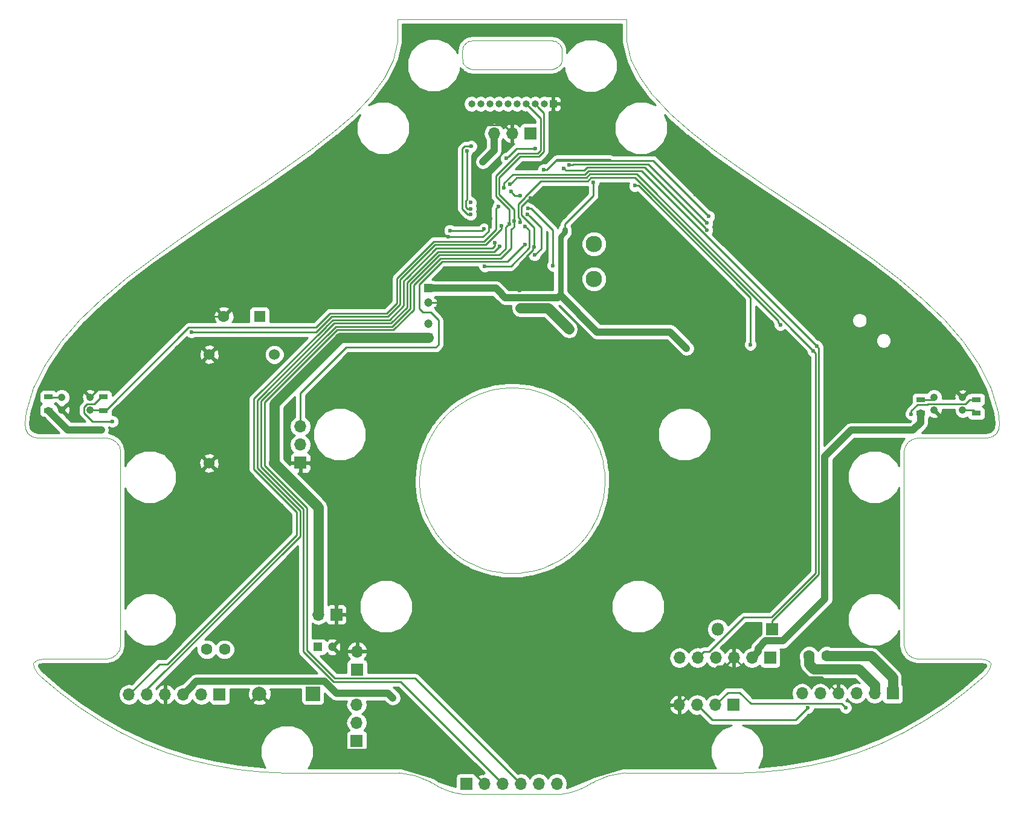
<source format=gbl>
G04 #@! TF.FileFunction,Copper,L2,Bot,Signal*
%FSLAX46Y46*%
G04 Gerber Fmt 4.6, Leading zero omitted, Abs format (unit mm)*
G04 Created by KiCad (PCBNEW 4.0.7) date 02/25/18 14:16:29*
%MOMM*%
%LPD*%
G01*
G04 APERTURE LIST*
%ADD10C,0.100000*%
%ADD11R,2.000000X2.000000*%
%ADD12C,2.000000*%
%ADD13R,1.600000X1.600000*%
%ADD14C,1.600000*%
%ADD15R,1.200000X1.200000*%
%ADD16C,1.200000*%
%ADD17R,1.800000X1.800000*%
%ADD18O,1.800000X1.800000*%
%ADD19R,1.700000X1.700000*%
%ADD20O,1.700000X1.700000*%
%ADD21R,1.000000X1.000000*%
%ADD22O,1.000000X1.000000*%
%ADD23C,1.055599*%
%ADD24C,1.524000*%
%ADD25C,2.300000*%
%ADD26R,1.300000X0.700000*%
%ADD27C,0.600000*%
%ADD28C,0.800000*%
%ADD29C,1.000000*%
%ADD30C,0.250000*%
%ADD31C,1.000000*%
%ADD32C,0.800000*%
%ADD33C,1.400000*%
%ADD34C,0.254000*%
G04 APERTURE END LIST*
D10*
X55337507Y44112146D02*
X55337507Y44234536D01*
X55525898Y41843304D02*
X55412819Y42651522D01*
X51664431Y103047556D02*
X52284300Y105670699D01*
X55412819Y42651522D02*
X55349274Y43484082D01*
X59209027Y34793445D02*
X58707080Y35317395D01*
X55349274Y43484082D02*
X55337507Y44112146D01*
X13290962Y20281172D02*
X12857417Y19632326D01*
X12208570Y49894278D02*
X12857417Y49460732D01*
X13443203Y21046539D02*
X13290962Y20281172D01*
X2274640Y16612213D02*
X4880860Y14349947D01*
X10524130Y10382675D02*
X13535033Y8696053D01*
X12857417Y49460732D02*
X13290962Y48811886D01*
X23156101Y4915012D02*
X26509704Y4100409D01*
X16653701Y7218170D02*
X19865685Y5955873D01*
X56476027Y38728691D02*
X56165505Y39483396D01*
X56833324Y37994974D02*
X56476027Y38728691D01*
X55689501Y41043782D02*
X55525898Y41843304D01*
X55902985Y40256109D02*
X55689501Y41043782D01*
X56165505Y39483396D02*
X55902985Y40256109D01*
X12857417Y19632326D02*
X12208570Y19198781D01*
X63765186Y56209330D02*
X64537899Y56471850D01*
X46149343Y95447825D02*
X48522250Y97947667D01*
X13443203Y48046520D02*
X13443203Y21046539D01*
X61170533Y33205757D02*
X60503960Y33676590D01*
X59868266Y34188347D02*
X59233597Y34768600D01*
X17783197Y75127250D02*
X21543970Y77806391D01*
X5113893Y63551433D02*
X7775746Y66597371D01*
X48737426Y98239770D02*
X50385513Y100477061D01*
X26509704Y4100409D02*
X29910955Y3515838D01*
X7775746Y66597371D02*
X10824383Y69534288D01*
X2913526Y60384927D02*
X5113893Y63551433D01*
X4880860Y14349947D02*
X7634943Y12270222D01*
X12208570Y19198781D02*
X11443204Y19046540D01*
X11443204Y50046519D02*
X12208570Y49894278D01*
X52284300Y105670699D02*
X52284300Y108670697D01*
X55471660Y45907301D02*
X55614385Y46713819D01*
X68140299Y31055717D02*
X67278481Y31098401D01*
X68262690Y31055717D02*
X68140299Y31055717D01*
X68328313Y31056947D02*
X68262690Y31055717D01*
X1731674Y18894299D02*
X1247485Y18460754D01*
X67278481Y31098401D02*
X66467534Y31189871D01*
X64091397Y31766272D02*
X63328674Y32056543D01*
X40173409Y90490608D02*
X43341496Y92965988D01*
X136179554Y50632305D02*
X135571640Y50198759D01*
X133992887Y19046540D02*
X125213421Y19046540D01*
X136623847Y52046517D02*
X136549040Y51281151D01*
X136623847Y52046517D02*
X136460568Y53644017D01*
X136549040Y51281151D02*
X136179554Y50632305D01*
X135409140Y18460754D02*
X135371740Y17811908D01*
X135371740Y17811908D02*
X134818446Y17046541D01*
X123365663Y48811886D02*
X123213422Y48046520D01*
X77423029Y34768600D02*
X77447599Y34793445D01*
X125832243Y69534288D02*
X122471525Y72373731D01*
X79980703Y49789152D02*
X79597127Y50509480D01*
X116790940Y5955873D02*
X113500524Y4915012D01*
X70531531Y56848938D02*
X69723313Y56962016D01*
X75089696Y55138848D02*
X74379861Y55541511D01*
X80608563Y48283438D02*
X80318292Y49046161D01*
X79597127Y50509480D02*
X79169078Y51204302D01*
X78186488Y52506569D02*
X77606235Y53141239D01*
X79420638Y37285139D02*
X79823301Y37994974D01*
X78485746Y35948217D02*
X78974199Y36601988D01*
X73646144Y55898808D02*
X72891439Y56209330D01*
X73327951Y32056543D02*
X74070942Y32394132D01*
X81276434Y45096354D02*
X81184965Y45907301D01*
X80839553Y47552458D02*
X80608563Y48283438D01*
X71331054Y56685334D02*
X70531531Y56848938D01*
X68890753Y57025561D02*
X67765872Y57025561D01*
X80180598Y38728691D02*
X80491120Y39483396D01*
X76152665Y33676590D02*
X76788359Y34188347D01*
X70992695Y31332079D02*
X71785784Y31524467D01*
X69723313Y56962016D02*
X68890753Y57025561D01*
X74791270Y32777708D02*
X75486092Y33205757D01*
X78974199Y36601988D02*
X79420638Y37285139D01*
X129021682Y12270222D02*
X126132495Y10382675D01*
X103601297Y85513028D02*
X99936839Y88010137D01*
X99936839Y88010137D02*
X96483216Y90490608D01*
X77581391Y53165809D02*
X77057441Y53667755D01*
X115112655Y77806391D02*
X111263907Y80422703D01*
X77606235Y53141239D02*
X77581391Y53165809D01*
X79823301Y37994974D02*
X80180598Y38728691D01*
X136460568Y53644017D02*
X135407279Y57086304D01*
X72118726Y56471850D02*
X71331054Y56685334D01*
X88134375Y97947667D02*
X87919199Y98239770D01*
X135407279Y57086304D02*
X133743099Y60384927D01*
X135571640Y50198759D02*
X134817847Y50046519D01*
X133992887Y19046540D02*
X134924951Y18894299D01*
X122471525Y72373731D02*
X118873428Y75127250D01*
X103312530Y3164009D02*
X99863410Y3046551D01*
X75772847Y54692409D02*
X75089696Y55138848D01*
X79169078Y51204302D02*
X78698246Y51870875D01*
X123121592Y8696053D02*
X120002924Y7218170D01*
X134817847Y50046519D02*
X125213421Y50046519D01*
X80856739Y47483462D02*
X80839553Y47552458D01*
X70189091Y31189871D02*
X70992695Y31332079D01*
X80318292Y49046161D02*
X79980703Y49789152D01*
X93315129Y92965988D02*
X90507282Y95447825D01*
X77949545Y35317395D02*
X78485746Y35948217D01*
X74379861Y55541511D02*
X73646144Y55898808D01*
X134818446Y17046541D02*
X134381985Y16612213D01*
X78698246Y51870875D02*
X78186488Y52506569D01*
X71785784Y31524467D02*
X72565228Y31766272D01*
X81042240Y46713819D02*
X80856739Y47483462D01*
X76426618Y54203956D02*
X75772847Y54692409D01*
X74070942Y32394132D02*
X74791270Y32777708D01*
X81319118Y44234536D02*
X81276434Y45096354D01*
X123365663Y20281172D02*
X123799208Y19632326D01*
X90507282Y95447825D02*
X88134375Y97947667D01*
X80491120Y39483396D02*
X80753640Y40256109D01*
X80967124Y41043782D02*
X81130728Y41843304D01*
X77447599Y34793445D02*
X77949545Y35317395D01*
X81307351Y43484082D02*
X81319118Y44112146D01*
X81130728Y41843304D02*
X81243806Y42651522D01*
X84992194Y103047556D02*
X84372325Y105670699D01*
X80753640Y40256109D02*
X80967124Y41043782D01*
X123213422Y48046520D02*
X123213422Y21046539D01*
X113500524Y4915012D02*
X110146921Y4100409D01*
X123799208Y19632326D02*
X124448055Y19198781D01*
X75486092Y33205757D02*
X76152665Y33676590D01*
X72891439Y56209330D02*
X72118726Y56471850D01*
X120002924Y7218170D02*
X116790940Y5955873D01*
X124448055Y49894278D02*
X123799208Y49460732D01*
X123213422Y21046539D02*
X123365663Y20281172D01*
X123799208Y49460732D02*
X123365663Y48811886D01*
X81243806Y42651522D02*
X81307351Y43484082D01*
X81319118Y44112146D02*
X81319118Y44234536D01*
X76788359Y34188347D02*
X77423029Y34768600D01*
X87919199Y98239770D02*
X86271112Y100477061D01*
X125213421Y50046519D02*
X124448055Y49894278D01*
X68393936Y31055717D02*
X68516326Y31055717D01*
X131542732Y63551433D02*
X128880879Y66597371D01*
X126132495Y10382675D02*
X123121592Y8696053D01*
X118873428Y75127250D02*
X115112655Y77806391D01*
X128880879Y66597371D02*
X125832243Y69534288D01*
X84372325Y105670699D02*
X84372325Y108670697D01*
X124448055Y19198781D02*
X125213421Y19046540D01*
X81184965Y45907301D02*
X81042240Y46713819D01*
X133743099Y60384927D02*
X131542732Y63551433D01*
X134381985Y16612213D02*
X131775766Y14349947D01*
X68328313Y31056947D02*
X68393936Y31055717D01*
X72565228Y31766272D02*
X73327951Y32056543D01*
X68516326Y31055717D02*
X69378144Y31098401D01*
X131775766Y14349947D02*
X129021682Y12270222D01*
X134924951Y18894299D02*
X135409140Y18460754D01*
X69378144Y31098401D02*
X70189091Y31189871D01*
X110146921Y4100409D02*
X106745670Y3515838D01*
X96483216Y90490608D02*
X93315129Y92965988D01*
X79602937Y1677189D02*
G75*
G02X75275511Y46551I-5551025J8174012D01*
G01*
X79602936Y1677189D02*
X79784394Y1788383D01*
X68328313Y46551D02*
X68328313Y46551D01*
X52560764Y3046551D02*
G75*
G02X56872231Y1788383I-953919J-11285182D01*
G01*
X68328313Y46551D02*
X61381115Y46551D01*
X57053689Y1677189D02*
X56872231Y1788383D01*
X68328313Y46551D02*
X68328313Y46551D01*
X52560764Y3046551D02*
X36793216Y3046551D01*
X61381115Y46551D02*
G75*
G02X57053689Y1677189I1223599J9804650D01*
G01*
X74402333Y105625584D02*
X74216537Y105688653D01*
X74741450Y102015204D02*
X74578308Y101906196D01*
X75328308Y103467484D02*
X75277196Y102817005D01*
X62828316Y101705235D02*
X73828309Y101705235D01*
X61767657Y105300425D02*
X61915175Y105429795D01*
X75214127Y104813790D02*
X75127346Y104989765D01*
X33344095Y3164009D02*
X29910955Y3515838D01*
X62254292Y105625584D02*
X62440088Y105688653D01*
X61638287Y105152907D02*
X61767657Y105300425D01*
X61529279Y104989765D02*
X61638287Y105152907D01*
X74888968Y102144574D02*
X74741450Y102015204D01*
X75018338Y102292092D02*
X74888968Y102144574D01*
X61638287Y102292092D02*
X61529279Y102455234D01*
X75127346Y104989765D02*
X75018338Y105152907D01*
X62828316Y101705235D02*
X62440088Y101756346D01*
X75018338Y105152907D02*
X74888968Y105300425D01*
X62828316Y105739764D02*
X73828309Y105739764D01*
X74888968Y105300425D02*
X74741450Y105429795D01*
X75214127Y102631209D02*
X75127346Y102455234D01*
X61915175Y105429795D02*
X62078317Y105538803D01*
X75328308Y104239765D02*
X75277196Y104627994D01*
X61328317Y104239765D02*
X61379429Y104627994D01*
X75277196Y104627994D02*
X75214127Y104813790D01*
X61442498Y102631209D02*
X61379429Y102817005D01*
X61529279Y102455234D02*
X61442498Y102631209D01*
X74578308Y105538803D02*
X74402333Y105625584D01*
X84372325Y108670697D02*
X52284300Y108670697D01*
X62440088Y101756346D02*
X62254292Y101819415D01*
X61767657Y102144574D02*
X61638287Y102292092D01*
X61915175Y102015204D02*
X61767657Y102144574D01*
X74402333Y101819415D02*
X74216537Y101756346D01*
X74578308Y101906196D02*
X74402333Y101819415D01*
X75127346Y102455234D02*
X75018338Y102292092D01*
X79784394Y1788383D02*
G75*
G02X84095861Y3046551I5265386J-10027014D01*
G01*
X99863410Y3046551D02*
X84095861Y3046551D01*
X68328313Y46551D02*
X75275511Y46551D01*
X62254292Y101819415D02*
X62078317Y101906196D01*
X75277196Y102817005D02*
X75214127Y102631209D01*
X76426618Y54203956D02*
X77057441Y53667755D01*
X103312530Y3164009D02*
X106745670Y3515838D01*
X62078317Y105538803D02*
X62254292Y105625584D01*
X61442498Y104813790D02*
X61529279Y104989765D01*
X74216537Y101756346D02*
X73828309Y101705235D01*
X61379429Y104627994D02*
X61442498Y104813790D01*
X74741450Y105429795D02*
X74578308Y105538803D01*
X75328308Y103467484D02*
X75328308Y104239765D01*
X61328317Y103467484D02*
X61379429Y102817005D01*
X62078317Y101906196D02*
X61915175Y102015204D01*
X61328317Y103467484D02*
X61328317Y104239765D01*
X50385513Y100477061D02*
X51664431Y103047556D01*
X60230007Y54203956D02*
X59599184Y53667755D01*
X33055328Y85513028D02*
X25392718Y80422703D01*
X74216537Y105688653D02*
X73828309Y105739764D01*
X86271112Y100477061D02*
X84992194Y103047556D01*
X103601297Y85513028D02*
X111263907Y80422703D01*
X62440088Y105688653D02*
X62828316Y105739764D01*
X107585Y51281151D02*
X477071Y50632305D01*
X32778Y52046517D02*
X196057Y53644017D01*
X477071Y50632305D02*
X1084985Y50198759D01*
X13290962Y48811886D02*
X13443203Y48046520D01*
X55799887Y47483462D02*
X55817072Y47552458D01*
X64870841Y31524467D02*
X64091397Y31766272D01*
X1838778Y50046519D02*
X11443204Y50046519D01*
X63010481Y55898808D02*
X63765186Y56209330D01*
X33055328Y85513028D02*
X36719786Y88010137D01*
X2663738Y19046540D02*
X11443204Y19046540D01*
X55817072Y47552458D02*
X56048062Y48283438D01*
X65663930Y31332079D02*
X64870841Y31524467D01*
X61865355Y32777708D02*
X61170533Y33205757D01*
X1284885Y17811908D02*
X1838179Y17046541D01*
X1249346Y57086304D02*
X2913526Y60384927D01*
X57487547Y51204302D02*
X57958379Y51870875D01*
X66125094Y56848938D02*
X66933312Y56962016D01*
X32778Y52046517D02*
X107585Y51281151D01*
X10824383Y69534288D02*
X14185100Y72373731D01*
X59233597Y34768600D02*
X59209027Y34793445D01*
X1247485Y18460754D02*
X1284885Y17811908D01*
X48522250Y97947667D02*
X48737426Y98239770D01*
X64537899Y56471850D02*
X65325572Y56685334D01*
X58707080Y35317395D02*
X58170879Y35948217D01*
X66933312Y56962016D02*
X67765872Y57025561D01*
X7634943Y12270222D02*
X10524130Y10382675D01*
X14185100Y72373731D02*
X17783197Y75127250D01*
X66467534Y31189871D02*
X65663930Y31332079D01*
X65325572Y56685334D02*
X66125094Y56848938D01*
X56338333Y49046161D02*
X56675922Y49789152D01*
X55337507Y44234536D02*
X55380191Y45096354D01*
X63328674Y32056543D02*
X62585683Y32394132D01*
X58170879Y35948217D02*
X57682426Y36601988D01*
X57682426Y36601988D02*
X57235987Y37285139D01*
X36719786Y88010137D02*
X40173409Y90490608D01*
X59075235Y53165809D02*
X59599184Y53667755D01*
X21543970Y77806391D02*
X25392718Y80422703D01*
X196057Y53644017D02*
X1249346Y57086304D01*
X1084985Y50198759D02*
X1838778Y50046519D01*
X13535033Y8696053D02*
X16653701Y7218170D01*
X19865685Y5955873D02*
X23156101Y4915012D01*
X62585683Y32394132D02*
X61865355Y32777708D01*
X1838179Y17046541D02*
X2274640Y16612213D01*
X56675922Y49789152D02*
X57059498Y50509480D01*
X57059498Y50509480D02*
X57487547Y51204302D01*
X60503960Y33676590D02*
X59868266Y34188347D01*
X59050390Y53141239D02*
X59075235Y53165809D01*
X2663738Y19046540D02*
X1731674Y18894299D01*
X33344095Y3164009D02*
X36793216Y3046551D01*
X57958379Y51870875D02*
X58470137Y52506569D01*
X62276764Y55541511D02*
X63010481Y55898808D01*
X60883778Y54692409D02*
X61566929Y55138848D01*
X57235987Y37285139D02*
X56833324Y37994974D01*
X43341496Y92965988D02*
X46149343Y95447825D01*
X60230007Y54203956D02*
X60883778Y54692409D01*
X61566929Y55138848D02*
X62276764Y55541511D01*
X55614385Y46713819D02*
X55799887Y47483462D01*
X55380191Y45096354D02*
X55471660Y45907301D01*
X56048062Y48283438D02*
X56338333Y49046161D01*
X58470137Y52506569D02*
X59050390Y53141239D01*
D11*
X40417737Y14137329D03*
D12*
X32917737Y14137329D03*
D13*
X32933640Y67050920D03*
D14*
X27933640Y67050920D03*
D15*
X41108459Y20708165D03*
D16*
X43108459Y20708165D03*
D15*
X56560299Y64060885D03*
D16*
X56560299Y66060885D03*
D15*
X56606019Y70983405D03*
D16*
X56606019Y68983405D03*
D14*
X109946019Y19433085D03*
X112446019Y19433085D03*
X25536497Y20350169D03*
X28036497Y20350169D03*
D17*
X104778727Y23180619D03*
D18*
X97158727Y23180619D03*
D19*
X104494247Y19182659D03*
D20*
X101954247Y19182659D03*
X99414247Y19182659D03*
X96874247Y19182659D03*
X94334247Y19182659D03*
X91794247Y19182659D03*
D21*
X74080977Y96849889D03*
D22*
X72810977Y96849889D03*
X71540977Y96849889D03*
X70270977Y96849889D03*
X69000977Y96849889D03*
X67730977Y96849889D03*
X66460977Y96849889D03*
X65190977Y96849889D03*
X63920977Y96849889D03*
X62650977Y96849889D03*
D19*
X70885899Y92681605D03*
D20*
X68345899Y92681605D03*
X65805899Y92681605D03*
D19*
X43702819Y25224285D03*
D20*
X41162819Y25224285D03*
D19*
X46607647Y17546899D03*
D20*
X46607647Y20086899D03*
D19*
X121660499Y14180365D03*
D20*
X119120499Y14180365D03*
X116580499Y14180365D03*
X114040499Y14180365D03*
X111500499Y14180365D03*
X108960499Y14180365D03*
D19*
X27339897Y14035729D03*
D20*
X24799897Y14035729D03*
X22259897Y14035729D03*
X19719897Y14035729D03*
X17179897Y14035729D03*
X14639897Y14035729D03*
D19*
X38648219Y46545045D03*
D20*
X38648219Y49085045D03*
X38648219Y51625045D03*
D23*
X127468459Y55694965D03*
X131468459Y55694965D03*
X131468459Y53894965D03*
X127468459Y53894965D03*
X5208099Y55720365D03*
X9208099Y55720365D03*
X9208099Y53920365D03*
X5208099Y53920365D03*
D24*
X35012019Y46468845D03*
X25868019Y46468845D03*
X35012019Y61708845D03*
X25872019Y61708845D03*
D19*
X99359057Y12587929D03*
D20*
X96819057Y12587929D03*
X94279057Y12587929D03*
X91739057Y12587929D03*
D19*
X46547377Y7548569D03*
D20*
X46547377Y10088569D03*
X46547377Y12628569D03*
D25*
X79827120Y72318880D03*
X79827120Y77218880D03*
D26*
X133374979Y55374125D03*
X133374979Y53474125D03*
X11048579Y55770365D03*
X11048579Y53870365D03*
X125592419Y53499525D03*
X125592419Y55399525D03*
X3326979Y53860205D03*
X3326979Y55760205D03*
D19*
X61909960Y1518920D03*
D20*
X64449960Y1518920D03*
X66989960Y1518920D03*
X69529960Y1518920D03*
X72069960Y1518920D03*
X74609960Y1518920D03*
D27*
X79725099Y85858405D03*
X51612800Y13543280D03*
X64378840Y79308960D03*
X59603640Y79090520D03*
D28*
X64230880Y88733000D03*
X122295920Y51089560D03*
D27*
X75732640Y78887320D03*
X92781120Y62555120D03*
X10759440Y51140360D03*
X67025520Y70022720D03*
X94046040Y84140040D03*
X100004880Y79039720D03*
X108244640Y52781200D03*
X70874841Y83658775D03*
X84602320Y84099400D03*
X81661000Y84856320D03*
X112760760Y57231280D03*
X104256840Y56281320D03*
X108823760Y57231280D03*
X118557040Y58298080D03*
X18191480Y35844480D03*
X64155320Y66878200D03*
X76144120Y84038440D03*
X79156560Y90586560D03*
X62671960Y72857360D03*
X59989720Y73009760D03*
X59563000Y92537280D03*
X65312476Y80738219D03*
X59395360Y78206600D03*
X71405650Y76768960D03*
X69336920Y70698360D03*
X124251720Y53355240D03*
X12334240Y52313840D03*
X66413232Y82489651D03*
X69469000Y84018120D03*
X68153280Y84541360D03*
X66832131Y79771589D03*
X23383240Y64866520D03*
X85521800Y85374640D03*
X101732080Y63093600D03*
D29*
X76296520Y65232280D03*
X69504560Y68204080D03*
D27*
X67549385Y89187183D03*
X71587360Y90576400D03*
X67203170Y85096863D03*
X111015893Y62886830D03*
X68035334Y85549868D03*
X110505240Y62245240D03*
X62524640Y83032600D03*
X68651120Y80380990D03*
X67919484Y80010682D03*
X62533192Y81336295D03*
X62615920Y90906600D03*
X62480296Y82154600D03*
X61970920Y90233010D03*
X66573400Y76895810D03*
X65892975Y77353457D03*
X70115649Y77134313D03*
X70139718Y79692020D03*
X64500519Y74081346D03*
X95636080Y80133414D03*
X76362560Y88262844D03*
X95659906Y79154986D03*
X75581787Y87792834D03*
X95895160Y81076800D03*
X72745600Y87619840D03*
X70544254Y82200771D03*
X115082320Y12192000D03*
X74058811Y74195971D03*
X70518789Y81381154D03*
X109738160Y12141200D03*
X71479564Y75657556D03*
X105912920Y65867280D03*
X69469000Y80213200D03*
D30*
X75732640Y78887320D02*
X75732640Y79999840D01*
X76037440Y80294480D02*
X79725099Y83982139D01*
X75732640Y79999840D02*
X76027280Y80294480D01*
X76027280Y80294480D02*
X76037440Y80294480D01*
X79725099Y83982139D02*
X79725099Y85858405D01*
D31*
X66725521Y70322719D02*
X67025520Y70022720D01*
X66064835Y70983405D02*
X66725521Y70322719D01*
X56606019Y70983405D02*
X66064835Y70983405D01*
X51612800Y13543280D02*
X50917510Y14238570D01*
X42025738Y15897330D02*
X24121498Y15897330D01*
X50917510Y14238570D02*
X43684498Y14238570D01*
X24121498Y15897330D02*
X23109896Y14885728D01*
X43684498Y14238570D02*
X42025738Y15897330D01*
X23109896Y14885728D02*
X22259897Y14035729D01*
D30*
X64160400Y79090520D02*
X64378840Y79308960D01*
X59603640Y79090520D02*
X64160400Y79090520D01*
D31*
X65805899Y92681605D02*
X65805899Y90308019D01*
X65805899Y90308019D02*
X64230880Y88733000D01*
X122814080Y51089560D02*
X124532454Y51089560D01*
X115818920Y51089560D02*
X122814080Y51089560D01*
X122814080Y51089560D02*
X122295920Y51089560D01*
X124532454Y51089560D02*
X125592419Y52149525D01*
X125592419Y52149525D02*
X125592419Y53499525D01*
X112171480Y47442120D02*
X115818920Y51089560D01*
X112171480Y27459370D02*
X112171480Y47442120D01*
X101954247Y19182659D02*
X102804246Y20032658D01*
X102804246Y20032658D02*
X102804246Y20506660D01*
X106262728Y21550618D02*
X112171480Y27459370D01*
X102804246Y20506660D02*
X103848204Y21550618D01*
X103848204Y21550618D02*
X106262728Y21550618D01*
X90469720Y64866520D02*
X92781120Y62555120D01*
X80253840Y64866520D02*
X90469720Y64866520D01*
X75097640Y70022720D02*
X80253840Y64866520D01*
X74743278Y69668358D02*
X75097640Y70022720D01*
X67379882Y69668358D02*
X74743278Y69668358D01*
X67025520Y70022720D02*
X67379882Y69668358D01*
D32*
X75097640Y70022720D02*
X75097640Y78252320D01*
X75097640Y78252320D02*
X75732640Y78887320D01*
X75732640Y79237840D02*
X75732640Y78887320D01*
D31*
X3326979Y53860205D02*
X6046824Y51140360D01*
X6046824Y51140360D02*
X10759440Y51140360D01*
D30*
X79156560Y90586560D02*
X74080977Y95662143D01*
X74080977Y95662143D02*
X74080977Y96849889D01*
X100004880Y79039720D02*
X94904560Y84140040D01*
X94904560Y84140040D02*
X94046040Y84140040D01*
X108244640Y52781200D02*
X108244640Y56652160D01*
X108244640Y56652160D02*
X108823760Y57231280D01*
X108244640Y52781200D02*
X107756960Y52781200D01*
X107756960Y52781200D02*
X104256840Y56281320D01*
X82417920Y84099400D02*
X83332320Y84099400D01*
X83332320Y84099400D02*
X84602320Y84099400D01*
X70574842Y83358776D02*
X70874841Y83658775D01*
X71405650Y76768960D02*
X71405650Y79526230D01*
X69667120Y82451054D02*
X70574842Y83358776D01*
X71405650Y79526230D02*
X69667120Y81264760D01*
X69667120Y81264760D02*
X69667120Y82451054D01*
X81661000Y84856320D02*
X82417920Y84099400D01*
X118557040Y58298080D02*
X113827560Y58298080D01*
X113827560Y58298080D02*
X112760760Y57231280D01*
X108823760Y57231280D02*
X105206800Y57231280D01*
X105206800Y57231280D02*
X104256840Y56281320D01*
X25106020Y44079820D02*
X18191480Y37165280D01*
X18191480Y37165280D02*
X18191480Y35844480D01*
X25868019Y46468845D02*
X25106020Y45706846D01*
X25106020Y45706846D02*
X25106020Y44079820D01*
X56606019Y68983405D02*
X62050115Y68983405D01*
X62050115Y68983405D02*
X64155320Y66878200D01*
X38648219Y46545045D02*
X39748219Y46545045D01*
X39748219Y46545045D02*
X43702819Y42590445D01*
X43702819Y42590445D02*
X43702819Y26324285D01*
X43702819Y26324285D02*
X43702819Y25224285D01*
X59989720Y73009760D02*
X62519560Y73009760D01*
X62519560Y73009760D02*
X62671960Y72857360D01*
X68345899Y92681605D02*
X67140898Y93886606D01*
X67140898Y93886606D02*
X60912326Y93886606D01*
X60912326Y93886606D02*
X59563000Y92537280D01*
X65033842Y78994558D02*
X65033842Y80459585D01*
X64245884Y78206600D02*
X65033842Y78994558D01*
X65033842Y80459585D02*
X65312476Y80738219D01*
X59395360Y78206600D02*
X64245884Y78206600D01*
X37180520Y11821160D02*
X35233906Y11821160D01*
X35233906Y11821160D02*
X32917737Y14137329D01*
X42648112Y6353568D02*
X37180520Y11821160D01*
X64449960Y1518920D02*
X59615312Y6353568D01*
X59615312Y6353568D02*
X42648112Y6353568D01*
X69336920Y74427080D02*
X70495160Y75585320D01*
X70495160Y75585320D02*
X71130160Y76220320D01*
X71405650Y76768960D02*
X71230660Y76593970D01*
X71230660Y76593970D02*
X71230660Y76320820D01*
X71230660Y76320820D02*
X70495160Y75585320D01*
X69336920Y70698360D02*
X69336920Y74427080D01*
X99414247Y19182659D02*
X98219246Y17987658D01*
X98219246Y17987658D02*
X97138786Y17987658D01*
X97138786Y17987658D02*
X92589056Y13437928D01*
X92589056Y13437928D02*
X91739057Y12587929D01*
X111685464Y16535400D02*
X102061506Y16535400D01*
X102061506Y16535400D02*
X99414247Y19182659D01*
X114040499Y14180365D02*
X111685464Y16535400D01*
X27933640Y67050920D02*
X20538654Y67050920D01*
X20538654Y67050920D02*
X9208099Y55720365D01*
X133374979Y55374125D02*
X132474979Y55374125D01*
X126587420Y54773524D02*
X126518420Y54704524D01*
X132474979Y55374125D02*
X131874378Y54773524D01*
X131874378Y54773524D02*
X126587420Y54773524D01*
X126518420Y54704524D02*
X125158416Y54704524D01*
X125158416Y54704524D02*
X124251720Y53797828D01*
X124251720Y53797828D02*
X124251720Y53355240D01*
X131468459Y53894965D02*
X132954139Y53894965D01*
X132954139Y53894965D02*
X133374979Y53474125D01*
X11048579Y55770365D02*
X10748579Y55770365D01*
X10748579Y55770365D02*
X9771379Y54793165D01*
X9771379Y54793165D02*
X8789154Y54793165D01*
X8335299Y54339310D02*
X8335299Y53501420D01*
X8789154Y54793165D02*
X8335299Y54339310D01*
X8335299Y53501420D02*
X9522879Y52313840D01*
X9522879Y52313840D02*
X12334240Y52313840D01*
X66413232Y82489651D02*
X66113233Y82189652D01*
X66113233Y82189652D02*
X66113233Y79254407D01*
X66113233Y79254407D02*
X64407676Y77548850D01*
X57337100Y77548848D02*
X52178670Y72390418D01*
X52151280Y68901190D02*
X50746058Y67495968D01*
X64407676Y77548850D02*
X58298080Y77548850D01*
X52178670Y70263470D02*
X52151280Y70236080D01*
X52151280Y70236080D02*
X52151280Y68901190D01*
X58298080Y77548850D02*
X57337100Y77548848D01*
X42818900Y67495968D02*
X40834453Y65511521D01*
X52178670Y72390418D02*
X52178670Y70263470D01*
X40834453Y65511521D02*
X22989735Y65511521D01*
X50746058Y67495968D02*
X42818900Y67495968D01*
X22989735Y65511521D02*
X11348579Y53870365D01*
X11348579Y53870365D02*
X11048579Y53870365D01*
X9208099Y53920365D02*
X10998579Y53920365D01*
X10998579Y53920365D02*
X11048579Y53870365D01*
X68671440Y84018120D02*
X69469000Y84018120D01*
X68153280Y84541360D02*
X68453279Y84241361D01*
X68453279Y84241361D02*
X68453279Y84236281D01*
X68453279Y84236281D02*
X68671440Y84018120D01*
X66832131Y79771589D02*
X66832131Y79308610D01*
X66832131Y79308610D02*
X64602360Y77078839D01*
X64602360Y77078839D02*
X57531785Y77078839D01*
X57531785Y77078839D02*
X52648680Y72195734D01*
X50940742Y67025958D02*
X43013584Y67025958D01*
X43013584Y67025958D02*
X40854146Y64866520D01*
X52648680Y72195734D02*
X52648680Y68733896D01*
X52648680Y68733896D02*
X50940742Y67025958D01*
X40854146Y64866520D02*
X23383240Y64866520D01*
X101732080Y69689012D02*
X86046452Y85374640D01*
X86046452Y85374640D02*
X85521800Y85374640D01*
X101732080Y63093600D02*
X101732080Y69689012D01*
D33*
X54560299Y64060885D02*
X56560299Y64060885D01*
X35012019Y54808779D02*
X44264125Y64060885D01*
X44264125Y64060885D02*
X54560299Y64060885D01*
X35012019Y46468845D02*
X35012019Y54808779D01*
X69504560Y68204080D02*
X73324720Y68204080D01*
X73324720Y68204080D02*
X76296520Y65232280D01*
X41162819Y25224285D02*
X41162819Y40318045D01*
X41162819Y40318045D02*
X35012019Y46468845D01*
D30*
X68938602Y90576400D02*
X67849384Y89487182D01*
X71587360Y90576400D02*
X68938602Y90576400D01*
X67849384Y89487182D02*
X67549385Y89187183D01*
X125592419Y55399525D02*
X127173019Y55399525D01*
X127173019Y55399525D02*
X127468459Y55694965D01*
X5208099Y55720365D02*
X3366819Y55720365D01*
X3366819Y55720365D02*
X3326979Y55760205D01*
D33*
X109946019Y19433085D02*
X109946019Y18301715D01*
X109946019Y18301715D02*
X110627324Y17620410D01*
X110627324Y17620410D02*
X116882535Y17620410D01*
X116882535Y17620410D02*
X119120499Y15382446D01*
X119120499Y15382446D02*
X119120499Y14180365D01*
X112446019Y19433085D02*
X118657779Y19433085D01*
X118657779Y19433085D02*
X121660499Y16430365D01*
X121660499Y16430365D02*
X121660499Y14180365D01*
D30*
X78542740Y86974839D02*
X68437694Y86974839D01*
X68437694Y86974839D02*
X67203170Y85740315D01*
X79021329Y87453429D02*
X78542740Y86974839D01*
X86449294Y87453429D02*
X79021329Y87453429D01*
X67203170Y85521127D02*
X67203170Y85096863D01*
X67203170Y85740315D02*
X67203170Y85521127D01*
X111015893Y62886830D02*
X86449294Y87453429D01*
X104778727Y23180619D02*
X104778727Y24330619D01*
X104778727Y24330619D02*
X111315892Y30867784D01*
X111315892Y30867784D02*
X111315892Y62586831D01*
X111315892Y62586831D02*
X111015893Y62886830D01*
X68335333Y85849867D02*
X68035334Y85549868D01*
X68990294Y86504828D02*
X68335333Y85849867D01*
X78737423Y86504828D02*
X68990294Y86504828D01*
X85767062Y86983418D02*
X79216013Y86983418D01*
X79216013Y86983418D02*
X78737423Y86504828D01*
X110505240Y62245240D02*
X85767062Y86983418D01*
X110845882Y31062468D02*
X110845882Y61904598D01*
X110845882Y61904598D02*
X110505240Y62245240D01*
X104670334Y24886920D02*
X110845882Y31062468D01*
X94334247Y19182659D02*
X95184246Y20032658D01*
X95184246Y20032658D02*
X95955644Y20032658D01*
X95955644Y20032658D02*
X100809906Y24886920D01*
X100809906Y24886920D02*
X104670334Y24886920D01*
X72776080Y90144600D02*
X72776080Y95614786D01*
X68595020Y80861354D02*
X68595020Y82047300D01*
X68651120Y80805254D02*
X68595020Y80861354D01*
X68651120Y80380990D02*
X68651120Y80805254D01*
X68595020Y82047300D02*
X66527680Y84114640D01*
X66527680Y86517480D02*
X69469000Y89458800D01*
X69469000Y89458800D02*
X72090280Y89458800D01*
X72090280Y89458800D02*
X72776080Y90144600D01*
X72776080Y95614786D02*
X72040976Y96349890D01*
X66527680Y84114640D02*
X66527680Y86517480D01*
X72040976Y96349890D02*
X71540977Y96849889D01*
X43501149Y16295781D02*
X54753099Y16295781D01*
X39573201Y20223729D02*
X43501149Y16295781D01*
X33649920Y46133382D02*
X39573201Y40210102D01*
X33649920Y54991001D02*
X33649920Y46133382D01*
X58315727Y75196810D02*
X54528721Y71409804D01*
X68193920Y76606400D02*
X66783887Y75196367D01*
X43804840Y65145920D02*
X33649920Y54991001D01*
X68193920Y79181960D02*
X68193920Y76606400D01*
X54528721Y67955160D02*
X51719479Y65145920D01*
X66783887Y75196367D02*
X64251988Y75196367D01*
X54528721Y71409804D02*
X54528721Y67955160D01*
X51719479Y65145920D02*
X43804840Y65145920D01*
X64251988Y75196367D02*
X64251546Y75196810D01*
X68679961Y2368919D02*
X69529960Y1518920D01*
X64251546Y75196810D02*
X58315727Y75196810D01*
X39573201Y40210102D02*
X39573201Y20223729D01*
X54753099Y16295781D02*
X68679961Y2368919D01*
X68193920Y79181960D02*
X68651120Y79639160D01*
X68651120Y79639160D02*
X68651120Y79956726D01*
X68651120Y79956726D02*
X68651120Y80380990D01*
X68193920Y79181960D02*
X68193920Y79315618D01*
X66139961Y2368919D02*
X66989960Y1518920D01*
X52683110Y15825770D02*
X66139961Y2368919D01*
X43306466Y15825770D02*
X52683110Y15825770D01*
X39103190Y20029046D02*
X43306466Y15825770D01*
X39103190Y40015418D02*
X39103190Y20029046D01*
X51524796Y65615930D02*
X43610155Y65615929D01*
X54058710Y68149844D02*
X51524796Y65615930D01*
X54058710Y71604487D02*
X54058710Y68149844D01*
X58121042Y75666819D02*
X54058710Y71604487D01*
X64446230Y75666820D02*
X58121042Y75666819D01*
X64446672Y75666378D02*
X64446230Y75666820D01*
X67426840Y76558056D02*
X66535162Y75666378D01*
X43610155Y65615929D02*
X33179910Y55185684D01*
X33179911Y45938697D02*
X39103190Y40015418D01*
X33179910Y55185684D02*
X33179911Y45938697D01*
X66535162Y75666378D02*
X64446672Y75666378D01*
X67919484Y82058141D02*
X67919484Y80434946D01*
X66057669Y83919956D02*
X67919484Y82058141D01*
X66057669Y86783284D02*
X66057669Y83919956D01*
X69203194Y89928809D02*
X66057669Y86783284D01*
X71895595Y89928809D02*
X69203194Y89928809D01*
X72306069Y90339283D02*
X71895595Y89928809D01*
X67919484Y80434946D02*
X67919484Y80010682D01*
X72306069Y94814797D02*
X72306069Y90339283D01*
X70270977Y96849889D02*
X72306069Y94814797D01*
X67426840Y79518038D02*
X67619485Y79710683D01*
X67426840Y76558056D02*
X67426840Y79518038D01*
X67619485Y79710683D02*
X67919484Y80010682D01*
X67426840Y76982320D02*
X67426840Y76558056D01*
X61325919Y82119304D02*
X62108928Y81336295D01*
X62615920Y90906600D02*
X61689908Y90906600D01*
X62108928Y81336295D02*
X62533192Y81336295D01*
X61325919Y90542611D02*
X61325919Y82119304D01*
X61689908Y90906600D02*
X61325919Y90542611D01*
X61970920Y83397922D02*
X61864399Y83291401D01*
X61970920Y90233010D02*
X61970920Y83397922D01*
X62056032Y82154600D02*
X62480296Y82154600D01*
X61864399Y83291401D02*
X61864399Y82346233D01*
X61864399Y82346233D02*
X62056032Y82154600D01*
X17179897Y14771977D02*
X17179897Y14035729D01*
X38633180Y39820734D02*
X38633180Y36225260D01*
X32628840Y55299308D02*
X32628840Y45825074D01*
X53588700Y71799171D02*
X53588700Y68344528D01*
X66573400Y76895810D02*
X65813979Y76136389D01*
X43415470Y66085938D02*
X32628840Y55299308D01*
X64640915Y76136830D02*
X57926361Y76136830D01*
X32628840Y45825074D02*
X38633180Y39820734D01*
X51330110Y66085938D02*
X43415470Y66085938D01*
X53588700Y68344528D02*
X51330110Y66085938D01*
X57926361Y76136830D02*
X53588700Y71799171D01*
X65813979Y76136389D02*
X64641356Y76136389D01*
X64641356Y76136389D02*
X64640915Y76136830D01*
X38633180Y36225260D02*
X17179897Y14771977D01*
X18902328Y18298160D02*
X14639897Y14035729D01*
X20041386Y18298160D02*
X18902328Y18298160D01*
X38163170Y39616710D02*
X38163170Y36419944D01*
X36530280Y41258940D02*
X36530280Y41249600D01*
X32158831Y45630389D02*
X36530280Y41258940D01*
X43208268Y66555948D02*
X42301160Y65648840D01*
X32158830Y55493992D02*
X32158831Y45630389D01*
X53118690Y68539212D02*
X51135426Y66555948D01*
X36530280Y41249600D02*
X38163170Y39616710D01*
X42301160Y65648840D02*
X42301160Y65636322D01*
X53118690Y72001050D02*
X53118690Y68539212D01*
X57731676Y76606839D02*
X53539177Y72414341D01*
X42301160Y65636322D02*
X32158830Y55493992D01*
X64835599Y76606840D02*
X57731676Y76606839D01*
X53539177Y72414341D02*
X53531981Y72414341D01*
X51135426Y66555948D02*
X43208268Y66555948D01*
X64836040Y76606399D02*
X64835599Y76606840D01*
X53531981Y72414341D02*
X53118690Y72001050D01*
X38163170Y36419944D02*
X20041386Y18298160D01*
X65892975Y76929193D02*
X65570181Y76606399D01*
X65892975Y77353457D02*
X65892975Y76929193D01*
X65570181Y76606399D02*
X64836040Y76606399D01*
X38648219Y56296139D02*
X38648219Y52827126D01*
X57637680Y62692280D02*
X45044360Y62692280D01*
X58028840Y63083440D02*
X57637680Y62692280D01*
X56931560Y67609720D02*
X58028840Y66512440D01*
X55295800Y71512189D02*
X55295800Y68168520D01*
X58509968Y74726356D02*
X55295800Y71512189D01*
X64044004Y74726356D02*
X58509968Y74726356D01*
X55295800Y68168520D02*
X55854600Y67609720D01*
X58028840Y66512440D02*
X58028840Y63083440D01*
X45044360Y62692280D02*
X38648219Y56296139D01*
X38648219Y52827126D02*
X38648219Y51625045D01*
X55854600Y67609720D02*
X56931560Y67609720D01*
X69815650Y76834314D02*
X70115649Y77134313D01*
X67707692Y74726356D02*
X69815650Y76834314D01*
X64044004Y74726356D02*
X67707692Y74726356D01*
X64044004Y74726356D02*
X64043560Y74726800D01*
X68160929Y74081346D02*
X70760650Y76681067D01*
X70439717Y79392021D02*
X70139718Y79692020D01*
X70760650Y79071088D02*
X70439717Y79392021D01*
X64500519Y74081346D02*
X68160929Y74081346D01*
X70760650Y76681067D02*
X70760650Y79071088D01*
X87376043Y88393451D02*
X95281974Y80487520D01*
X95281974Y80487520D02*
X95636080Y80133414D01*
X76917431Y88393451D02*
X87376043Y88393451D01*
X76786824Y88262844D02*
X76917431Y88393451D01*
X76362560Y88262844D02*
X76786824Y88262844D01*
X86891452Y87923440D02*
X95359907Y79454985D01*
X78396040Y87492835D02*
X78826645Y87923440D01*
X95359907Y79454985D02*
X95659906Y79154986D01*
X75881786Y87492835D02*
X78396040Y87492835D01*
X75581787Y87792834D02*
X75881786Y87492835D01*
X78826645Y87923440D02*
X86891452Y87923440D01*
X75581787Y87792834D02*
X75698353Y87909400D01*
X88064115Y88907845D02*
X95641160Y81330800D01*
X74196024Y88646000D02*
X74457869Y88907845D01*
X74457869Y88907845D02*
X88064115Y88907845D01*
X95641160Y81330800D02*
X95895160Y81076800D01*
X74196024Y88646000D02*
X74597344Y89047320D01*
X73169864Y87619840D02*
X74196024Y88646000D01*
X74597344Y89047320D02*
X82118200Y89047320D01*
X72745600Y87619840D02*
X73169864Y87619840D01*
X74058811Y79110478D02*
X70968518Y82200771D01*
X74058811Y74195971D02*
X74058811Y79110478D01*
X70968518Y82200771D02*
X70544254Y82200771D01*
X100228400Y14325600D02*
X98556728Y14325600D01*
X98556728Y14325600D02*
X96819057Y12587929D01*
X101767799Y12786201D02*
X100228400Y14325600D01*
X115082320Y12192000D02*
X114488119Y12786201D01*
X114488119Y12786201D02*
X101767799Y12786201D01*
X72388595Y79511348D02*
X70818788Y81081155D01*
X71479564Y75657556D02*
X72388595Y76566587D01*
X72388595Y76566587D02*
X72388595Y79511348D01*
X70818788Y81081155D02*
X70518789Y81381154D01*
X109738160Y12141200D02*
X108107480Y10510520D01*
X108107480Y10510520D02*
X96356466Y10510520D01*
X96356466Y10510520D02*
X95129056Y11737930D01*
X95129056Y11737930D02*
X94279057Y12587929D01*
X105612921Y66167279D02*
X105912920Y65867280D01*
X85572379Y86513407D02*
X105612921Y66472865D01*
X79410697Y86513407D02*
X85572379Y86513407D01*
X69197109Y82791625D02*
X70114002Y83708518D01*
X69197109Y80909355D02*
X69197109Y82791625D01*
X69469000Y80637464D02*
X69197109Y80909355D01*
X78916930Y86019640D02*
X79410697Y86513407D01*
X70114002Y83708518D02*
X70114002Y83810118D01*
X72323524Y86019640D02*
X78916930Y86019640D01*
X105612921Y66472865D02*
X105612921Y66167279D01*
X70114002Y83810118D02*
X72323524Y86019640D01*
X69469000Y80213200D02*
X69469000Y80637464D01*
D34*
G36*
X84586962Y85561439D02*
X84586638Y85189473D01*
X84728683Y84845697D01*
X84991473Y84582448D01*
X85335001Y84439802D01*
X85706967Y84439478D01*
X85848381Y84497909D01*
X100972080Y69374210D01*
X100972080Y63656063D01*
X100939888Y63623927D01*
X100797242Y63280399D01*
X100796918Y62908433D01*
X100938963Y62564657D01*
X101201753Y62301408D01*
X101545281Y62158762D01*
X101917247Y62158438D01*
X102261023Y62300483D01*
X102524272Y62563273D01*
X102666918Y62906801D01*
X102667242Y63278767D01*
X102525197Y63622543D01*
X102492080Y63655718D01*
X102492080Y68518904D01*
X104855209Y66155775D01*
X104910773Y65876440D01*
X104977840Y65776067D01*
X104977758Y65682113D01*
X105119803Y65338337D01*
X105382593Y65075088D01*
X105726121Y64932442D01*
X106098087Y64932118D01*
X106441863Y65074163D01*
X106521759Y65153919D01*
X109570118Y62105560D01*
X109570078Y62060073D01*
X109712123Y61716297D01*
X109974913Y61453048D01*
X110085882Y61406969D01*
X110085882Y31377270D01*
X104355532Y25646920D01*
X100809906Y25646920D01*
X100519067Y25589068D01*
X100272505Y25424321D01*
X98608492Y23760308D01*
X98606954Y23768038D01*
X98274208Y24266028D01*
X97776218Y24598774D01*
X97188799Y24715619D01*
X97128655Y24715619D01*
X96541236Y24598774D01*
X96043246Y24266028D01*
X95710500Y23768038D01*
X95593655Y23180619D01*
X95710500Y22593200D01*
X96043246Y22095210D01*
X96541236Y21762464D01*
X96599132Y21750948D01*
X95640842Y20792658D01*
X95184246Y20792658D01*
X94893407Y20734806D01*
X94721247Y20619773D01*
X94334247Y20696752D01*
X93765962Y20583713D01*
X93284193Y20261806D01*
X93064247Y19932633D01*
X92844301Y20261806D01*
X92362532Y20583713D01*
X91794247Y20696752D01*
X91225962Y20583713D01*
X90744193Y20261806D01*
X90422286Y19780037D01*
X90309247Y19211752D01*
X90309247Y19153566D01*
X90422286Y18585281D01*
X90744193Y18103512D01*
X91225962Y17781605D01*
X91794247Y17668566D01*
X92362532Y17781605D01*
X92844301Y18103512D01*
X93064247Y18432685D01*
X93284193Y18103512D01*
X93765962Y17781605D01*
X94334247Y17668566D01*
X94902532Y17781605D01*
X95384301Y18103512D01*
X95604247Y18432685D01*
X95824193Y18103512D01*
X96305962Y17781605D01*
X96874247Y17668566D01*
X97442532Y17781605D01*
X97924301Y18103512D01*
X98151949Y18444212D01*
X98219064Y18301301D01*
X98647323Y17911014D01*
X99057357Y17741183D01*
X99287247Y17862504D01*
X99287247Y19055659D01*
X99267247Y19055659D01*
X99267247Y19309659D01*
X99287247Y19309659D01*
X99287247Y20502814D01*
X99057357Y20624135D01*
X98647323Y20454304D01*
X98219064Y20064017D01*
X98151949Y19921106D01*
X97924301Y20261806D01*
X97525838Y20528050D01*
X101124708Y24126920D01*
X103240663Y24126920D01*
X103231287Y24080619D01*
X103231287Y22477231D01*
X103045638Y22353185D01*
X102001680Y21309226D01*
X101755643Y20941006D01*
X101696874Y20645557D01*
X101385962Y20583713D01*
X100904193Y20261806D01*
X100676545Y19921106D01*
X100609430Y20064017D01*
X100181171Y20454304D01*
X99771137Y20624135D01*
X99541247Y20502814D01*
X99541247Y19309659D01*
X99561247Y19309659D01*
X99561247Y19055659D01*
X99541247Y19055659D01*
X99541247Y17862504D01*
X99771137Y17741183D01*
X100181171Y17911014D01*
X100609430Y18301301D01*
X100676545Y18444212D01*
X100904193Y18103512D01*
X101385962Y17781605D01*
X101954247Y17668566D01*
X102522532Y17781605D01*
X103004301Y18103512D01*
X103032097Y18145111D01*
X103041085Y18097342D01*
X103180157Y17881218D01*
X103392357Y17736228D01*
X103644247Y17685219D01*
X105344247Y17685219D01*
X105579564Y17729497D01*
X105795688Y17868569D01*
X105940678Y18080769D01*
X105991687Y18332659D01*
X105991687Y20032659D01*
X105947409Y20267976D01*
X105852404Y20415618D01*
X106262728Y20415618D01*
X106697074Y20502015D01*
X107065294Y20748052D01*
X112974046Y26656804D01*
X113028552Y26738378D01*
X113220083Y27025024D01*
X113306480Y27459370D01*
X113306480Y46971988D01*
X116289052Y49954560D01*
X123342914Y49954560D01*
X123229651Y49841297D01*
X122796106Y49192452D01*
X122743753Y49066059D01*
X122693825Y48945523D01*
X122541584Y48180157D01*
X122541584Y48112690D01*
X122528422Y48046520D01*
X122528422Y46039911D01*
X122272199Y46660018D01*
X121224692Y47709354D01*
X119855358Y48277951D01*
X118372666Y48279245D01*
X117002342Y47713039D01*
X115953006Y46665532D01*
X115384409Y45296198D01*
X115383115Y43813506D01*
X115949321Y42443182D01*
X116996828Y41393846D01*
X118366162Y40825249D01*
X119848854Y40823955D01*
X121219178Y41390161D01*
X122268514Y42437668D01*
X122528422Y43063596D01*
X122528422Y26037005D01*
X122277279Y26644818D01*
X121229772Y27694154D01*
X119860438Y28262751D01*
X118377746Y28264045D01*
X117007422Y27697839D01*
X115958086Y26650332D01*
X115389489Y25280998D01*
X115388195Y23798306D01*
X115954401Y22427982D01*
X117001908Y21378646D01*
X118371242Y20810049D01*
X119853934Y20808755D01*
X121224258Y21374961D01*
X122273594Y22422468D01*
X122528422Y23036162D01*
X122528422Y21046539D01*
X122541584Y20980369D01*
X122541584Y20912902D01*
X122693825Y20147536D01*
X122710133Y20108165D01*
X122796106Y19900606D01*
X123229651Y19251761D01*
X123418643Y19062769D01*
X124067490Y18629224D01*
X124139814Y18599267D01*
X124314418Y18526943D01*
X125079783Y18374702D01*
X125147251Y18374702D01*
X125213421Y18361540D01*
X133937314Y18361540D01*
X134617065Y18250511D01*
X134706280Y18170628D01*
X134699389Y18051074D01*
X134295872Y17492892D01*
X133915345Y17114225D01*
X131344354Y14882538D01*
X128627498Y12830925D01*
X125777370Y10968896D01*
X122807172Y9305076D01*
X119730662Y7847171D01*
X116562091Y6601936D01*
X113316173Y5575151D01*
X110007909Y4771561D01*
X106652625Y4194890D01*
X103265902Y3847818D01*
X102940981Y3836753D01*
X103020394Y3916028D01*
X103588991Y5285362D01*
X103590285Y6768054D01*
X103024079Y8138378D01*
X101976572Y9187714D01*
X100621184Y9750520D01*
X108107480Y9750520D01*
X108398319Y9808372D01*
X108644881Y9973119D01*
X109877840Y11206078D01*
X109923327Y11206038D01*
X110267103Y11348083D01*
X110530352Y11610873D01*
X110672998Y11954401D01*
X110673061Y12026201D01*
X114147175Y12026201D01*
X114147158Y12006833D01*
X114289203Y11663057D01*
X114551993Y11399808D01*
X114895521Y11257162D01*
X115267487Y11256838D01*
X115611263Y11398883D01*
X115874512Y11661673D01*
X116017158Y12005201D01*
X116017482Y12377167D01*
X115875437Y12720943D01*
X115612647Y12984192D01*
X115269119Y13126838D01*
X115222243Y13126879D01*
X115138594Y13210528D01*
X115235682Y13299007D01*
X115302797Y13441918D01*
X115530445Y13101218D01*
X116012214Y12779311D01*
X116580499Y12666272D01*
X117148784Y12779311D01*
X117630553Y13101218D01*
X117850499Y13430391D01*
X118070445Y13101218D01*
X118552214Y12779311D01*
X119120499Y12666272D01*
X119688784Y12779311D01*
X120170553Y13101218D01*
X120198349Y13142817D01*
X120207337Y13095048D01*
X120346409Y12878924D01*
X120558609Y12733934D01*
X120810499Y12682925D01*
X122510499Y12682925D01*
X122745816Y12727203D01*
X122961940Y12866275D01*
X123106930Y13078475D01*
X123157939Y13330365D01*
X123157939Y15030365D01*
X123113661Y15265682D01*
X122995499Y15449311D01*
X122995499Y16430365D01*
X122938395Y16717446D01*
X122893878Y16941248D01*
X122768084Y17129512D01*
X122604487Y17374353D01*
X122604484Y17374355D01*
X119601767Y20377073D01*
X119168662Y20666464D01*
X118657779Y20768086D01*
X118657774Y20768085D01*
X112972935Y20768085D01*
X112732710Y20867835D01*
X112161832Y20868333D01*
X111634219Y20650328D01*
X111230195Y20247008D01*
X111196206Y20165154D01*
X111163262Y20244885D01*
X110759942Y20648909D01*
X110232710Y20867835D01*
X109661832Y20868333D01*
X109134219Y20650328D01*
X108730195Y20247008D01*
X108511269Y19719776D01*
X108510771Y19148898D01*
X108611019Y18906279D01*
X108611019Y18301720D01*
X108611018Y18301715D01*
X108712640Y17790832D01*
X109002031Y17357727D01*
X109683334Y16676425D01*
X109683336Y16676422D01*
X110051588Y16430365D01*
X110116442Y16387031D01*
X110627324Y16285409D01*
X110627329Y16285410D01*
X116329559Y16285410D01*
X117004937Y15610032D01*
X116580499Y15694458D01*
X116012214Y15581419D01*
X115530445Y15259512D01*
X115302797Y14918812D01*
X115235682Y15061723D01*
X114807423Y15452010D01*
X114397389Y15621841D01*
X114167499Y15500520D01*
X114167499Y14307365D01*
X114187499Y14307365D01*
X114187499Y14053365D01*
X114167499Y14053365D01*
X114167499Y14033365D01*
X113913499Y14033365D01*
X113913499Y14053365D01*
X113893499Y14053365D01*
X113893499Y14307365D01*
X113913499Y14307365D01*
X113913499Y15500520D01*
X113683609Y15621841D01*
X113273575Y15452010D01*
X112845316Y15061723D01*
X112778201Y14918812D01*
X112550553Y15259512D01*
X112068784Y15581419D01*
X111500499Y15694458D01*
X110932214Y15581419D01*
X110450445Y15259512D01*
X110230499Y14930339D01*
X110010553Y15259512D01*
X109528784Y15581419D01*
X108960499Y15694458D01*
X108392214Y15581419D01*
X107910445Y15259512D01*
X107588538Y14777743D01*
X107475499Y14209458D01*
X107475499Y14151272D01*
X107588538Y13582987D01*
X107613118Y13546201D01*
X102082601Y13546201D01*
X100765801Y14863001D01*
X100519239Y15027748D01*
X100228400Y15085600D01*
X98556728Y15085600D01*
X98265889Y15027748D01*
X98019327Y14863001D01*
X97185465Y14029139D01*
X96819057Y14102022D01*
X96250772Y13988983D01*
X95769003Y13667076D01*
X95549057Y13337903D01*
X95329111Y13667076D01*
X94847342Y13988983D01*
X94279057Y14102022D01*
X93710772Y13988983D01*
X93229003Y13667076D01*
X93001355Y13326376D01*
X92934240Y13469287D01*
X92505981Y13859574D01*
X92095947Y14029405D01*
X91866057Y13908084D01*
X91866057Y12714929D01*
X91886057Y12714929D01*
X91886057Y12460929D01*
X91866057Y12460929D01*
X91866057Y11267774D01*
X92095947Y11146453D01*
X92505981Y11316284D01*
X92934240Y11706571D01*
X93001355Y11849482D01*
X93229003Y11508782D01*
X93710772Y11186875D01*
X94279057Y11073836D01*
X94645465Y11146719D01*
X95819065Y9973119D01*
X96065627Y9808372D01*
X96356466Y9750520D01*
X99107399Y9750520D01*
X97754222Y9191399D01*
X96704886Y8143892D01*
X96136289Y6774558D01*
X96134995Y5291866D01*
X96701201Y3921542D01*
X96890861Y3731551D01*
X84095861Y3731551D01*
X84066106Y3725632D01*
X84035944Y3728926D01*
X83962453Y3722472D01*
X83896630Y3703264D01*
X83828337Y3697043D01*
X79590361Y2445328D01*
X79510801Y2403549D01*
X79426491Y2372447D01*
X79288783Y2288062D01*
X75951703Y876318D01*
X75981921Y921542D01*
X76094960Y1489827D01*
X76094960Y1548013D01*
X75981921Y2116298D01*
X75660014Y2598067D01*
X75178245Y2919974D01*
X74609960Y3033013D01*
X74041675Y2919974D01*
X73559906Y2598067D01*
X73339960Y2268894D01*
X73120014Y2598067D01*
X72638245Y2919974D01*
X72069960Y3033013D01*
X71501675Y2919974D01*
X71019906Y2598067D01*
X70799960Y2268894D01*
X70580014Y2598067D01*
X70098245Y2919974D01*
X69529960Y3033013D01*
X69163552Y2960130D01*
X59892645Y12231037D01*
X90297571Y12231037D01*
X90543874Y11706571D01*
X90972133Y11316284D01*
X91382167Y11146453D01*
X91612057Y11267774D01*
X91612057Y12460929D01*
X90418238Y12460929D01*
X90297571Y12231037D01*
X59892645Y12231037D01*
X59178861Y12944821D01*
X90297571Y12944821D01*
X90418238Y12714929D01*
X91612057Y12714929D01*
X91612057Y13908084D01*
X91382167Y14029405D01*
X90972133Y13859574D01*
X90543874Y13469287D01*
X90297571Y12944821D01*
X59178861Y12944821D01*
X55290500Y16833182D01*
X55043938Y16997929D01*
X54753099Y17055781D01*
X48105087Y17055781D01*
X48105087Y18396899D01*
X48060809Y18632216D01*
X47921737Y18848340D01*
X47709537Y18993330D01*
X47601540Y19015200D01*
X47879292Y19319975D01*
X48049123Y19730009D01*
X47927802Y19959899D01*
X46734647Y19959899D01*
X46734647Y19939899D01*
X46480647Y19939899D01*
X46480647Y19959899D01*
X45287492Y19959899D01*
X45166171Y19730009D01*
X45336002Y19319975D01*
X45612148Y19016962D01*
X45522330Y19000061D01*
X45306206Y18860989D01*
X45161216Y18648789D01*
X45110207Y18396899D01*
X45110207Y17055781D01*
X43815951Y17055781D01*
X41411007Y19460725D01*
X41708459Y19460725D01*
X41943776Y19505003D01*
X42159900Y19644075D01*
X42255452Y19783920D01*
X42309637Y19729735D01*
X42425330Y19845428D01*
X42474842Y19620001D01*
X42939495Y19460358D01*
X43429872Y19490683D01*
X43742076Y19620001D01*
X43791589Y19845430D01*
X43108459Y20528560D01*
X43094317Y20514417D01*
X42914712Y20694022D01*
X42928854Y20708165D01*
X43288064Y20708165D01*
X43971194Y20025035D01*
X44196623Y20074548D01*
X44323484Y20443789D01*
X45166171Y20443789D01*
X45287492Y20213899D01*
X46480647Y20213899D01*
X46480647Y21407718D01*
X46734647Y21407718D01*
X46734647Y20213899D01*
X47927802Y20213899D01*
X48049123Y20443789D01*
X47879292Y20853823D01*
X47489005Y21282082D01*
X46964539Y21528385D01*
X46734647Y21407718D01*
X46480647Y21407718D01*
X46250755Y21528385D01*
X45726289Y21282082D01*
X45336002Y20853823D01*
X45166171Y20443789D01*
X44323484Y20443789D01*
X44356266Y20539201D01*
X44325941Y21029578D01*
X44196623Y21341782D01*
X43971194Y21391295D01*
X43288064Y20708165D01*
X42928854Y20708165D01*
X42914712Y20722307D01*
X43094317Y20901912D01*
X43108459Y20887770D01*
X43791589Y21570900D01*
X43742076Y21796329D01*
X43277423Y21955972D01*
X42787046Y21925647D01*
X42474842Y21796329D01*
X42425330Y21570902D01*
X42309637Y21686595D01*
X42254810Y21631768D01*
X42172549Y21759606D01*
X41960349Y21904596D01*
X41708459Y21955605D01*
X40508459Y21955605D01*
X40333201Y21922628D01*
X40333201Y23997848D01*
X40594534Y23823231D01*
X41162819Y23710192D01*
X41731104Y23823231D01*
X42212873Y24145138D01*
X42242222Y24189062D01*
X42314492Y24014587D01*
X42493120Y23835958D01*
X42726509Y23739285D01*
X43417069Y23739285D01*
X43575819Y23898035D01*
X43575819Y25097285D01*
X43829819Y25097285D01*
X43829819Y23898035D01*
X43988569Y23739285D01*
X44679129Y23739285D01*
X44912518Y23835958D01*
X45091146Y24014587D01*
X45187819Y24247976D01*
X45187819Y24938535D01*
X45029069Y25097285D01*
X43829819Y25097285D01*
X43575819Y25097285D01*
X43555819Y25097285D01*
X43555819Y25351285D01*
X43575819Y25351285D01*
X43575819Y26550535D01*
X43829819Y26550535D01*
X43829819Y25351285D01*
X45029069Y25351285D01*
X45187819Y25510035D01*
X45187819Y25627106D01*
X46914875Y25627106D01*
X47481081Y24256782D01*
X48528588Y23207446D01*
X49897922Y22638849D01*
X51380614Y22637555D01*
X52750938Y23203761D01*
X53800274Y24251268D01*
X54368871Y25620602D01*
X54368881Y25632186D01*
X82266595Y25632186D01*
X82832801Y24261862D01*
X83880308Y23212526D01*
X85249642Y22643929D01*
X86732334Y22642635D01*
X88102658Y23208841D01*
X89151994Y24256348D01*
X89720591Y25625682D01*
X89721885Y27108374D01*
X89155679Y28478698D01*
X88108172Y29528034D01*
X86738838Y30096631D01*
X85256146Y30097925D01*
X83885822Y29531719D01*
X82836486Y28484212D01*
X82267889Y27114878D01*
X82266595Y25632186D01*
X54368881Y25632186D01*
X54370165Y27103294D01*
X53803959Y28473618D01*
X52756452Y29522954D01*
X51387118Y30091551D01*
X49904426Y30092845D01*
X48534102Y29526639D01*
X47484766Y28479132D01*
X46916169Y27109798D01*
X46914875Y25627106D01*
X45187819Y25627106D01*
X45187819Y26200594D01*
X45091146Y26433983D01*
X44912518Y26612612D01*
X44679129Y26709285D01*
X43988569Y26709285D01*
X43829819Y26550535D01*
X43575819Y26550535D01*
X43417069Y26709285D01*
X42726509Y26709285D01*
X42497819Y26614558D01*
X42497819Y40318040D01*
X42497820Y40318045D01*
X42396198Y40828927D01*
X42372368Y40864591D01*
X42106807Y41262033D01*
X42106804Y41262035D01*
X39134304Y44234536D01*
X54652507Y44234536D01*
X54652507Y44112146D01*
X54653781Y44105742D01*
X54652627Y44099315D01*
X54664394Y43471251D01*
X54668653Y43451757D01*
X54666261Y43431951D01*
X54729806Y42599391D01*
X54735677Y42578384D01*
X54734427Y42556607D01*
X54847506Y41748389D01*
X54854684Y41727793D01*
X54854804Y41705981D01*
X55018407Y40906459D01*
X55026865Y40886353D01*
X55028354Y40864590D01*
X55241838Y40076917D01*
X55251542Y40057382D01*
X55254394Y40035758D01*
X55516914Y39263044D01*
X55527825Y39244156D01*
X55532030Y39222754D01*
X55842552Y38468049D01*
X55854628Y38449884D01*
X55860168Y38428787D01*
X56217465Y37695070D01*
X56230657Y37677700D01*
X56237511Y37656992D01*
X56640174Y36947157D01*
X56654431Y36930649D01*
X56662572Y36910412D01*
X57109011Y36227261D01*
X57124275Y36211682D01*
X57133671Y36191996D01*
X57622124Y35538225D01*
X57638340Y35523632D01*
X57648952Y35504577D01*
X58185153Y34873755D01*
X58201336Y34860936D01*
X58212437Y34843524D01*
X58714384Y34319574D01*
X58718922Y34316399D01*
X58721971Y34311780D01*
X58746541Y34286935D01*
X58761029Y34277138D01*
X58771387Y34263044D01*
X59406056Y33682791D01*
X59424716Y33671496D01*
X59438713Y33654765D01*
X60074408Y33143008D01*
X60093740Y33132908D01*
X60108758Y33117090D01*
X60775331Y32646257D01*
X60795259Y32637390D01*
X60811242Y32622546D01*
X61506064Y32194497D01*
X61526512Y32186898D01*
X61543394Y32173088D01*
X62263721Y31789512D01*
X62284605Y31783213D01*
X62302321Y31770489D01*
X63045312Y31432900D01*
X63066549Y31427925D01*
X63085030Y31416338D01*
X63847752Y31126067D01*
X63869261Y31122435D01*
X63888434Y31112031D01*
X64667878Y30870226D01*
X64689573Y30867951D01*
X64709357Y30858774D01*
X65502445Y30666386D01*
X65524238Y30665478D01*
X65544565Y30657559D01*
X66348169Y30515351D01*
X66369976Y30515813D01*
X66390757Y30509187D01*
X67201704Y30417717D01*
X67223441Y30419548D01*
X67244596Y30414240D01*
X68106414Y30371556D01*
X68123428Y30374073D01*
X68140299Y30370717D01*
X68262690Y30370717D01*
X68269096Y30371991D01*
X68275527Y30370837D01*
X68328313Y30371826D01*
X68381099Y30370837D01*
X68387530Y30371991D01*
X68393936Y30370717D01*
X68516326Y30370717D01*
X68533197Y30374073D01*
X68550211Y30371556D01*
X69412029Y30414240D01*
X69433184Y30419548D01*
X69454921Y30417717D01*
X70265868Y30509187D01*
X70286649Y30515813D01*
X70308456Y30515351D01*
X71112060Y30657559D01*
X71132387Y30665478D01*
X71154179Y30666386D01*
X71947268Y30858773D01*
X71967055Y30867952D01*
X71988747Y30870226D01*
X72768192Y31112031D01*
X72787366Y31122435D01*
X72808872Y31126067D01*
X73571595Y31416338D01*
X73590076Y31427925D01*
X73611313Y31432900D01*
X74354303Y31770488D01*
X74372022Y31783213D01*
X74392903Y31789512D01*
X75113231Y32173088D01*
X75130113Y32186898D01*
X75150561Y32194497D01*
X75845382Y32622546D01*
X75861364Y32637390D01*
X75881294Y32646257D01*
X76547867Y33117090D01*
X76562884Y33132907D01*
X76582218Y33143008D01*
X77217912Y33654766D01*
X77231907Y33671496D01*
X77250569Y33682791D01*
X77885239Y34263044D01*
X77895597Y34277138D01*
X77910085Y34286935D01*
X77934655Y34311780D01*
X77937706Y34316401D01*
X77942242Y34319575D01*
X78444188Y34843525D01*
X78455288Y34860935D01*
X78471472Y34873755D01*
X79007674Y35504577D01*
X79018287Y35523633D01*
X79034501Y35538225D01*
X79522954Y36191996D01*
X79532350Y36211682D01*
X79547614Y36227261D01*
X79994053Y36910412D01*
X80002194Y36930649D01*
X80016451Y36947157D01*
X80419114Y37656991D01*
X80425969Y37677700D01*
X80439160Y37695070D01*
X80796457Y38428787D01*
X80801997Y38449884D01*
X80814073Y38468049D01*
X81124595Y39222753D01*
X81128800Y39244158D01*
X81139711Y39263045D01*
X81402231Y40035758D01*
X81405083Y40057382D01*
X81414787Y40076917D01*
X81628271Y40864591D01*
X81629760Y40886352D01*
X81638218Y40906458D01*
X81801822Y41705980D01*
X81801942Y41727794D01*
X81809120Y41748390D01*
X81922198Y42556608D01*
X81920948Y42578384D01*
X81926819Y42599391D01*
X81990364Y43431952D01*
X81987972Y43451757D01*
X81992231Y43471251D01*
X82003998Y44099314D01*
X82002844Y44105742D01*
X82004118Y44112146D01*
X82004118Y44234536D01*
X82000762Y44251407D01*
X82003279Y44268421D01*
X81960595Y45130239D01*
X81955287Y45151394D01*
X81957118Y45173130D01*
X81865649Y45984077D01*
X81859023Y46004858D01*
X81859485Y46026667D01*
X81716760Y46833185D01*
X81709025Y46853038D01*
X81708170Y46874323D01*
X81522670Y47643966D01*
X81521556Y47646377D01*
X81521429Y47649028D01*
X81504243Y47718024D01*
X81495072Y47737481D01*
X81492717Y47758858D01*
X81261728Y48489838D01*
X81252098Y48507365D01*
X81248768Y48527083D01*
X80958497Y49289805D01*
X80946910Y49308286D01*
X80941935Y49329523D01*
X80738424Y49777426D01*
X88743595Y49777426D01*
X89309801Y48407102D01*
X90357308Y47357766D01*
X91726642Y46789169D01*
X93209334Y46787875D01*
X94579658Y47354081D01*
X95628994Y48401588D01*
X96197591Y49770922D01*
X96198885Y51253614D01*
X95632679Y52623938D01*
X94585172Y53673274D01*
X93215838Y54241871D01*
X91733146Y54243165D01*
X90362822Y53676959D01*
X89313486Y52629452D01*
X88744889Y51260118D01*
X88743595Y49777426D01*
X80738424Y49777426D01*
X80604346Y50072514D01*
X80591622Y50090230D01*
X80585323Y50111114D01*
X80201747Y50831441D01*
X80187937Y50848323D01*
X80180338Y50868771D01*
X79752289Y51563593D01*
X79737446Y51579574D01*
X79728579Y51599503D01*
X79257746Y52266077D01*
X79241927Y52281096D01*
X79231827Y52300428D01*
X78720069Y52936122D01*
X78703340Y52950117D01*
X78692045Y52968778D01*
X78111791Y53603449D01*
X78097703Y53613803D01*
X78087910Y53628285D01*
X78063066Y53652855D01*
X78058439Y53655910D01*
X78055261Y53660452D01*
X77531311Y54162398D01*
X77513903Y54173497D01*
X77501081Y54189683D01*
X76870258Y54725884D01*
X76851202Y54736497D01*
X76836610Y54752711D01*
X76182839Y55241164D01*
X76163153Y55250560D01*
X76147574Y55265824D01*
X75464423Y55712263D01*
X75444186Y55720404D01*
X75427678Y55734661D01*
X74717843Y56137324D01*
X74697135Y56144178D01*
X74679765Y56157370D01*
X73946048Y56514667D01*
X73924951Y56520207D01*
X73906786Y56532283D01*
X73152081Y56842805D01*
X73130679Y56847010D01*
X73111791Y56857921D01*
X72339077Y57120441D01*
X72317453Y57123293D01*
X72297918Y57132997D01*
X71510246Y57346481D01*
X71488484Y57347970D01*
X71468378Y57356428D01*
X70668855Y57520032D01*
X70647041Y57520152D01*
X70626445Y57527330D01*
X69818227Y57640408D01*
X69796451Y57639158D01*
X69775444Y57645029D01*
X68942884Y57708574D01*
X68916661Y57705407D01*
X68890753Y57710561D01*
X67765872Y57710561D01*
X67739964Y57705408D01*
X67713742Y57708574D01*
X66881181Y57645029D01*
X66860174Y57639158D01*
X66838398Y57640408D01*
X66030180Y57527330D01*
X66009584Y57520152D01*
X65987770Y57520032D01*
X65188248Y57356428D01*
X65168142Y57347970D01*
X65146381Y57346481D01*
X64358707Y57132997D01*
X64339172Y57123293D01*
X64317548Y57120441D01*
X63544835Y56857921D01*
X63525948Y56847010D01*
X63504543Y56842805D01*
X62749839Y56532283D01*
X62731674Y56520207D01*
X62710577Y56514667D01*
X61976860Y56157370D01*
X61959490Y56144179D01*
X61938781Y56137324D01*
X61228947Y55734661D01*
X61212439Y55720404D01*
X61192202Y55712263D01*
X60509051Y55265824D01*
X60493472Y55250560D01*
X60473786Y55241164D01*
X59820015Y54752711D01*
X59805423Y54736497D01*
X59786367Y54725884D01*
X59155544Y54189683D01*
X59142723Y54173498D01*
X59125313Y54162398D01*
X58601364Y53660452D01*
X58598189Y53655914D01*
X58593570Y53652865D01*
X58568725Y53628295D01*
X58558928Y53613807D01*
X58544834Y53603449D01*
X57964581Y52968779D01*
X57953286Y52950117D01*
X57936556Y52936122D01*
X57424798Y52300428D01*
X57414698Y52281096D01*
X57398879Y52266077D01*
X56928047Y51599504D01*
X56919180Y51579574D01*
X56904336Y51563592D01*
X56476287Y50868771D01*
X56468688Y50848323D01*
X56454878Y50831441D01*
X56071302Y50111113D01*
X56065003Y50090232D01*
X56052278Y50072513D01*
X55714690Y49329523D01*
X55709715Y49308286D01*
X55698128Y49289805D01*
X55407857Y48527082D01*
X55404527Y48507365D01*
X55394897Y48489838D01*
X55163907Y47758858D01*
X55161551Y47737473D01*
X55152380Y47718015D01*
X55135195Y47649019D01*
X55135069Y47646372D01*
X55133957Y47643967D01*
X54948455Y46874324D01*
X54947600Y46853038D01*
X54939865Y46833185D01*
X54797140Y46026667D01*
X54797602Y46004858D01*
X54790976Y45984077D01*
X54699507Y45173130D01*
X54701338Y45151394D01*
X54696030Y45130239D01*
X54653346Y44268421D01*
X54655863Y44251407D01*
X54652507Y44234536D01*
X39134304Y44234536D01*
X38308795Y45060045D01*
X38362469Y45060045D01*
X38521219Y45218795D01*
X38521219Y46418045D01*
X38775219Y46418045D01*
X38775219Y45218795D01*
X38933969Y45060045D01*
X39624528Y45060045D01*
X39857917Y45156718D01*
X40036546Y45335346D01*
X40133219Y45568735D01*
X40133219Y46259295D01*
X39974469Y46418045D01*
X38775219Y46418045D01*
X38521219Y46418045D01*
X37321969Y46418045D01*
X37163219Y46259295D01*
X37163219Y46205621D01*
X36347019Y47021821D01*
X36347019Y54255803D01*
X37888219Y55797003D01*
X37888219Y52888346D01*
X37569072Y52675099D01*
X37247165Y52193330D01*
X37134126Y51625045D01*
X37247165Y51056760D01*
X37569072Y50574991D01*
X37898245Y50355045D01*
X37569072Y50135099D01*
X37247165Y49653330D01*
X37134126Y49085045D01*
X37247165Y48516760D01*
X37569072Y48034991D01*
X37612996Y48005642D01*
X37438521Y47933372D01*
X37259892Y47754744D01*
X37163219Y47521355D01*
X37163219Y46830795D01*
X37321969Y46672045D01*
X38521219Y46672045D01*
X38521219Y46692045D01*
X38775219Y46692045D01*
X38775219Y46672045D01*
X39974469Y46672045D01*
X40133219Y46830795D01*
X40133219Y47521355D01*
X40036546Y47754744D01*
X39857917Y47933372D01*
X39683442Y48005642D01*
X39727366Y48034991D01*
X40049273Y48516760D01*
X40162312Y49085045D01*
X40049273Y49653330D01*
X39976538Y49762186D01*
X40453115Y49762186D01*
X41019321Y48391862D01*
X42066828Y47342526D01*
X43436162Y46773929D01*
X44918854Y46772635D01*
X46289178Y47338841D01*
X47338514Y48386348D01*
X47907111Y49755682D01*
X47908405Y51238374D01*
X47342199Y52608698D01*
X46294692Y53658034D01*
X44925358Y54226631D01*
X43442666Y54227925D01*
X42072342Y53661719D01*
X41023006Y52614212D01*
X40454409Y51244878D01*
X40453115Y49762186D01*
X39976538Y49762186D01*
X39727366Y50135099D01*
X39398193Y50355045D01*
X39727366Y50574991D01*
X40049273Y51056760D01*
X40162312Y51625045D01*
X40049273Y52193330D01*
X39727366Y52675099D01*
X39408219Y52888346D01*
X39408219Y55981337D01*
X45359162Y61932280D01*
X57637680Y61932280D01*
X57928519Y61990132D01*
X58175081Y62154879D01*
X58566241Y62546039D01*
X58730988Y62792601D01*
X58788840Y63083440D01*
X58788840Y66512440D01*
X58744377Y66735968D01*
X58730988Y66803280D01*
X58566241Y67049841D01*
X57507974Y68108108D01*
X57584449Y68184583D01*
X57468756Y68300276D01*
X57694183Y68349788D01*
X57853826Y68814441D01*
X57823501Y69304818D01*
X57694183Y69617022D01*
X57468756Y69666534D01*
X57584449Y69782227D01*
X57529622Y69837054D01*
X57547263Y69848405D01*
X65594703Y69848405D01*
X66222954Y69220154D01*
X66577316Y68865791D01*
X66945537Y68619754D01*
X67379882Y68533358D01*
X68235058Y68533358D01*
X68169560Y68204080D01*
X68271181Y67693198D01*
X68560572Y67260092D01*
X68993678Y66970701D01*
X69504560Y66869080D01*
X72771744Y66869080D01*
X75352533Y64288292D01*
X75785638Y63998901D01*
X76296520Y63897279D01*
X76807403Y63998901D01*
X77240508Y64288292D01*
X77529899Y64721397D01*
X77631521Y65232280D01*
X77529899Y65743162D01*
X77240508Y66176267D01*
X74860167Y68556609D01*
X74942285Y68572943D01*
X79451274Y64063954D01*
X79819494Y63817917D01*
X80253840Y63731520D01*
X89999588Y63731520D01*
X91978554Y61752554D01*
X92346775Y61506517D01*
X92781120Y61420120D01*
X93215465Y61506517D01*
X93583686Y61752554D01*
X93829723Y62120775D01*
X93916120Y62555120D01*
X93829723Y62989465D01*
X93583686Y63357686D01*
X91272286Y65669086D01*
X91166946Y65739472D01*
X90904066Y65915123D01*
X90469720Y66001520D01*
X80723972Y66001520D01*
X76132640Y70592852D01*
X76132640Y71965379D01*
X78041811Y71965379D01*
X78312988Y71309080D01*
X78814679Y70806513D01*
X79470504Y70534191D01*
X80180621Y70533571D01*
X80836920Y70804748D01*
X81339487Y71306439D01*
X81611809Y71962264D01*
X81612429Y72672381D01*
X81341252Y73328680D01*
X80839561Y73831247D01*
X80183736Y74103569D01*
X79473619Y74104189D01*
X78817320Y73833012D01*
X78314753Y73331321D01*
X78042431Y72675496D01*
X78041811Y71965379D01*
X76132640Y71965379D01*
X76132640Y76865379D01*
X78041811Y76865379D01*
X78312988Y76209080D01*
X78814679Y75706513D01*
X79470504Y75434191D01*
X80180621Y75433571D01*
X80836920Y75704748D01*
X81339487Y76206439D01*
X81611809Y76862264D01*
X81612429Y77572381D01*
X81341252Y78228680D01*
X80839561Y78731247D01*
X80183736Y79003569D01*
X79473619Y79004189D01*
X78817320Y78733012D01*
X78314753Y78231321D01*
X78042431Y77575496D01*
X78041811Y76865379D01*
X76132640Y76865379D01*
X76132640Y77823608D01*
X76464493Y78155462D01*
X76464496Y78155464D01*
X76688855Y78491243D01*
X76702570Y78560193D01*
X76767641Y78887320D01*
X76767640Y78887325D01*
X76767640Y79237840D01*
X76688855Y79633917D01*
X76593856Y79776094D01*
X80262500Y83444738D01*
X80427247Y83691299D01*
X80485099Y83982139D01*
X80485099Y85295942D01*
X80517291Y85328078D01*
X80659937Y85671606D01*
X80660008Y85753407D01*
X84666674Y85753407D01*
X84586962Y85561439D01*
X84586962Y85561439D01*
G37*
X84586962Y85561439D02*
X84586638Y85189473D01*
X84728683Y84845697D01*
X84991473Y84582448D01*
X85335001Y84439802D01*
X85706967Y84439478D01*
X85848381Y84497909D01*
X100972080Y69374210D01*
X100972080Y63656063D01*
X100939888Y63623927D01*
X100797242Y63280399D01*
X100796918Y62908433D01*
X100938963Y62564657D01*
X101201753Y62301408D01*
X101545281Y62158762D01*
X101917247Y62158438D01*
X102261023Y62300483D01*
X102524272Y62563273D01*
X102666918Y62906801D01*
X102667242Y63278767D01*
X102525197Y63622543D01*
X102492080Y63655718D01*
X102492080Y68518904D01*
X104855209Y66155775D01*
X104910773Y65876440D01*
X104977840Y65776067D01*
X104977758Y65682113D01*
X105119803Y65338337D01*
X105382593Y65075088D01*
X105726121Y64932442D01*
X106098087Y64932118D01*
X106441863Y65074163D01*
X106521759Y65153919D01*
X109570118Y62105560D01*
X109570078Y62060073D01*
X109712123Y61716297D01*
X109974913Y61453048D01*
X110085882Y61406969D01*
X110085882Y31377270D01*
X104355532Y25646920D01*
X100809906Y25646920D01*
X100519067Y25589068D01*
X100272505Y25424321D01*
X98608492Y23760308D01*
X98606954Y23768038D01*
X98274208Y24266028D01*
X97776218Y24598774D01*
X97188799Y24715619D01*
X97128655Y24715619D01*
X96541236Y24598774D01*
X96043246Y24266028D01*
X95710500Y23768038D01*
X95593655Y23180619D01*
X95710500Y22593200D01*
X96043246Y22095210D01*
X96541236Y21762464D01*
X96599132Y21750948D01*
X95640842Y20792658D01*
X95184246Y20792658D01*
X94893407Y20734806D01*
X94721247Y20619773D01*
X94334247Y20696752D01*
X93765962Y20583713D01*
X93284193Y20261806D01*
X93064247Y19932633D01*
X92844301Y20261806D01*
X92362532Y20583713D01*
X91794247Y20696752D01*
X91225962Y20583713D01*
X90744193Y20261806D01*
X90422286Y19780037D01*
X90309247Y19211752D01*
X90309247Y19153566D01*
X90422286Y18585281D01*
X90744193Y18103512D01*
X91225962Y17781605D01*
X91794247Y17668566D01*
X92362532Y17781605D01*
X92844301Y18103512D01*
X93064247Y18432685D01*
X93284193Y18103512D01*
X93765962Y17781605D01*
X94334247Y17668566D01*
X94902532Y17781605D01*
X95384301Y18103512D01*
X95604247Y18432685D01*
X95824193Y18103512D01*
X96305962Y17781605D01*
X96874247Y17668566D01*
X97442532Y17781605D01*
X97924301Y18103512D01*
X98151949Y18444212D01*
X98219064Y18301301D01*
X98647323Y17911014D01*
X99057357Y17741183D01*
X99287247Y17862504D01*
X99287247Y19055659D01*
X99267247Y19055659D01*
X99267247Y19309659D01*
X99287247Y19309659D01*
X99287247Y20502814D01*
X99057357Y20624135D01*
X98647323Y20454304D01*
X98219064Y20064017D01*
X98151949Y19921106D01*
X97924301Y20261806D01*
X97525838Y20528050D01*
X101124708Y24126920D01*
X103240663Y24126920D01*
X103231287Y24080619D01*
X103231287Y22477231D01*
X103045638Y22353185D01*
X102001680Y21309226D01*
X101755643Y20941006D01*
X101696874Y20645557D01*
X101385962Y20583713D01*
X100904193Y20261806D01*
X100676545Y19921106D01*
X100609430Y20064017D01*
X100181171Y20454304D01*
X99771137Y20624135D01*
X99541247Y20502814D01*
X99541247Y19309659D01*
X99561247Y19309659D01*
X99561247Y19055659D01*
X99541247Y19055659D01*
X99541247Y17862504D01*
X99771137Y17741183D01*
X100181171Y17911014D01*
X100609430Y18301301D01*
X100676545Y18444212D01*
X100904193Y18103512D01*
X101385962Y17781605D01*
X101954247Y17668566D01*
X102522532Y17781605D01*
X103004301Y18103512D01*
X103032097Y18145111D01*
X103041085Y18097342D01*
X103180157Y17881218D01*
X103392357Y17736228D01*
X103644247Y17685219D01*
X105344247Y17685219D01*
X105579564Y17729497D01*
X105795688Y17868569D01*
X105940678Y18080769D01*
X105991687Y18332659D01*
X105991687Y20032659D01*
X105947409Y20267976D01*
X105852404Y20415618D01*
X106262728Y20415618D01*
X106697074Y20502015D01*
X107065294Y20748052D01*
X112974046Y26656804D01*
X113028552Y26738378D01*
X113220083Y27025024D01*
X113306480Y27459370D01*
X113306480Y46971988D01*
X116289052Y49954560D01*
X123342914Y49954560D01*
X123229651Y49841297D01*
X122796106Y49192452D01*
X122743753Y49066059D01*
X122693825Y48945523D01*
X122541584Y48180157D01*
X122541584Y48112690D01*
X122528422Y48046520D01*
X122528422Y46039911D01*
X122272199Y46660018D01*
X121224692Y47709354D01*
X119855358Y48277951D01*
X118372666Y48279245D01*
X117002342Y47713039D01*
X115953006Y46665532D01*
X115384409Y45296198D01*
X115383115Y43813506D01*
X115949321Y42443182D01*
X116996828Y41393846D01*
X118366162Y40825249D01*
X119848854Y40823955D01*
X121219178Y41390161D01*
X122268514Y42437668D01*
X122528422Y43063596D01*
X122528422Y26037005D01*
X122277279Y26644818D01*
X121229772Y27694154D01*
X119860438Y28262751D01*
X118377746Y28264045D01*
X117007422Y27697839D01*
X115958086Y26650332D01*
X115389489Y25280998D01*
X115388195Y23798306D01*
X115954401Y22427982D01*
X117001908Y21378646D01*
X118371242Y20810049D01*
X119853934Y20808755D01*
X121224258Y21374961D01*
X122273594Y22422468D01*
X122528422Y23036162D01*
X122528422Y21046539D01*
X122541584Y20980369D01*
X122541584Y20912902D01*
X122693825Y20147536D01*
X122710133Y20108165D01*
X122796106Y19900606D01*
X123229651Y19251761D01*
X123418643Y19062769D01*
X124067490Y18629224D01*
X124139814Y18599267D01*
X124314418Y18526943D01*
X125079783Y18374702D01*
X125147251Y18374702D01*
X125213421Y18361540D01*
X133937314Y18361540D01*
X134617065Y18250511D01*
X134706280Y18170628D01*
X134699389Y18051074D01*
X134295872Y17492892D01*
X133915345Y17114225D01*
X131344354Y14882538D01*
X128627498Y12830925D01*
X125777370Y10968896D01*
X122807172Y9305076D01*
X119730662Y7847171D01*
X116562091Y6601936D01*
X113316173Y5575151D01*
X110007909Y4771561D01*
X106652625Y4194890D01*
X103265902Y3847818D01*
X102940981Y3836753D01*
X103020394Y3916028D01*
X103588991Y5285362D01*
X103590285Y6768054D01*
X103024079Y8138378D01*
X101976572Y9187714D01*
X100621184Y9750520D01*
X108107480Y9750520D01*
X108398319Y9808372D01*
X108644881Y9973119D01*
X109877840Y11206078D01*
X109923327Y11206038D01*
X110267103Y11348083D01*
X110530352Y11610873D01*
X110672998Y11954401D01*
X110673061Y12026201D01*
X114147175Y12026201D01*
X114147158Y12006833D01*
X114289203Y11663057D01*
X114551993Y11399808D01*
X114895521Y11257162D01*
X115267487Y11256838D01*
X115611263Y11398883D01*
X115874512Y11661673D01*
X116017158Y12005201D01*
X116017482Y12377167D01*
X115875437Y12720943D01*
X115612647Y12984192D01*
X115269119Y13126838D01*
X115222243Y13126879D01*
X115138594Y13210528D01*
X115235682Y13299007D01*
X115302797Y13441918D01*
X115530445Y13101218D01*
X116012214Y12779311D01*
X116580499Y12666272D01*
X117148784Y12779311D01*
X117630553Y13101218D01*
X117850499Y13430391D01*
X118070445Y13101218D01*
X118552214Y12779311D01*
X119120499Y12666272D01*
X119688784Y12779311D01*
X120170553Y13101218D01*
X120198349Y13142817D01*
X120207337Y13095048D01*
X120346409Y12878924D01*
X120558609Y12733934D01*
X120810499Y12682925D01*
X122510499Y12682925D01*
X122745816Y12727203D01*
X122961940Y12866275D01*
X123106930Y13078475D01*
X123157939Y13330365D01*
X123157939Y15030365D01*
X123113661Y15265682D01*
X122995499Y15449311D01*
X122995499Y16430365D01*
X122938395Y16717446D01*
X122893878Y16941248D01*
X122768084Y17129512D01*
X122604487Y17374353D01*
X122604484Y17374355D01*
X119601767Y20377073D01*
X119168662Y20666464D01*
X118657779Y20768086D01*
X118657774Y20768085D01*
X112972935Y20768085D01*
X112732710Y20867835D01*
X112161832Y20868333D01*
X111634219Y20650328D01*
X111230195Y20247008D01*
X111196206Y20165154D01*
X111163262Y20244885D01*
X110759942Y20648909D01*
X110232710Y20867835D01*
X109661832Y20868333D01*
X109134219Y20650328D01*
X108730195Y20247008D01*
X108511269Y19719776D01*
X108510771Y19148898D01*
X108611019Y18906279D01*
X108611019Y18301720D01*
X108611018Y18301715D01*
X108712640Y17790832D01*
X109002031Y17357727D01*
X109683334Y16676425D01*
X109683336Y16676422D01*
X110051588Y16430365D01*
X110116442Y16387031D01*
X110627324Y16285409D01*
X110627329Y16285410D01*
X116329559Y16285410D01*
X117004937Y15610032D01*
X116580499Y15694458D01*
X116012214Y15581419D01*
X115530445Y15259512D01*
X115302797Y14918812D01*
X115235682Y15061723D01*
X114807423Y15452010D01*
X114397389Y15621841D01*
X114167499Y15500520D01*
X114167499Y14307365D01*
X114187499Y14307365D01*
X114187499Y14053365D01*
X114167499Y14053365D01*
X114167499Y14033365D01*
X113913499Y14033365D01*
X113913499Y14053365D01*
X113893499Y14053365D01*
X113893499Y14307365D01*
X113913499Y14307365D01*
X113913499Y15500520D01*
X113683609Y15621841D01*
X113273575Y15452010D01*
X112845316Y15061723D01*
X112778201Y14918812D01*
X112550553Y15259512D01*
X112068784Y15581419D01*
X111500499Y15694458D01*
X110932214Y15581419D01*
X110450445Y15259512D01*
X110230499Y14930339D01*
X110010553Y15259512D01*
X109528784Y15581419D01*
X108960499Y15694458D01*
X108392214Y15581419D01*
X107910445Y15259512D01*
X107588538Y14777743D01*
X107475499Y14209458D01*
X107475499Y14151272D01*
X107588538Y13582987D01*
X107613118Y13546201D01*
X102082601Y13546201D01*
X100765801Y14863001D01*
X100519239Y15027748D01*
X100228400Y15085600D01*
X98556728Y15085600D01*
X98265889Y15027748D01*
X98019327Y14863001D01*
X97185465Y14029139D01*
X96819057Y14102022D01*
X96250772Y13988983D01*
X95769003Y13667076D01*
X95549057Y13337903D01*
X95329111Y13667076D01*
X94847342Y13988983D01*
X94279057Y14102022D01*
X93710772Y13988983D01*
X93229003Y13667076D01*
X93001355Y13326376D01*
X92934240Y13469287D01*
X92505981Y13859574D01*
X92095947Y14029405D01*
X91866057Y13908084D01*
X91866057Y12714929D01*
X91886057Y12714929D01*
X91886057Y12460929D01*
X91866057Y12460929D01*
X91866057Y11267774D01*
X92095947Y11146453D01*
X92505981Y11316284D01*
X92934240Y11706571D01*
X93001355Y11849482D01*
X93229003Y11508782D01*
X93710772Y11186875D01*
X94279057Y11073836D01*
X94645465Y11146719D01*
X95819065Y9973119D01*
X96065627Y9808372D01*
X96356466Y9750520D01*
X99107399Y9750520D01*
X97754222Y9191399D01*
X96704886Y8143892D01*
X96136289Y6774558D01*
X96134995Y5291866D01*
X96701201Y3921542D01*
X96890861Y3731551D01*
X84095861Y3731551D01*
X84066106Y3725632D01*
X84035944Y3728926D01*
X83962453Y3722472D01*
X83896630Y3703264D01*
X83828337Y3697043D01*
X79590361Y2445328D01*
X79510801Y2403549D01*
X79426491Y2372447D01*
X79288783Y2288062D01*
X75951703Y876318D01*
X75981921Y921542D01*
X76094960Y1489827D01*
X76094960Y1548013D01*
X75981921Y2116298D01*
X75660014Y2598067D01*
X75178245Y2919974D01*
X74609960Y3033013D01*
X74041675Y2919974D01*
X73559906Y2598067D01*
X73339960Y2268894D01*
X73120014Y2598067D01*
X72638245Y2919974D01*
X72069960Y3033013D01*
X71501675Y2919974D01*
X71019906Y2598067D01*
X70799960Y2268894D01*
X70580014Y2598067D01*
X70098245Y2919974D01*
X69529960Y3033013D01*
X69163552Y2960130D01*
X59892645Y12231037D01*
X90297571Y12231037D01*
X90543874Y11706571D01*
X90972133Y11316284D01*
X91382167Y11146453D01*
X91612057Y11267774D01*
X91612057Y12460929D01*
X90418238Y12460929D01*
X90297571Y12231037D01*
X59892645Y12231037D01*
X59178861Y12944821D01*
X90297571Y12944821D01*
X90418238Y12714929D01*
X91612057Y12714929D01*
X91612057Y13908084D01*
X91382167Y14029405D01*
X90972133Y13859574D01*
X90543874Y13469287D01*
X90297571Y12944821D01*
X59178861Y12944821D01*
X55290500Y16833182D01*
X55043938Y16997929D01*
X54753099Y17055781D01*
X48105087Y17055781D01*
X48105087Y18396899D01*
X48060809Y18632216D01*
X47921737Y18848340D01*
X47709537Y18993330D01*
X47601540Y19015200D01*
X47879292Y19319975D01*
X48049123Y19730009D01*
X47927802Y19959899D01*
X46734647Y19959899D01*
X46734647Y19939899D01*
X46480647Y19939899D01*
X46480647Y19959899D01*
X45287492Y19959899D01*
X45166171Y19730009D01*
X45336002Y19319975D01*
X45612148Y19016962D01*
X45522330Y19000061D01*
X45306206Y18860989D01*
X45161216Y18648789D01*
X45110207Y18396899D01*
X45110207Y17055781D01*
X43815951Y17055781D01*
X41411007Y19460725D01*
X41708459Y19460725D01*
X41943776Y19505003D01*
X42159900Y19644075D01*
X42255452Y19783920D01*
X42309637Y19729735D01*
X42425330Y19845428D01*
X42474842Y19620001D01*
X42939495Y19460358D01*
X43429872Y19490683D01*
X43742076Y19620001D01*
X43791589Y19845430D01*
X43108459Y20528560D01*
X43094317Y20514417D01*
X42914712Y20694022D01*
X42928854Y20708165D01*
X43288064Y20708165D01*
X43971194Y20025035D01*
X44196623Y20074548D01*
X44323484Y20443789D01*
X45166171Y20443789D01*
X45287492Y20213899D01*
X46480647Y20213899D01*
X46480647Y21407718D01*
X46734647Y21407718D01*
X46734647Y20213899D01*
X47927802Y20213899D01*
X48049123Y20443789D01*
X47879292Y20853823D01*
X47489005Y21282082D01*
X46964539Y21528385D01*
X46734647Y21407718D01*
X46480647Y21407718D01*
X46250755Y21528385D01*
X45726289Y21282082D01*
X45336002Y20853823D01*
X45166171Y20443789D01*
X44323484Y20443789D01*
X44356266Y20539201D01*
X44325941Y21029578D01*
X44196623Y21341782D01*
X43971194Y21391295D01*
X43288064Y20708165D01*
X42928854Y20708165D01*
X42914712Y20722307D01*
X43094317Y20901912D01*
X43108459Y20887770D01*
X43791589Y21570900D01*
X43742076Y21796329D01*
X43277423Y21955972D01*
X42787046Y21925647D01*
X42474842Y21796329D01*
X42425330Y21570902D01*
X42309637Y21686595D01*
X42254810Y21631768D01*
X42172549Y21759606D01*
X41960349Y21904596D01*
X41708459Y21955605D01*
X40508459Y21955605D01*
X40333201Y21922628D01*
X40333201Y23997848D01*
X40594534Y23823231D01*
X41162819Y23710192D01*
X41731104Y23823231D01*
X42212873Y24145138D01*
X42242222Y24189062D01*
X42314492Y24014587D01*
X42493120Y23835958D01*
X42726509Y23739285D01*
X43417069Y23739285D01*
X43575819Y23898035D01*
X43575819Y25097285D01*
X43829819Y25097285D01*
X43829819Y23898035D01*
X43988569Y23739285D01*
X44679129Y23739285D01*
X44912518Y23835958D01*
X45091146Y24014587D01*
X45187819Y24247976D01*
X45187819Y24938535D01*
X45029069Y25097285D01*
X43829819Y25097285D01*
X43575819Y25097285D01*
X43555819Y25097285D01*
X43555819Y25351285D01*
X43575819Y25351285D01*
X43575819Y26550535D01*
X43829819Y26550535D01*
X43829819Y25351285D01*
X45029069Y25351285D01*
X45187819Y25510035D01*
X45187819Y25627106D01*
X46914875Y25627106D01*
X47481081Y24256782D01*
X48528588Y23207446D01*
X49897922Y22638849D01*
X51380614Y22637555D01*
X52750938Y23203761D01*
X53800274Y24251268D01*
X54368871Y25620602D01*
X54368881Y25632186D01*
X82266595Y25632186D01*
X82832801Y24261862D01*
X83880308Y23212526D01*
X85249642Y22643929D01*
X86732334Y22642635D01*
X88102658Y23208841D01*
X89151994Y24256348D01*
X89720591Y25625682D01*
X89721885Y27108374D01*
X89155679Y28478698D01*
X88108172Y29528034D01*
X86738838Y30096631D01*
X85256146Y30097925D01*
X83885822Y29531719D01*
X82836486Y28484212D01*
X82267889Y27114878D01*
X82266595Y25632186D01*
X54368881Y25632186D01*
X54370165Y27103294D01*
X53803959Y28473618D01*
X52756452Y29522954D01*
X51387118Y30091551D01*
X49904426Y30092845D01*
X48534102Y29526639D01*
X47484766Y28479132D01*
X46916169Y27109798D01*
X46914875Y25627106D01*
X45187819Y25627106D01*
X45187819Y26200594D01*
X45091146Y26433983D01*
X44912518Y26612612D01*
X44679129Y26709285D01*
X43988569Y26709285D01*
X43829819Y26550535D01*
X43575819Y26550535D01*
X43417069Y26709285D01*
X42726509Y26709285D01*
X42497819Y26614558D01*
X42497819Y40318040D01*
X42497820Y40318045D01*
X42396198Y40828927D01*
X42372368Y40864591D01*
X42106807Y41262033D01*
X42106804Y41262035D01*
X39134304Y44234536D01*
X54652507Y44234536D01*
X54652507Y44112146D01*
X54653781Y44105742D01*
X54652627Y44099315D01*
X54664394Y43471251D01*
X54668653Y43451757D01*
X54666261Y43431951D01*
X54729806Y42599391D01*
X54735677Y42578384D01*
X54734427Y42556607D01*
X54847506Y41748389D01*
X54854684Y41727793D01*
X54854804Y41705981D01*
X55018407Y40906459D01*
X55026865Y40886353D01*
X55028354Y40864590D01*
X55241838Y40076917D01*
X55251542Y40057382D01*
X55254394Y40035758D01*
X55516914Y39263044D01*
X55527825Y39244156D01*
X55532030Y39222754D01*
X55842552Y38468049D01*
X55854628Y38449884D01*
X55860168Y38428787D01*
X56217465Y37695070D01*
X56230657Y37677700D01*
X56237511Y37656992D01*
X56640174Y36947157D01*
X56654431Y36930649D01*
X56662572Y36910412D01*
X57109011Y36227261D01*
X57124275Y36211682D01*
X57133671Y36191996D01*
X57622124Y35538225D01*
X57638340Y35523632D01*
X57648952Y35504577D01*
X58185153Y34873755D01*
X58201336Y34860936D01*
X58212437Y34843524D01*
X58714384Y34319574D01*
X58718922Y34316399D01*
X58721971Y34311780D01*
X58746541Y34286935D01*
X58761029Y34277138D01*
X58771387Y34263044D01*
X59406056Y33682791D01*
X59424716Y33671496D01*
X59438713Y33654765D01*
X60074408Y33143008D01*
X60093740Y33132908D01*
X60108758Y33117090D01*
X60775331Y32646257D01*
X60795259Y32637390D01*
X60811242Y32622546D01*
X61506064Y32194497D01*
X61526512Y32186898D01*
X61543394Y32173088D01*
X62263721Y31789512D01*
X62284605Y31783213D01*
X62302321Y31770489D01*
X63045312Y31432900D01*
X63066549Y31427925D01*
X63085030Y31416338D01*
X63847752Y31126067D01*
X63869261Y31122435D01*
X63888434Y31112031D01*
X64667878Y30870226D01*
X64689573Y30867951D01*
X64709357Y30858774D01*
X65502445Y30666386D01*
X65524238Y30665478D01*
X65544565Y30657559D01*
X66348169Y30515351D01*
X66369976Y30515813D01*
X66390757Y30509187D01*
X67201704Y30417717D01*
X67223441Y30419548D01*
X67244596Y30414240D01*
X68106414Y30371556D01*
X68123428Y30374073D01*
X68140299Y30370717D01*
X68262690Y30370717D01*
X68269096Y30371991D01*
X68275527Y30370837D01*
X68328313Y30371826D01*
X68381099Y30370837D01*
X68387530Y30371991D01*
X68393936Y30370717D01*
X68516326Y30370717D01*
X68533197Y30374073D01*
X68550211Y30371556D01*
X69412029Y30414240D01*
X69433184Y30419548D01*
X69454921Y30417717D01*
X70265868Y30509187D01*
X70286649Y30515813D01*
X70308456Y30515351D01*
X71112060Y30657559D01*
X71132387Y30665478D01*
X71154179Y30666386D01*
X71947268Y30858773D01*
X71967055Y30867952D01*
X71988747Y30870226D01*
X72768192Y31112031D01*
X72787366Y31122435D01*
X72808872Y31126067D01*
X73571595Y31416338D01*
X73590076Y31427925D01*
X73611313Y31432900D01*
X74354303Y31770488D01*
X74372022Y31783213D01*
X74392903Y31789512D01*
X75113231Y32173088D01*
X75130113Y32186898D01*
X75150561Y32194497D01*
X75845382Y32622546D01*
X75861364Y32637390D01*
X75881294Y32646257D01*
X76547867Y33117090D01*
X76562884Y33132907D01*
X76582218Y33143008D01*
X77217912Y33654766D01*
X77231907Y33671496D01*
X77250569Y33682791D01*
X77885239Y34263044D01*
X77895597Y34277138D01*
X77910085Y34286935D01*
X77934655Y34311780D01*
X77937706Y34316401D01*
X77942242Y34319575D01*
X78444188Y34843525D01*
X78455288Y34860935D01*
X78471472Y34873755D01*
X79007674Y35504577D01*
X79018287Y35523633D01*
X79034501Y35538225D01*
X79522954Y36191996D01*
X79532350Y36211682D01*
X79547614Y36227261D01*
X79994053Y36910412D01*
X80002194Y36930649D01*
X80016451Y36947157D01*
X80419114Y37656991D01*
X80425969Y37677700D01*
X80439160Y37695070D01*
X80796457Y38428787D01*
X80801997Y38449884D01*
X80814073Y38468049D01*
X81124595Y39222753D01*
X81128800Y39244158D01*
X81139711Y39263045D01*
X81402231Y40035758D01*
X81405083Y40057382D01*
X81414787Y40076917D01*
X81628271Y40864591D01*
X81629760Y40886352D01*
X81638218Y40906458D01*
X81801822Y41705980D01*
X81801942Y41727794D01*
X81809120Y41748390D01*
X81922198Y42556608D01*
X81920948Y42578384D01*
X81926819Y42599391D01*
X81990364Y43431952D01*
X81987972Y43451757D01*
X81992231Y43471251D01*
X82003998Y44099314D01*
X82002844Y44105742D01*
X82004118Y44112146D01*
X82004118Y44234536D01*
X82000762Y44251407D01*
X82003279Y44268421D01*
X81960595Y45130239D01*
X81955287Y45151394D01*
X81957118Y45173130D01*
X81865649Y45984077D01*
X81859023Y46004858D01*
X81859485Y46026667D01*
X81716760Y46833185D01*
X81709025Y46853038D01*
X81708170Y46874323D01*
X81522670Y47643966D01*
X81521556Y47646377D01*
X81521429Y47649028D01*
X81504243Y47718024D01*
X81495072Y47737481D01*
X81492717Y47758858D01*
X81261728Y48489838D01*
X81252098Y48507365D01*
X81248768Y48527083D01*
X80958497Y49289805D01*
X80946910Y49308286D01*
X80941935Y49329523D01*
X80738424Y49777426D01*
X88743595Y49777426D01*
X89309801Y48407102D01*
X90357308Y47357766D01*
X91726642Y46789169D01*
X93209334Y46787875D01*
X94579658Y47354081D01*
X95628994Y48401588D01*
X96197591Y49770922D01*
X96198885Y51253614D01*
X95632679Y52623938D01*
X94585172Y53673274D01*
X93215838Y54241871D01*
X91733146Y54243165D01*
X90362822Y53676959D01*
X89313486Y52629452D01*
X88744889Y51260118D01*
X88743595Y49777426D01*
X80738424Y49777426D01*
X80604346Y50072514D01*
X80591622Y50090230D01*
X80585323Y50111114D01*
X80201747Y50831441D01*
X80187937Y50848323D01*
X80180338Y50868771D01*
X79752289Y51563593D01*
X79737446Y51579574D01*
X79728579Y51599503D01*
X79257746Y52266077D01*
X79241927Y52281096D01*
X79231827Y52300428D01*
X78720069Y52936122D01*
X78703340Y52950117D01*
X78692045Y52968778D01*
X78111791Y53603449D01*
X78097703Y53613803D01*
X78087910Y53628285D01*
X78063066Y53652855D01*
X78058439Y53655910D01*
X78055261Y53660452D01*
X77531311Y54162398D01*
X77513903Y54173497D01*
X77501081Y54189683D01*
X76870258Y54725884D01*
X76851202Y54736497D01*
X76836610Y54752711D01*
X76182839Y55241164D01*
X76163153Y55250560D01*
X76147574Y55265824D01*
X75464423Y55712263D01*
X75444186Y55720404D01*
X75427678Y55734661D01*
X74717843Y56137324D01*
X74697135Y56144178D01*
X74679765Y56157370D01*
X73946048Y56514667D01*
X73924951Y56520207D01*
X73906786Y56532283D01*
X73152081Y56842805D01*
X73130679Y56847010D01*
X73111791Y56857921D01*
X72339077Y57120441D01*
X72317453Y57123293D01*
X72297918Y57132997D01*
X71510246Y57346481D01*
X71488484Y57347970D01*
X71468378Y57356428D01*
X70668855Y57520032D01*
X70647041Y57520152D01*
X70626445Y57527330D01*
X69818227Y57640408D01*
X69796451Y57639158D01*
X69775444Y57645029D01*
X68942884Y57708574D01*
X68916661Y57705407D01*
X68890753Y57710561D01*
X67765872Y57710561D01*
X67739964Y57705408D01*
X67713742Y57708574D01*
X66881181Y57645029D01*
X66860174Y57639158D01*
X66838398Y57640408D01*
X66030180Y57527330D01*
X66009584Y57520152D01*
X65987770Y57520032D01*
X65188248Y57356428D01*
X65168142Y57347970D01*
X65146381Y57346481D01*
X64358707Y57132997D01*
X64339172Y57123293D01*
X64317548Y57120441D01*
X63544835Y56857921D01*
X63525948Y56847010D01*
X63504543Y56842805D01*
X62749839Y56532283D01*
X62731674Y56520207D01*
X62710577Y56514667D01*
X61976860Y56157370D01*
X61959490Y56144179D01*
X61938781Y56137324D01*
X61228947Y55734661D01*
X61212439Y55720404D01*
X61192202Y55712263D01*
X60509051Y55265824D01*
X60493472Y55250560D01*
X60473786Y55241164D01*
X59820015Y54752711D01*
X59805423Y54736497D01*
X59786367Y54725884D01*
X59155544Y54189683D01*
X59142723Y54173498D01*
X59125313Y54162398D01*
X58601364Y53660452D01*
X58598189Y53655914D01*
X58593570Y53652865D01*
X58568725Y53628295D01*
X58558928Y53613807D01*
X58544834Y53603449D01*
X57964581Y52968779D01*
X57953286Y52950117D01*
X57936556Y52936122D01*
X57424798Y52300428D01*
X57414698Y52281096D01*
X57398879Y52266077D01*
X56928047Y51599504D01*
X56919180Y51579574D01*
X56904336Y51563592D01*
X56476287Y50868771D01*
X56468688Y50848323D01*
X56454878Y50831441D01*
X56071302Y50111113D01*
X56065003Y50090232D01*
X56052278Y50072513D01*
X55714690Y49329523D01*
X55709715Y49308286D01*
X55698128Y49289805D01*
X55407857Y48527082D01*
X55404527Y48507365D01*
X55394897Y48489838D01*
X55163907Y47758858D01*
X55161551Y47737473D01*
X55152380Y47718015D01*
X55135195Y47649019D01*
X55135069Y47646372D01*
X55133957Y47643967D01*
X54948455Y46874324D01*
X54947600Y46853038D01*
X54939865Y46833185D01*
X54797140Y46026667D01*
X54797602Y46004858D01*
X54790976Y45984077D01*
X54699507Y45173130D01*
X54701338Y45151394D01*
X54696030Y45130239D01*
X54653346Y44268421D01*
X54655863Y44251407D01*
X54652507Y44234536D01*
X39134304Y44234536D01*
X38308795Y45060045D01*
X38362469Y45060045D01*
X38521219Y45218795D01*
X38521219Y46418045D01*
X38775219Y46418045D01*
X38775219Y45218795D01*
X38933969Y45060045D01*
X39624528Y45060045D01*
X39857917Y45156718D01*
X40036546Y45335346D01*
X40133219Y45568735D01*
X40133219Y46259295D01*
X39974469Y46418045D01*
X38775219Y46418045D01*
X38521219Y46418045D01*
X37321969Y46418045D01*
X37163219Y46259295D01*
X37163219Y46205621D01*
X36347019Y47021821D01*
X36347019Y54255803D01*
X37888219Y55797003D01*
X37888219Y52888346D01*
X37569072Y52675099D01*
X37247165Y52193330D01*
X37134126Y51625045D01*
X37247165Y51056760D01*
X37569072Y50574991D01*
X37898245Y50355045D01*
X37569072Y50135099D01*
X37247165Y49653330D01*
X37134126Y49085045D01*
X37247165Y48516760D01*
X37569072Y48034991D01*
X37612996Y48005642D01*
X37438521Y47933372D01*
X37259892Y47754744D01*
X37163219Y47521355D01*
X37163219Y46830795D01*
X37321969Y46672045D01*
X38521219Y46672045D01*
X38521219Y46692045D01*
X38775219Y46692045D01*
X38775219Y46672045D01*
X39974469Y46672045D01*
X40133219Y46830795D01*
X40133219Y47521355D01*
X40036546Y47754744D01*
X39857917Y47933372D01*
X39683442Y48005642D01*
X39727366Y48034991D01*
X40049273Y48516760D01*
X40162312Y49085045D01*
X40049273Y49653330D01*
X39976538Y49762186D01*
X40453115Y49762186D01*
X41019321Y48391862D01*
X42066828Y47342526D01*
X43436162Y46773929D01*
X44918854Y46772635D01*
X46289178Y47338841D01*
X47338514Y48386348D01*
X47907111Y49755682D01*
X47908405Y51238374D01*
X47342199Y52608698D01*
X46294692Y53658034D01*
X44925358Y54226631D01*
X43442666Y54227925D01*
X42072342Y53661719D01*
X41023006Y52614212D01*
X40454409Y51244878D01*
X40453115Y49762186D01*
X39976538Y49762186D01*
X39727366Y50135099D01*
X39398193Y50355045D01*
X39727366Y50574991D01*
X40049273Y51056760D01*
X40162312Y51625045D01*
X40049273Y52193330D01*
X39727366Y52675099D01*
X39408219Y52888346D01*
X39408219Y55981337D01*
X45359162Y61932280D01*
X57637680Y61932280D01*
X57928519Y61990132D01*
X58175081Y62154879D01*
X58566241Y62546039D01*
X58730988Y62792601D01*
X58788840Y63083440D01*
X58788840Y66512440D01*
X58744377Y66735968D01*
X58730988Y66803280D01*
X58566241Y67049841D01*
X57507974Y68108108D01*
X57584449Y68184583D01*
X57468756Y68300276D01*
X57694183Y68349788D01*
X57853826Y68814441D01*
X57823501Y69304818D01*
X57694183Y69617022D01*
X57468756Y69666534D01*
X57584449Y69782227D01*
X57529622Y69837054D01*
X57547263Y69848405D01*
X65594703Y69848405D01*
X66222954Y69220154D01*
X66577316Y68865791D01*
X66945537Y68619754D01*
X67379882Y68533358D01*
X68235058Y68533358D01*
X68169560Y68204080D01*
X68271181Y67693198D01*
X68560572Y67260092D01*
X68993678Y66970701D01*
X69504560Y66869080D01*
X72771744Y66869080D01*
X75352533Y64288292D01*
X75785638Y63998901D01*
X76296520Y63897279D01*
X76807403Y63998901D01*
X77240508Y64288292D01*
X77529899Y64721397D01*
X77631521Y65232280D01*
X77529899Y65743162D01*
X77240508Y66176267D01*
X74860167Y68556609D01*
X74942285Y68572943D01*
X79451274Y64063954D01*
X79819494Y63817917D01*
X80253840Y63731520D01*
X89999588Y63731520D01*
X91978554Y61752554D01*
X92346775Y61506517D01*
X92781120Y61420120D01*
X93215465Y61506517D01*
X93583686Y61752554D01*
X93829723Y62120775D01*
X93916120Y62555120D01*
X93829723Y62989465D01*
X93583686Y63357686D01*
X91272286Y65669086D01*
X91166946Y65739472D01*
X90904066Y65915123D01*
X90469720Y66001520D01*
X80723972Y66001520D01*
X76132640Y70592852D01*
X76132640Y71965379D01*
X78041811Y71965379D01*
X78312988Y71309080D01*
X78814679Y70806513D01*
X79470504Y70534191D01*
X80180621Y70533571D01*
X80836920Y70804748D01*
X81339487Y71306439D01*
X81611809Y71962264D01*
X81612429Y72672381D01*
X81341252Y73328680D01*
X80839561Y73831247D01*
X80183736Y74103569D01*
X79473619Y74104189D01*
X78817320Y73833012D01*
X78314753Y73331321D01*
X78042431Y72675496D01*
X78041811Y71965379D01*
X76132640Y71965379D01*
X76132640Y76865379D01*
X78041811Y76865379D01*
X78312988Y76209080D01*
X78814679Y75706513D01*
X79470504Y75434191D01*
X80180621Y75433571D01*
X80836920Y75704748D01*
X81339487Y76206439D01*
X81611809Y76862264D01*
X81612429Y77572381D01*
X81341252Y78228680D01*
X80839561Y78731247D01*
X80183736Y79003569D01*
X79473619Y79004189D01*
X78817320Y78733012D01*
X78314753Y78231321D01*
X78042431Y77575496D01*
X78041811Y76865379D01*
X76132640Y76865379D01*
X76132640Y77823608D01*
X76464493Y78155462D01*
X76464496Y78155464D01*
X76688855Y78491243D01*
X76702570Y78560193D01*
X76767641Y78887320D01*
X76767640Y78887325D01*
X76767640Y79237840D01*
X76688855Y79633917D01*
X76593856Y79776094D01*
X80262500Y83444738D01*
X80427247Y83691299D01*
X80485099Y83982139D01*
X80485099Y85295942D01*
X80517291Y85328078D01*
X80659937Y85671606D01*
X80660008Y85753407D01*
X84666674Y85753407D01*
X84586962Y85561439D01*
G36*
X22852913Y64074328D02*
X23196441Y63931682D01*
X23568407Y63931358D01*
X23912183Y64073403D01*
X23945358Y64106520D01*
X39696556Y64106520D01*
X31621429Y56031393D01*
X31456682Y55784831D01*
X31398830Y55493992D01*
X31398831Y45630389D01*
X31456683Y45339550D01*
X31621430Y45092988D01*
X35974071Y40740347D01*
X35992879Y40712199D01*
X37403170Y39301908D01*
X37403170Y36734746D01*
X19726584Y19058160D01*
X18902328Y19058160D01*
X18611489Y19000308D01*
X18364927Y18835561D01*
X15006305Y15476939D01*
X14639897Y15549822D01*
X14071612Y15436783D01*
X13589843Y15114876D01*
X13267936Y14633107D01*
X13154897Y14064822D01*
X13154897Y14006636D01*
X13267936Y13438351D01*
X13589843Y12956582D01*
X14071612Y12634675D01*
X14639897Y12521636D01*
X15208182Y12634675D01*
X15689951Y12956582D01*
X15909897Y13285755D01*
X16129843Y12956582D01*
X16611612Y12634675D01*
X17179897Y12521636D01*
X17748182Y12634675D01*
X18229951Y12956582D01*
X18457599Y13297282D01*
X18524714Y13154371D01*
X18952973Y12764084D01*
X19363007Y12594253D01*
X19592897Y12715574D01*
X19592897Y13908729D01*
X19572897Y13908729D01*
X19572897Y14162729D01*
X19592897Y14162729D01*
X19592897Y15355884D01*
X19363007Y15477205D01*
X18952973Y15307374D01*
X18524714Y14917087D01*
X18457599Y14774176D01*
X18377210Y14894488D01*
X24101731Y20619009D01*
X24101249Y20065982D01*
X24319254Y19538369D01*
X24722574Y19134345D01*
X25249806Y18915419D01*
X25820684Y18914921D01*
X26348297Y19132926D01*
X26752321Y19536246D01*
X26786310Y19618100D01*
X26819254Y19538369D01*
X27222574Y19134345D01*
X27749806Y18915419D01*
X28320684Y18914921D01*
X28848297Y19132926D01*
X29252321Y19536246D01*
X29471247Y20063478D01*
X29471745Y20634356D01*
X29253740Y21161969D01*
X28850420Y21565993D01*
X28323188Y21784919D01*
X27752310Y21785417D01*
X27224697Y21567412D01*
X26820673Y21164092D01*
X26786684Y21082238D01*
X26753740Y21161969D01*
X26350420Y21565993D01*
X25823188Y21784919D01*
X25268125Y21785403D01*
X38343190Y34860468D01*
X38343190Y20029046D01*
X38401042Y19738207D01*
X38565789Y19491645D01*
X41025104Y17032330D01*
X24121498Y17032330D01*
X23687152Y16945933D01*
X23345197Y16717446D01*
X23318932Y16699896D01*
X22146253Y15527217D01*
X21691612Y15436783D01*
X21209843Y15114876D01*
X20982195Y14774176D01*
X20915080Y14917087D01*
X20486821Y15307374D01*
X20076787Y15477205D01*
X19846897Y15355884D01*
X19846897Y14162729D01*
X19866897Y14162729D01*
X19866897Y13908729D01*
X19846897Y13908729D01*
X19846897Y12715574D01*
X20076787Y12594253D01*
X20486821Y12764084D01*
X20915080Y13154371D01*
X20982195Y13297282D01*
X21209843Y12956582D01*
X21691612Y12634675D01*
X22259897Y12521636D01*
X22828182Y12634675D01*
X23309951Y12956582D01*
X23529897Y13285755D01*
X23749843Y12956582D01*
X24231612Y12634675D01*
X24799897Y12521636D01*
X25368182Y12634675D01*
X25849951Y12956582D01*
X25877747Y12998181D01*
X25886735Y12950412D01*
X26025807Y12734288D01*
X26238007Y12589298D01*
X26489897Y12538289D01*
X28189897Y12538289D01*
X28425214Y12582567D01*
X28641338Y12721639D01*
X28786328Y12933839D01*
X28796647Y12984797D01*
X31944810Y12984797D01*
X32043473Y12717942D01*
X32653198Y12491421D01*
X33303197Y12515473D01*
X33792001Y12717942D01*
X33890664Y12984797D01*
X32917737Y13957724D01*
X31944810Y12984797D01*
X28796647Y12984797D01*
X28837337Y13185729D01*
X28837337Y14762330D01*
X31405745Y14762330D01*
X31271829Y14401868D01*
X31295881Y13751869D01*
X31498350Y13263065D01*
X31765205Y13164402D01*
X32738132Y14137329D01*
X32723990Y14151471D01*
X32903595Y14331076D01*
X32917737Y14316934D01*
X32931880Y14331076D01*
X33111485Y14151471D01*
X33097342Y14137329D01*
X34070269Y13164402D01*
X34337124Y13263065D01*
X34563645Y13872790D01*
X34539593Y14522789D01*
X34440372Y14762330D01*
X38770297Y14762330D01*
X38770297Y13137329D01*
X38814575Y12902012D01*
X38953647Y12685888D01*
X39165847Y12540898D01*
X39417737Y12489889D01*
X41417737Y12489889D01*
X41653054Y12534167D01*
X41869178Y12673239D01*
X42014168Y12885439D01*
X42065177Y13137329D01*
X42065177Y14252759D01*
X42881932Y13436004D01*
X43250152Y13189967D01*
X43684498Y13103570D01*
X45127768Y13103570D01*
X45033284Y12628569D01*
X45146323Y12060284D01*
X45468230Y11578515D01*
X45797403Y11358569D01*
X45468230Y11138623D01*
X45146323Y10656854D01*
X45033284Y10088569D01*
X45146323Y9520284D01*
X45468230Y9038515D01*
X45509829Y9010719D01*
X45462060Y9001731D01*
X45245936Y8862659D01*
X45100946Y8650459D01*
X45049937Y8398569D01*
X45049937Y6698569D01*
X45094215Y6463252D01*
X45233287Y6247128D01*
X45445487Y6102138D01*
X45697377Y6051129D01*
X47397377Y6051129D01*
X47632694Y6095407D01*
X47848818Y6234479D01*
X47993808Y6446679D01*
X48044817Y6698569D01*
X48044817Y8398569D01*
X48000539Y8633886D01*
X47861467Y8850010D01*
X47649267Y8995000D01*
X47581836Y9008655D01*
X47626524Y9038515D01*
X47948431Y9520284D01*
X48061470Y10088569D01*
X47948431Y10656854D01*
X47626524Y11138623D01*
X47297351Y11358569D01*
X47626524Y11578515D01*
X47948431Y12060284D01*
X48061470Y12628569D01*
X47966986Y13103570D01*
X50447378Y13103570D01*
X50810234Y12740713D01*
X51178455Y12494676D01*
X51612800Y12408280D01*
X52047146Y12494676D01*
X52415367Y12740713D01*
X52661404Y13108934D01*
X52747800Y13543280D01*
X52661404Y13977625D01*
X52415367Y14345846D01*
X51720076Y15041136D01*
X51683209Y15065770D01*
X52368308Y15065770D01*
X64430158Y3003920D01*
X64322958Y3003920D01*
X64322958Y2839076D01*
X64093070Y2960396D01*
X63683036Y2790565D01*
X63380023Y2514419D01*
X63363122Y2604237D01*
X63224050Y2820361D01*
X63011850Y2965351D01*
X62759960Y3016360D01*
X61059960Y3016360D01*
X60824643Y2972082D01*
X60608519Y2833010D01*
X60463529Y2620810D01*
X60412520Y2368920D01*
X60412520Y1089831D01*
X58015126Y1885647D01*
X57415640Y2258753D01*
X57413372Y2259608D01*
X57411592Y2261253D01*
X57230134Y2372447D01*
X57207517Y2380790D01*
X57188722Y2395885D01*
X57123293Y2429971D01*
X57057471Y2449179D01*
X56996553Y2480664D01*
X52750514Y3704746D01*
X52654885Y3712829D01*
X52560764Y3731551D01*
X39757244Y3731551D01*
X39936954Y3910948D01*
X40505551Y5280282D01*
X40506845Y6762974D01*
X39940639Y8133298D01*
X38893132Y9182634D01*
X37523798Y9751231D01*
X36041106Y9752525D01*
X34670782Y9186319D01*
X33621446Y8138812D01*
X33052849Y6769478D01*
X33051555Y5286786D01*
X33617761Y3916462D01*
X33696687Y3837399D01*
X33390724Y3847818D01*
X30004000Y4194890D01*
X26648715Y4771561D01*
X23340452Y5575151D01*
X20094534Y6601936D01*
X16925958Y7847174D01*
X13849447Y9305079D01*
X10879255Y10968896D01*
X8029127Y12830925D01*
X5312272Y14882538D01*
X2741280Y17114225D01*
X2360753Y17492892D01*
X1957236Y18051074D01*
X1950345Y18170628D01*
X2039560Y18250511D01*
X2719310Y18361540D01*
X11443204Y18361540D01*
X11509374Y18374702D01*
X11576841Y18374702D01*
X12342207Y18526943D01*
X12414530Y18556901D01*
X12589135Y18629224D01*
X13237982Y19062769D01*
X13357872Y19182659D01*
X13426974Y19251760D01*
X13860518Y19900606D01*
X13912058Y20025035D01*
X13962800Y20147535D01*
X14115041Y20912902D01*
X14115041Y20980369D01*
X14128203Y21046539D01*
X14128203Y22992798D01*
X14359481Y22433062D01*
X15406988Y21383726D01*
X16776322Y20815129D01*
X18259014Y20813835D01*
X19629338Y21380041D01*
X20678674Y22427548D01*
X21247271Y23796882D01*
X21248565Y25279574D01*
X20682359Y26649898D01*
X19634852Y27699234D01*
X18265518Y28267831D01*
X16782826Y28269125D01*
X15412502Y27702919D01*
X14363166Y26655412D01*
X14128203Y26089558D01*
X14128203Y43005052D01*
X14364561Y42433022D01*
X15412068Y41383686D01*
X16781402Y40815089D01*
X18264094Y40813795D01*
X19634418Y41380001D01*
X20683754Y42427508D01*
X21252351Y43796842D01*
X21253645Y45279534D01*
X21167248Y45488632D01*
X25067411Y45488632D01*
X25136876Y45246448D01*
X25660321Y45059701D01*
X26215387Y45087483D01*
X26599162Y45246448D01*
X26668627Y45488632D01*
X25868019Y46289240D01*
X25067411Y45488632D01*
X21167248Y45488632D01*
X20687439Y46649858D01*
X20660801Y46676543D01*
X24458875Y46676543D01*
X24486657Y46121477D01*
X24645622Y45737702D01*
X24887806Y45668237D01*
X25688414Y46468845D01*
X26047624Y46468845D01*
X26848232Y45668237D01*
X27090416Y45737702D01*
X27277163Y46261147D01*
X27249381Y46816213D01*
X27090416Y47199988D01*
X26848232Y47269453D01*
X26047624Y46468845D01*
X25688414Y46468845D01*
X24887806Y47269453D01*
X24645622Y47199988D01*
X24458875Y46676543D01*
X20660801Y46676543D01*
X19889633Y47449058D01*
X25067411Y47449058D01*
X25868019Y46648450D01*
X26668627Y47449058D01*
X26599162Y47691242D01*
X26075717Y47877989D01*
X25520651Y47850207D01*
X25136876Y47691242D01*
X25067411Y47449058D01*
X19889633Y47449058D01*
X19639932Y47699194D01*
X18270598Y48267791D01*
X16787906Y48269085D01*
X15417582Y47702879D01*
X14368246Y46655372D01*
X14128203Y46077284D01*
X14128203Y48046520D01*
X14115041Y48112690D01*
X14115041Y48180158D01*
X13962800Y48945523D01*
X13860518Y49192452D01*
X13426974Y49841298D01*
X13296559Y49971712D01*
X13237983Y50030288D01*
X12589136Y50463835D01*
X12427256Y50530887D01*
X12342207Y50566116D01*
X11788199Y50676315D01*
X11808043Y50706014D01*
X11894440Y51140360D01*
X11819919Y51515002D01*
X12147441Y51379002D01*
X12519407Y51378678D01*
X12863183Y51520723D01*
X13126432Y51783513D01*
X13269078Y52127041D01*
X13269402Y52499007D01*
X13127357Y52842783D01*
X12864567Y53106032D01*
X12521039Y53248678D01*
X12281626Y53248887D01*
X12295010Y53268475D01*
X12346019Y53520365D01*
X12346019Y53793003D01*
X19281648Y60728632D01*
X25071411Y60728632D01*
X25140876Y60486448D01*
X25664321Y60299701D01*
X26219387Y60327483D01*
X26603162Y60486448D01*
X26672627Y60728632D01*
X25872019Y61529240D01*
X25071411Y60728632D01*
X19281648Y60728632D01*
X20469559Y61916543D01*
X24462875Y61916543D01*
X24490657Y61361477D01*
X24649622Y60977702D01*
X24891806Y60908237D01*
X25692414Y61708845D01*
X26051624Y61708845D01*
X26852232Y60908237D01*
X27094416Y60977702D01*
X27256559Y61432184D01*
X33614777Y61432184D01*
X33827009Y60918542D01*
X34219649Y60525216D01*
X34732919Y60312088D01*
X35288680Y60311603D01*
X35802322Y60523835D01*
X36195648Y60916475D01*
X36408776Y61429745D01*
X36409261Y61985506D01*
X36197029Y62499148D01*
X35804389Y62892474D01*
X35291119Y63105602D01*
X34735358Y63106087D01*
X34221716Y62893855D01*
X33828390Y62501215D01*
X33615262Y61987945D01*
X33614777Y61432184D01*
X27256559Y61432184D01*
X27281163Y61501147D01*
X27253381Y62056213D01*
X27094416Y62439988D01*
X26852232Y62509453D01*
X26051624Y61708845D01*
X25692414Y61708845D01*
X24891806Y62509453D01*
X24649622Y62439988D01*
X24462875Y61916543D01*
X20469559Y61916543D01*
X21242074Y62689058D01*
X25071411Y62689058D01*
X25872019Y61888450D01*
X26672627Y62689058D01*
X26603162Y62931242D01*
X26079717Y63117989D01*
X25524651Y63090207D01*
X25140876Y62931242D01*
X25071411Y62689058D01*
X21242074Y62689058D01*
X22740227Y64187211D01*
X22852913Y64074328D01*
X22852913Y64074328D01*
G37*
X22852913Y64074328D02*
X23196441Y63931682D01*
X23568407Y63931358D01*
X23912183Y64073403D01*
X23945358Y64106520D01*
X39696556Y64106520D01*
X31621429Y56031393D01*
X31456682Y55784831D01*
X31398830Y55493992D01*
X31398831Y45630389D01*
X31456683Y45339550D01*
X31621430Y45092988D01*
X35974071Y40740347D01*
X35992879Y40712199D01*
X37403170Y39301908D01*
X37403170Y36734746D01*
X19726584Y19058160D01*
X18902328Y19058160D01*
X18611489Y19000308D01*
X18364927Y18835561D01*
X15006305Y15476939D01*
X14639897Y15549822D01*
X14071612Y15436783D01*
X13589843Y15114876D01*
X13267936Y14633107D01*
X13154897Y14064822D01*
X13154897Y14006636D01*
X13267936Y13438351D01*
X13589843Y12956582D01*
X14071612Y12634675D01*
X14639897Y12521636D01*
X15208182Y12634675D01*
X15689951Y12956582D01*
X15909897Y13285755D01*
X16129843Y12956582D01*
X16611612Y12634675D01*
X17179897Y12521636D01*
X17748182Y12634675D01*
X18229951Y12956582D01*
X18457599Y13297282D01*
X18524714Y13154371D01*
X18952973Y12764084D01*
X19363007Y12594253D01*
X19592897Y12715574D01*
X19592897Y13908729D01*
X19572897Y13908729D01*
X19572897Y14162729D01*
X19592897Y14162729D01*
X19592897Y15355884D01*
X19363007Y15477205D01*
X18952973Y15307374D01*
X18524714Y14917087D01*
X18457599Y14774176D01*
X18377210Y14894488D01*
X24101731Y20619009D01*
X24101249Y20065982D01*
X24319254Y19538369D01*
X24722574Y19134345D01*
X25249806Y18915419D01*
X25820684Y18914921D01*
X26348297Y19132926D01*
X26752321Y19536246D01*
X26786310Y19618100D01*
X26819254Y19538369D01*
X27222574Y19134345D01*
X27749806Y18915419D01*
X28320684Y18914921D01*
X28848297Y19132926D01*
X29252321Y19536246D01*
X29471247Y20063478D01*
X29471745Y20634356D01*
X29253740Y21161969D01*
X28850420Y21565993D01*
X28323188Y21784919D01*
X27752310Y21785417D01*
X27224697Y21567412D01*
X26820673Y21164092D01*
X26786684Y21082238D01*
X26753740Y21161969D01*
X26350420Y21565993D01*
X25823188Y21784919D01*
X25268125Y21785403D01*
X38343190Y34860468D01*
X38343190Y20029046D01*
X38401042Y19738207D01*
X38565789Y19491645D01*
X41025104Y17032330D01*
X24121498Y17032330D01*
X23687152Y16945933D01*
X23345197Y16717446D01*
X23318932Y16699896D01*
X22146253Y15527217D01*
X21691612Y15436783D01*
X21209843Y15114876D01*
X20982195Y14774176D01*
X20915080Y14917087D01*
X20486821Y15307374D01*
X20076787Y15477205D01*
X19846897Y15355884D01*
X19846897Y14162729D01*
X19866897Y14162729D01*
X19866897Y13908729D01*
X19846897Y13908729D01*
X19846897Y12715574D01*
X20076787Y12594253D01*
X20486821Y12764084D01*
X20915080Y13154371D01*
X20982195Y13297282D01*
X21209843Y12956582D01*
X21691612Y12634675D01*
X22259897Y12521636D01*
X22828182Y12634675D01*
X23309951Y12956582D01*
X23529897Y13285755D01*
X23749843Y12956582D01*
X24231612Y12634675D01*
X24799897Y12521636D01*
X25368182Y12634675D01*
X25849951Y12956582D01*
X25877747Y12998181D01*
X25886735Y12950412D01*
X26025807Y12734288D01*
X26238007Y12589298D01*
X26489897Y12538289D01*
X28189897Y12538289D01*
X28425214Y12582567D01*
X28641338Y12721639D01*
X28786328Y12933839D01*
X28796647Y12984797D01*
X31944810Y12984797D01*
X32043473Y12717942D01*
X32653198Y12491421D01*
X33303197Y12515473D01*
X33792001Y12717942D01*
X33890664Y12984797D01*
X32917737Y13957724D01*
X31944810Y12984797D01*
X28796647Y12984797D01*
X28837337Y13185729D01*
X28837337Y14762330D01*
X31405745Y14762330D01*
X31271829Y14401868D01*
X31295881Y13751869D01*
X31498350Y13263065D01*
X31765205Y13164402D01*
X32738132Y14137329D01*
X32723990Y14151471D01*
X32903595Y14331076D01*
X32917737Y14316934D01*
X32931880Y14331076D01*
X33111485Y14151471D01*
X33097342Y14137329D01*
X34070269Y13164402D01*
X34337124Y13263065D01*
X34563645Y13872790D01*
X34539593Y14522789D01*
X34440372Y14762330D01*
X38770297Y14762330D01*
X38770297Y13137329D01*
X38814575Y12902012D01*
X38953647Y12685888D01*
X39165847Y12540898D01*
X39417737Y12489889D01*
X41417737Y12489889D01*
X41653054Y12534167D01*
X41869178Y12673239D01*
X42014168Y12885439D01*
X42065177Y13137329D01*
X42065177Y14252759D01*
X42881932Y13436004D01*
X43250152Y13189967D01*
X43684498Y13103570D01*
X45127768Y13103570D01*
X45033284Y12628569D01*
X45146323Y12060284D01*
X45468230Y11578515D01*
X45797403Y11358569D01*
X45468230Y11138623D01*
X45146323Y10656854D01*
X45033284Y10088569D01*
X45146323Y9520284D01*
X45468230Y9038515D01*
X45509829Y9010719D01*
X45462060Y9001731D01*
X45245936Y8862659D01*
X45100946Y8650459D01*
X45049937Y8398569D01*
X45049937Y6698569D01*
X45094215Y6463252D01*
X45233287Y6247128D01*
X45445487Y6102138D01*
X45697377Y6051129D01*
X47397377Y6051129D01*
X47632694Y6095407D01*
X47848818Y6234479D01*
X47993808Y6446679D01*
X48044817Y6698569D01*
X48044817Y8398569D01*
X48000539Y8633886D01*
X47861467Y8850010D01*
X47649267Y8995000D01*
X47581836Y9008655D01*
X47626524Y9038515D01*
X47948431Y9520284D01*
X48061470Y10088569D01*
X47948431Y10656854D01*
X47626524Y11138623D01*
X47297351Y11358569D01*
X47626524Y11578515D01*
X47948431Y12060284D01*
X48061470Y12628569D01*
X47966986Y13103570D01*
X50447378Y13103570D01*
X50810234Y12740713D01*
X51178455Y12494676D01*
X51612800Y12408280D01*
X52047146Y12494676D01*
X52415367Y12740713D01*
X52661404Y13108934D01*
X52747800Y13543280D01*
X52661404Y13977625D01*
X52415367Y14345846D01*
X51720076Y15041136D01*
X51683209Y15065770D01*
X52368308Y15065770D01*
X64430158Y3003920D01*
X64322958Y3003920D01*
X64322958Y2839076D01*
X64093070Y2960396D01*
X63683036Y2790565D01*
X63380023Y2514419D01*
X63363122Y2604237D01*
X63224050Y2820361D01*
X63011850Y2965351D01*
X62759960Y3016360D01*
X61059960Y3016360D01*
X60824643Y2972082D01*
X60608519Y2833010D01*
X60463529Y2620810D01*
X60412520Y2368920D01*
X60412520Y1089831D01*
X58015126Y1885647D01*
X57415640Y2258753D01*
X57413372Y2259608D01*
X57411592Y2261253D01*
X57230134Y2372447D01*
X57207517Y2380790D01*
X57188722Y2395885D01*
X57123293Y2429971D01*
X57057471Y2449179D01*
X56996553Y2480664D01*
X52750514Y3704746D01*
X52654885Y3712829D01*
X52560764Y3731551D01*
X39757244Y3731551D01*
X39936954Y3910948D01*
X40505551Y5280282D01*
X40506845Y6762974D01*
X39940639Y8133298D01*
X38893132Y9182634D01*
X37523798Y9751231D01*
X36041106Y9752525D01*
X34670782Y9186319D01*
X33621446Y8138812D01*
X33052849Y6769478D01*
X33051555Y5286786D01*
X33617761Y3916462D01*
X33696687Y3837399D01*
X33390724Y3847818D01*
X30004000Y4194890D01*
X26648715Y4771561D01*
X23340452Y5575151D01*
X20094534Y6601936D01*
X16925958Y7847174D01*
X13849447Y9305079D01*
X10879255Y10968896D01*
X8029127Y12830925D01*
X5312272Y14882538D01*
X2741280Y17114225D01*
X2360753Y17492892D01*
X1957236Y18051074D01*
X1950345Y18170628D01*
X2039560Y18250511D01*
X2719310Y18361540D01*
X11443204Y18361540D01*
X11509374Y18374702D01*
X11576841Y18374702D01*
X12342207Y18526943D01*
X12414530Y18556901D01*
X12589135Y18629224D01*
X13237982Y19062769D01*
X13357872Y19182659D01*
X13426974Y19251760D01*
X13860518Y19900606D01*
X13912058Y20025035D01*
X13962800Y20147535D01*
X14115041Y20912902D01*
X14115041Y20980369D01*
X14128203Y21046539D01*
X14128203Y22992798D01*
X14359481Y22433062D01*
X15406988Y21383726D01*
X16776322Y20815129D01*
X18259014Y20813835D01*
X19629338Y21380041D01*
X20678674Y22427548D01*
X21247271Y23796882D01*
X21248565Y25279574D01*
X20682359Y26649898D01*
X19634852Y27699234D01*
X18265518Y28267831D01*
X16782826Y28269125D01*
X15412502Y27702919D01*
X14363166Y26655412D01*
X14128203Y26089558D01*
X14128203Y43005052D01*
X14364561Y42433022D01*
X15412068Y41383686D01*
X16781402Y40815089D01*
X18264094Y40813795D01*
X19634418Y41380001D01*
X20683754Y42427508D01*
X21252351Y43796842D01*
X21253645Y45279534D01*
X21167248Y45488632D01*
X25067411Y45488632D01*
X25136876Y45246448D01*
X25660321Y45059701D01*
X26215387Y45087483D01*
X26599162Y45246448D01*
X26668627Y45488632D01*
X25868019Y46289240D01*
X25067411Y45488632D01*
X21167248Y45488632D01*
X20687439Y46649858D01*
X20660801Y46676543D01*
X24458875Y46676543D01*
X24486657Y46121477D01*
X24645622Y45737702D01*
X24887806Y45668237D01*
X25688414Y46468845D01*
X26047624Y46468845D01*
X26848232Y45668237D01*
X27090416Y45737702D01*
X27277163Y46261147D01*
X27249381Y46816213D01*
X27090416Y47199988D01*
X26848232Y47269453D01*
X26047624Y46468845D01*
X25688414Y46468845D01*
X24887806Y47269453D01*
X24645622Y47199988D01*
X24458875Y46676543D01*
X20660801Y46676543D01*
X19889633Y47449058D01*
X25067411Y47449058D01*
X25868019Y46648450D01*
X26668627Y47449058D01*
X26599162Y47691242D01*
X26075717Y47877989D01*
X25520651Y47850207D01*
X25136876Y47691242D01*
X25067411Y47449058D01*
X19889633Y47449058D01*
X19639932Y47699194D01*
X18270598Y48267791D01*
X16787906Y48269085D01*
X15417582Y47702879D01*
X14368246Y46655372D01*
X14128203Y46077284D01*
X14128203Y48046520D01*
X14115041Y48112690D01*
X14115041Y48180158D01*
X13962800Y48945523D01*
X13860518Y49192452D01*
X13426974Y49841298D01*
X13296559Y49971712D01*
X13237983Y50030288D01*
X12589136Y50463835D01*
X12427256Y50530887D01*
X12342207Y50566116D01*
X11788199Y50676315D01*
X11808043Y50706014D01*
X11894440Y51140360D01*
X11819919Y51515002D01*
X12147441Y51379002D01*
X12519407Y51378678D01*
X12863183Y51520723D01*
X13126432Y51783513D01*
X13269078Y52127041D01*
X13269402Y52499007D01*
X13127357Y52842783D01*
X12864567Y53106032D01*
X12521039Y53248678D01*
X12281626Y53248887D01*
X12295010Y53268475D01*
X12346019Y53520365D01*
X12346019Y53793003D01*
X19281648Y60728632D01*
X25071411Y60728632D01*
X25140876Y60486448D01*
X25664321Y60299701D01*
X26219387Y60327483D01*
X26603162Y60486448D01*
X26672627Y60728632D01*
X25872019Y61529240D01*
X25071411Y60728632D01*
X19281648Y60728632D01*
X20469559Y61916543D01*
X24462875Y61916543D01*
X24490657Y61361477D01*
X24649622Y60977702D01*
X24891806Y60908237D01*
X25692414Y61708845D01*
X26051624Y61708845D01*
X26852232Y60908237D01*
X27094416Y60977702D01*
X27256559Y61432184D01*
X33614777Y61432184D01*
X33827009Y60918542D01*
X34219649Y60525216D01*
X34732919Y60312088D01*
X35288680Y60311603D01*
X35802322Y60523835D01*
X36195648Y60916475D01*
X36408776Y61429745D01*
X36409261Y61985506D01*
X36197029Y62499148D01*
X35804389Y62892474D01*
X35291119Y63105602D01*
X34735358Y63106087D01*
X34221716Y62893855D01*
X33828390Y62501215D01*
X33615262Y61987945D01*
X33614777Y61432184D01*
X27256559Y61432184D01*
X27281163Y61501147D01*
X27253381Y62056213D01*
X27094416Y62439988D01*
X26852232Y62509453D01*
X26051624Y61708845D01*
X25692414Y61708845D01*
X24891806Y62509453D01*
X24649622Y62439988D01*
X24462875Y61916543D01*
X20469559Y61916543D01*
X21242074Y62689058D01*
X25071411Y62689058D01*
X25872019Y61888450D01*
X26672627Y62689058D01*
X26603162Y62931242D01*
X26079717Y63117989D01*
X25524651Y63090207D01*
X25140876Y62931242D01*
X25071411Y62689058D01*
X21242074Y62689058D01*
X22740227Y64187211D01*
X22852913Y64074328D01*
G36*
X64576960Y1645920D02*
X64596960Y1645920D01*
X64596960Y1391920D01*
X64576960Y1391920D01*
X64576960Y1371920D01*
X64322960Y1371920D01*
X64322960Y1391920D01*
X64302960Y1391920D01*
X64302960Y1645920D01*
X64322960Y1645920D01*
X64322960Y1665920D01*
X64576960Y1665920D01*
X64576960Y1645920D01*
X64576960Y1645920D01*
G37*
X64576960Y1645920D02*
X64596960Y1645920D01*
X64596960Y1391920D01*
X64576960Y1391920D01*
X64576960Y1371920D01*
X64322960Y1371920D01*
X64322960Y1391920D01*
X64302960Y1391920D01*
X64302960Y1645920D01*
X64322960Y1645920D01*
X64322960Y1665920D01*
X64576960Y1665920D01*
X64576960Y1645920D01*
G36*
X83687325Y105670699D02*
X83702846Y105592672D01*
X83705685Y105513167D01*
X84325554Y102890024D01*
X84358263Y102818402D01*
X84378909Y102742423D01*
X85657827Y100171928D01*
X85694284Y100124762D01*
X85719597Y100070790D01*
X87367684Y97833499D01*
X87582859Y97541397D01*
X87614617Y97512426D01*
X87637558Y97476077D01*
X88397636Y96675339D01*
X87150318Y97193271D01*
X85667626Y97194565D01*
X84297302Y96628359D01*
X83247966Y95580852D01*
X82679369Y94211518D01*
X82678075Y92728826D01*
X83244281Y91358502D01*
X84291788Y90309166D01*
X85661122Y89740569D01*
X87143814Y89739275D01*
X88514138Y90305481D01*
X89563474Y91352988D01*
X90132071Y92722322D01*
X90133365Y94205014D01*
X89663804Y95341439D01*
X90010465Y94976234D01*
X90035248Y94958724D01*
X90053627Y94934578D01*
X92861474Y92452742D01*
X92879649Y92442154D01*
X92893380Y92426217D01*
X96061467Y89950837D01*
X96074021Y89944509D01*
X96083619Y89934239D01*
X99537242Y87453767D01*
X99545073Y87450209D01*
X99551099Y87444072D01*
X103215557Y84946963D01*
X103219343Y84945354D01*
X103222260Y84942453D01*
X110881798Y79854169D01*
X114721331Y77244122D01*
X118466438Y74576141D01*
X122042090Y71839798D01*
X125373089Y69025463D01*
X128384450Y66124456D01*
X131001913Y63129312D01*
X133153162Y60033490D01*
X134769366Y56829962D01*
X135785933Y53507687D01*
X135935434Y52044991D01*
X135881499Y51493176D01*
X135658969Y51102395D01*
X135292839Y50841282D01*
X134749364Y50731519D01*
X125779545Y50731519D01*
X126394985Y51346959D01*
X126458036Y51441322D01*
X126641022Y51715179D01*
X126727419Y52149525D01*
X126727419Y52734550D01*
X126838850Y52897635D01*
X126856424Y52984418D01*
X126878348Y52866681D01*
X127316775Y52719128D01*
X127778294Y52750587D01*
X128058570Y52866681D01*
X128099160Y53084659D01*
X127468459Y53715360D01*
X127454317Y53701217D01*
X127274712Y53880822D01*
X127288854Y53894965D01*
X127274712Y53909107D01*
X127379128Y54013524D01*
X127557790Y54013524D01*
X127662207Y53909107D01*
X127648064Y53894965D01*
X128278765Y53264264D01*
X128496743Y53304854D01*
X128644296Y53743281D01*
X128625875Y54013524D01*
X130305763Y54013524D01*
X130305458Y53664685D01*
X130482111Y53237153D01*
X130808926Y52909766D01*
X131236149Y52732368D01*
X131698739Y52731964D01*
X132118680Y52905480D01*
X132121817Y52888808D01*
X132260889Y52672684D01*
X132473089Y52527694D01*
X132724979Y52476685D01*
X134024979Y52476685D01*
X134260296Y52520963D01*
X134476420Y52660035D01*
X134621410Y52872235D01*
X134672419Y53124125D01*
X134672419Y53824125D01*
X134628141Y54059442D01*
X134489069Y54275566D01*
X134276869Y54420556D01*
X134263782Y54423206D01*
X134476420Y54560035D01*
X134621410Y54772235D01*
X134672419Y55024125D01*
X134672419Y55724125D01*
X134628141Y55959442D01*
X134489069Y56175566D01*
X134276869Y56320556D01*
X134024979Y56371565D01*
X132724979Y56371565D01*
X132489662Y56327287D01*
X132440376Y56295572D01*
X132278765Y56325666D01*
X131648064Y55694965D01*
X131662207Y55680822D01*
X131514908Y55533524D01*
X131422010Y55533524D01*
X131274712Y55680822D01*
X131288854Y55694965D01*
X130658153Y56325666D01*
X130440175Y56285076D01*
X130292622Y55846649D01*
X130313966Y55533524D01*
X128631118Y55533524D01*
X128631460Y55925245D01*
X128454807Y56352777D01*
X128302580Y56505271D01*
X130837758Y56505271D01*
X131468459Y55874570D01*
X132099160Y56505271D01*
X132058570Y56723249D01*
X131620143Y56870802D01*
X131158624Y56839343D01*
X130878348Y56723249D01*
X130837758Y56505271D01*
X128302580Y56505271D01*
X128127992Y56680164D01*
X127700769Y56857562D01*
X127238179Y56857966D01*
X126810647Y56681313D01*
X126483260Y56354498D01*
X126480845Y56348682D01*
X126242419Y56396965D01*
X124942419Y56396965D01*
X124707102Y56352687D01*
X124490978Y56213615D01*
X124345988Y56001415D01*
X124294979Y55749525D01*
X124294979Y55049525D01*
X124316142Y54937052D01*
X123714319Y54335229D01*
X123549572Y54088667D01*
X123521473Y53947404D01*
X123459528Y53885567D01*
X123316882Y53542039D01*
X123316558Y53170073D01*
X123458603Y52826297D01*
X123721393Y52563048D01*
X124064921Y52420402D01*
X124257996Y52420234D01*
X124062322Y52224560D01*
X115818920Y52224560D01*
X115384574Y52138163D01*
X115090613Y51941744D01*
X115016354Y51892126D01*
X112075892Y48951664D01*
X112075892Y62586831D01*
X112018040Y62877670D01*
X111950973Y62978043D01*
X111951055Y63071997D01*
X111809010Y63415773D01*
X111782839Y63441990D01*
X119302491Y63441990D01*
X119467325Y63043063D01*
X119772274Y62737581D01*
X120170912Y62572052D01*
X120602552Y62571675D01*
X121001479Y62736509D01*
X121306961Y63041458D01*
X121472490Y63440096D01*
X121472867Y63871736D01*
X121308033Y64270663D01*
X121003084Y64576145D01*
X120604446Y64741674D01*
X120172806Y64742051D01*
X119773879Y64577217D01*
X119468397Y64272268D01*
X119302868Y63873630D01*
X119302491Y63441990D01*
X111782839Y63441990D01*
X111546220Y63679022D01*
X111202692Y63821668D01*
X111155816Y63821709D01*
X108707269Y66270256D01*
X115931896Y66270256D01*
X116096730Y65871329D01*
X116401679Y65565847D01*
X116800317Y65400318D01*
X117231957Y65399941D01*
X117630884Y65564775D01*
X117936366Y65869724D01*
X118101895Y66268362D01*
X118102272Y66700002D01*
X117937438Y67098929D01*
X117632489Y67404411D01*
X117233851Y67569940D01*
X116802211Y67570317D01*
X116403284Y67405483D01*
X116097802Y67100534D01*
X115932273Y66701896D01*
X115931896Y66270256D01*
X108707269Y66270256D01*
X96402439Y78575086D01*
X96452098Y78624659D01*
X96594744Y78968187D01*
X96595068Y79340153D01*
X96457421Y79673285D01*
X96570918Y79946615D01*
X96571242Y80318581D01*
X96538483Y80397864D01*
X96687352Y80546473D01*
X96829998Y80890001D01*
X96830322Y81261967D01*
X96688277Y81605743D01*
X96425487Y81868992D01*
X96081959Y82011638D01*
X96035083Y82011679D01*
X88601516Y89445246D01*
X88354954Y89609993D01*
X88064115Y89667845D01*
X82531197Y89667845D01*
X82409039Y89749468D01*
X82118200Y89807320D01*
X74597344Y89807320D01*
X74306504Y89749468D01*
X74059943Y89584721D01*
X73001293Y88526071D01*
X72932399Y88554678D01*
X72560433Y88555002D01*
X72216657Y88412957D01*
X71953408Y88150167D01*
X71810762Y87806639D01*
X71810699Y87734839D01*
X68819841Y87734839D01*
X69783802Y88698800D01*
X72090280Y88698800D01*
X72381119Y88756652D01*
X72627681Y88921399D01*
X73313481Y89607199D01*
X73478228Y89853761D01*
X73536080Y90144600D01*
X73536080Y95614786D01*
X73516168Y95714889D01*
X73795227Y95714889D01*
X73953977Y95873639D01*
X73953977Y96722889D01*
X74207977Y96722889D01*
X74207977Y95873639D01*
X74366727Y95714889D01*
X74707287Y95714889D01*
X74940676Y95811562D01*
X75119304Y95990191D01*
X75215977Y96223580D01*
X75215977Y96564139D01*
X75057227Y96722889D01*
X74207977Y96722889D01*
X73953977Y96722889D01*
X73933977Y96722889D01*
X73933977Y96767325D01*
X73945977Y96827653D01*
X73945977Y96872125D01*
X73933977Y96932453D01*
X73933977Y96976889D01*
X73953977Y96976889D01*
X73953977Y97826139D01*
X74207977Y97826139D01*
X74207977Y96976889D01*
X75057227Y96976889D01*
X75215977Y97135639D01*
X75215977Y97476198D01*
X75119304Y97709587D01*
X74940676Y97888216D01*
X74707287Y97984889D01*
X74366727Y97984889D01*
X74207977Y97826139D01*
X73953977Y97826139D01*
X73795227Y97984889D01*
X73454667Y97984889D01*
X73266159Y97906806D01*
X73245323Y97920728D01*
X72810977Y98007125D01*
X72376631Y97920728D01*
X72175977Y97786655D01*
X71975323Y97920728D01*
X71540977Y98007125D01*
X71106631Y97920728D01*
X70905977Y97786655D01*
X70705323Y97920728D01*
X70270977Y98007125D01*
X69836631Y97920728D01*
X69635977Y97786655D01*
X69435323Y97920728D01*
X69000977Y98007125D01*
X68566631Y97920728D01*
X68365977Y97786655D01*
X68165323Y97920728D01*
X67730977Y98007125D01*
X67296631Y97920728D01*
X67095977Y97786655D01*
X66895323Y97920728D01*
X66460977Y98007125D01*
X66026631Y97920728D01*
X65825977Y97786655D01*
X65625323Y97920728D01*
X65190977Y98007125D01*
X64756631Y97920728D01*
X64555977Y97786655D01*
X64355323Y97920728D01*
X63920977Y98007125D01*
X63486631Y97920728D01*
X63285977Y97786655D01*
X63085323Y97920728D01*
X62650977Y98007125D01*
X62216631Y97920728D01*
X61848411Y97674691D01*
X61602374Y97306471D01*
X61515977Y96872125D01*
X61515977Y96827653D01*
X61602374Y96393307D01*
X61848411Y96025087D01*
X62216631Y95779050D01*
X62650977Y95692653D01*
X63085323Y95779050D01*
X63285977Y95913123D01*
X63486631Y95779050D01*
X63920977Y95692653D01*
X64355323Y95779050D01*
X64555977Y95913123D01*
X64756631Y95779050D01*
X65190977Y95692653D01*
X65625323Y95779050D01*
X65825977Y95913123D01*
X66026631Y95779050D01*
X66460977Y95692653D01*
X66895323Y95779050D01*
X67095977Y95913123D01*
X67296631Y95779050D01*
X67730977Y95692653D01*
X68165323Y95779050D01*
X68365977Y95913123D01*
X68566631Y95779050D01*
X69000977Y95692653D01*
X69435323Y95779050D01*
X69635977Y95913123D01*
X69836631Y95779050D01*
X70270977Y95692653D01*
X70339734Y95706330D01*
X71546069Y94499995D01*
X71546069Y94179045D01*
X70035899Y94179045D01*
X69800582Y94134767D01*
X69584458Y93995695D01*
X69439468Y93783495D01*
X69417598Y93675498D01*
X69112823Y93953250D01*
X68702789Y94123081D01*
X68472899Y94001760D01*
X68472899Y92808605D01*
X68492899Y92808605D01*
X68492899Y92554605D01*
X68472899Y92554605D01*
X68472899Y91361450D01*
X68639920Y91273307D01*
X68401201Y91113801D01*
X67409705Y90122305D01*
X67364218Y90122345D01*
X67020442Y89980300D01*
X66757193Y89717510D01*
X66614547Y89373982D01*
X66614223Y89002016D01*
X66756268Y88658240D01*
X66807001Y88607418D01*
X65520268Y87320685D01*
X65355521Y87074123D01*
X65297669Y86783284D01*
X65297669Y83919956D01*
X65355521Y83629117D01*
X65520268Y83382555D01*
X65752057Y83150766D01*
X65621040Y83019978D01*
X65478394Y82676450D01*
X65478311Y82581102D01*
X65411085Y82480491D01*
X65353233Y82189652D01*
X65353233Y79569209D01*
X65303520Y79519496D01*
X65171957Y79837903D01*
X64909167Y80101152D01*
X64565639Y80243798D01*
X64193673Y80244122D01*
X63849897Y80102077D01*
X63597901Y79850520D01*
X60166103Y79850520D01*
X60133967Y79882712D01*
X59790439Y80025358D01*
X59418473Y80025682D01*
X59074697Y79883637D01*
X58811448Y79620847D01*
X58668802Y79277319D01*
X58668478Y78905353D01*
X58810523Y78561577D01*
X59062809Y78308850D01*
X58298079Y78308850D01*
X57337098Y78308848D01*
X57240591Y78289651D01*
X57046261Y78250996D01*
X56799699Y78086249D01*
X51641269Y72927819D01*
X51476522Y72681257D01*
X51418670Y72390418D01*
X51418670Y70373778D01*
X51391280Y70236080D01*
X51391280Y69215992D01*
X50431256Y68255968D01*
X42818900Y68255968D01*
X42528061Y68198116D01*
X42281499Y68033369D01*
X40519651Y66271521D01*
X34381080Y66271521D01*
X34381080Y67850920D01*
X34336802Y68086237D01*
X34197730Y68302361D01*
X33985530Y68447351D01*
X33733640Y68498360D01*
X32133640Y68498360D01*
X31898323Y68454082D01*
X31682199Y68315010D01*
X31537209Y68102810D01*
X31486200Y67850920D01*
X31486200Y66271521D01*
X29103198Y66271521D01*
X29187504Y66296915D01*
X29380605Y66834143D01*
X29353418Y67404374D01*
X29187504Y67804925D01*
X28941385Y67879059D01*
X28113245Y67050920D01*
X28127388Y67036778D01*
X27947782Y66857172D01*
X27933640Y66871315D01*
X27919498Y66857172D01*
X27739892Y67036778D01*
X27754035Y67050920D01*
X26925895Y67879059D01*
X26679776Y67804925D01*
X26486675Y67267697D01*
X26513862Y66697466D01*
X26679776Y66296915D01*
X26764082Y66271521D01*
X22989735Y66271521D01*
X22698896Y66213669D01*
X22452334Y66048922D01*
X12346019Y55942607D01*
X12346019Y56120365D01*
X12301741Y56355682D01*
X12162669Y56571806D01*
X11950469Y56716796D01*
X11698579Y56767805D01*
X10398579Y56767805D01*
X10163262Y56723527D01*
X9989740Y56611868D01*
X9954867Y56646741D01*
X9838800Y56530674D01*
X9798210Y56748649D01*
X9359783Y56896202D01*
X8898264Y56864743D01*
X8617988Y56748649D01*
X8577398Y56530671D01*
X9208099Y55899970D01*
X9222242Y55914112D01*
X9401847Y55734507D01*
X9387704Y55720365D01*
X9401847Y55706222D01*
X9248789Y55553165D01*
X9167409Y55553165D01*
X9014352Y55706222D01*
X9028494Y55720365D01*
X8397793Y56351066D01*
X8179815Y56310476D01*
X8032262Y55872049D01*
X8063721Y55410530D01*
X8142215Y55221028D01*
X7797898Y54876711D01*
X7633151Y54630149D01*
X7575299Y54339310D01*
X7575299Y53501420D01*
X7633151Y53210581D01*
X7797898Y52964019D01*
X8486557Y52275360D01*
X6516956Y52275360D01*
X5814226Y52978090D01*
X5838800Y53110059D01*
X5208099Y53740760D01*
X5193957Y53726617D01*
X5014352Y53906222D01*
X5028494Y53920365D01*
X5387704Y53920365D01*
X6018405Y53289664D01*
X6236383Y53330254D01*
X6383936Y53768681D01*
X6352477Y54230200D01*
X6236383Y54510476D01*
X6018405Y54551066D01*
X5387704Y53920365D01*
X5028494Y53920365D01*
X4597942Y54350917D01*
X4580141Y54445522D01*
X4441069Y54661646D01*
X4228869Y54806636D01*
X4215782Y54809286D01*
X4373356Y54910682D01*
X4548566Y54735166D01*
X4590184Y54717885D01*
X5208099Y54099970D01*
X5825412Y54717283D01*
X5865911Y54734017D01*
X6193298Y55060832D01*
X6370696Y55488055D01*
X6371100Y55950645D01*
X6194447Y56378177D01*
X5867632Y56705564D01*
X5440409Y56882962D01*
X4977819Y56883366D01*
X4550287Y56706713D01*
X4419636Y56576290D01*
X4228869Y56706636D01*
X3976979Y56757645D01*
X2676979Y56757645D01*
X2441662Y56713367D01*
X2225538Y56574295D01*
X2080548Y56362095D01*
X2029539Y56110205D01*
X2029539Y55410205D01*
X2073817Y55174888D01*
X2212889Y54958764D01*
X2425089Y54813774D01*
X2438176Y54811124D01*
X2225538Y54674295D01*
X2080548Y54462095D01*
X2029539Y54210205D01*
X2029539Y53510205D01*
X2073817Y53274888D01*
X2212889Y53058764D01*
X2425089Y52913774D01*
X2676979Y52862765D01*
X2719287Y52862765D01*
X4850533Y50731519D01*
X1907261Y50731519D01*
X1363784Y50841282D01*
X997657Y51102394D01*
X775126Y51493176D01*
X721191Y52044991D01*
X870692Y53507687D01*
X1887260Y56829964D01*
X3503463Y60033490D01*
X5654714Y63129316D01*
X8272175Y66124456D01*
X10279961Y68058665D01*
X27105501Y68058665D01*
X27933640Y67230525D01*
X28761779Y68058665D01*
X28687645Y68304784D01*
X28150417Y68497885D01*
X27580186Y68470698D01*
X27179635Y68304784D01*
X27105501Y68058665D01*
X10279961Y68058665D01*
X11283537Y69025463D01*
X14614546Y71839806D01*
X18190187Y74576141D01*
X21935294Y77244122D01*
X25774827Y79854169D01*
X33434365Y84942453D01*
X33437282Y84945354D01*
X33441068Y84946963D01*
X37105526Y87444072D01*
X37111553Y87450210D01*
X37119383Y87453768D01*
X40573007Y89934239D01*
X40582606Y89944509D01*
X40595158Y89950837D01*
X43763245Y92426217D01*
X43776975Y92442152D01*
X43795151Y92452741D01*
X46602998Y94934578D01*
X46621378Y94958726D01*
X46646160Y94976235D01*
X46999010Y95347960D01*
X46525009Y94206438D01*
X46523715Y92723746D01*
X47089921Y91353422D01*
X48137428Y90304086D01*
X49506762Y89735489D01*
X50989454Y89734195D01*
X52359778Y90300401D01*
X52602410Y90542611D01*
X60565919Y90542611D01*
X60565919Y82119304D01*
X60623771Y81828465D01*
X60788518Y81581903D01*
X61571527Y80798894D01*
X61818089Y80634147D01*
X61936488Y80610596D01*
X62002865Y80544103D01*
X62346393Y80401457D01*
X62718359Y80401133D01*
X63062135Y80543178D01*
X63325384Y80805968D01*
X63468030Y81149496D01*
X63468354Y81521462D01*
X63349370Y81809425D01*
X63415134Y81967801D01*
X63415458Y82339767D01*
X63332611Y82540273D01*
X63459478Y82845801D01*
X63459802Y83217767D01*
X63317757Y83561543D01*
X63054967Y83824792D01*
X62730920Y83959349D01*
X62730920Y88733000D01*
X63095880Y88733000D01*
X63182277Y88298655D01*
X63428314Y87930434D01*
X63796535Y87684397D01*
X64230880Y87598000D01*
X64665225Y87684397D01*
X65033446Y87930434D01*
X66608465Y89505453D01*
X66661430Y89584721D01*
X66854502Y89873673D01*
X66940899Y90308019D01*
X66940899Y91729589D01*
X67083601Y91943158D01*
X67150716Y91800247D01*
X67578975Y91409960D01*
X67989009Y91240129D01*
X68218899Y91361450D01*
X68218899Y92554605D01*
X68198899Y92554605D01*
X68198899Y92808605D01*
X68218899Y92808605D01*
X68218899Y94001760D01*
X67989009Y94123081D01*
X67578975Y93953250D01*
X67150716Y93562963D01*
X67083601Y93420052D01*
X66855953Y93760752D01*
X66374184Y94082659D01*
X65805899Y94195698D01*
X65237614Y94082659D01*
X64755845Y93760752D01*
X64433938Y93278983D01*
X64320899Y92710698D01*
X64320899Y92652512D01*
X64433938Y92084227D01*
X64670899Y91729589D01*
X64670899Y90778151D01*
X63428314Y89535566D01*
X63182277Y89167345D01*
X63095880Y88733000D01*
X62730920Y88733000D01*
X62730920Y89670547D01*
X62763112Y89702683D01*
X62889957Y90008158D01*
X63144863Y90113483D01*
X63408112Y90376273D01*
X63550758Y90719801D01*
X63551082Y91091767D01*
X63409037Y91435543D01*
X63146247Y91698792D01*
X62802719Y91841438D01*
X62430753Y91841762D01*
X62086977Y91699717D01*
X62053802Y91666600D01*
X61689908Y91666600D01*
X61399068Y91608748D01*
X61152507Y91444001D01*
X60788518Y91080012D01*
X60623771Y90833450D01*
X60565919Y90542611D01*
X52602410Y90542611D01*
X53409114Y91347908D01*
X53977711Y92717242D01*
X53979005Y94199934D01*
X53412799Y95570258D01*
X52365292Y96619594D01*
X50995958Y97188191D01*
X49513266Y97189485D01*
X48252569Y96668576D01*
X49019068Y97476077D01*
X49042010Y97512428D01*
X49073765Y97541396D01*
X49288941Y97833499D01*
X50937029Y100070791D01*
X50962342Y100124764D01*
X50998798Y100171928D01*
X51660552Y101501986D01*
X53589995Y101501986D01*
X54156201Y100131662D01*
X55203708Y99082326D01*
X56573042Y98513729D01*
X58055734Y98512435D01*
X59426058Y99078641D01*
X60475394Y100126148D01*
X61043991Y101495482D01*
X61044386Y101947960D01*
X61068730Y101911527D01*
X61100683Y101879574D01*
X61123277Y101840440D01*
X61252647Y101692922D01*
X61288496Y101665414D01*
X61316005Y101629564D01*
X61463522Y101500194D01*
X61502656Y101477600D01*
X61534609Y101445647D01*
X61697751Y101336639D01*
X61739501Y101319346D01*
X61775350Y101291838D01*
X61951325Y101205057D01*
X61994974Y101193361D01*
X62034107Y101170768D01*
X62219903Y101107699D01*
X62286790Y101098893D01*
X62350678Y101077206D01*
X62738906Y101026095D01*
X62783998Y101029051D01*
X62828316Y101020235D01*
X73828309Y101020235D01*
X73872627Y101029051D01*
X73917719Y101026095D01*
X74305947Y101077206D01*
X74369835Y101098893D01*
X74436722Y101107699D01*
X74622519Y101170768D01*
X74661652Y101193362D01*
X74705300Y101205057D01*
X74881275Y101291838D01*
X74917124Y101319346D01*
X74958874Y101336639D01*
X75122015Y101445647D01*
X75153968Y101477600D01*
X75193102Y101500194D01*
X75340620Y101629564D01*
X75368128Y101665413D01*
X75403978Y101692922D01*
X75533348Y101840439D01*
X75555942Y101879573D01*
X75587895Y101911526D01*
X75607115Y101940291D01*
X75606715Y101481666D01*
X76172921Y100111342D01*
X77220428Y99062006D01*
X78589762Y98493409D01*
X80072454Y98492115D01*
X81442778Y99058321D01*
X82492114Y100105828D01*
X83060711Y101475162D01*
X83062005Y102957854D01*
X82495799Y104328178D01*
X81448292Y105377514D01*
X80078958Y105946111D01*
X78596266Y105947405D01*
X77225942Y105381199D01*
X76176606Y104333692D01*
X76013308Y103940427D01*
X76013308Y104239765D01*
X76004492Y104284084D01*
X76007448Y104329177D01*
X75956336Y104717406D01*
X75934649Y104781294D01*
X75925843Y104848179D01*
X75862774Y105033975D01*
X75840181Y105073108D01*
X75828485Y105116757D01*
X75741704Y105292732D01*
X75714196Y105328581D01*
X75696903Y105370331D01*
X75587895Y105533473D01*
X75555942Y105565426D01*
X75533348Y105604560D01*
X75403978Y105752077D01*
X75368128Y105779586D01*
X75340620Y105815435D01*
X75193102Y105944805D01*
X75153968Y105967399D01*
X75122015Y105999352D01*
X74958874Y106108360D01*
X74917124Y106125653D01*
X74881275Y106153161D01*
X74705300Y106239942D01*
X74661652Y106251637D01*
X74622519Y106274231D01*
X74436722Y106337300D01*
X74369835Y106346106D01*
X74305947Y106367793D01*
X73917719Y106418904D01*
X73872627Y106415948D01*
X73828309Y106424764D01*
X62828316Y106424764D01*
X62783998Y106415948D01*
X62738906Y106418904D01*
X62350678Y106367793D01*
X62286790Y106346106D01*
X62219903Y106337300D01*
X62034107Y106274231D01*
X61994974Y106251638D01*
X61951325Y106239942D01*
X61775350Y106153161D01*
X61739501Y106125653D01*
X61697751Y106108360D01*
X61534609Y105999352D01*
X61502656Y105967399D01*
X61463522Y105944805D01*
X61316005Y105815435D01*
X61288496Y105779585D01*
X61252647Y105752077D01*
X61123277Y105604559D01*
X61100683Y105565425D01*
X61068730Y105533472D01*
X60959722Y105370331D01*
X60942429Y105328581D01*
X60914921Y105292732D01*
X60828140Y105116757D01*
X60816445Y105073109D01*
X60793851Y105033976D01*
X60730782Y104848179D01*
X60721976Y104781294D01*
X60700289Y104717406D01*
X60649177Y104329177D01*
X60652133Y104284084D01*
X60643317Y104239765D01*
X60643317Y103951011D01*
X60479079Y104348498D01*
X59431572Y105397834D01*
X58062238Y105966431D01*
X56579546Y105967725D01*
X55209222Y105401519D01*
X54159886Y104354012D01*
X53591289Y102984678D01*
X53589995Y101501986D01*
X51660552Y101501986D01*
X52277717Y102742424D01*
X52298364Y102818406D01*
X52331071Y102890024D01*
X52950940Y105513167D01*
X52953779Y105592672D01*
X52969300Y105670699D01*
X52969300Y107985697D01*
X83687325Y107985697D01*
X83687325Y105670699D01*
X83687325Y105670699D01*
G37*
X83687325Y105670699D02*
X83702846Y105592672D01*
X83705685Y105513167D01*
X84325554Y102890024D01*
X84358263Y102818402D01*
X84378909Y102742423D01*
X85657827Y100171928D01*
X85694284Y100124762D01*
X85719597Y100070790D01*
X87367684Y97833499D01*
X87582859Y97541397D01*
X87614617Y97512426D01*
X87637558Y97476077D01*
X88397636Y96675339D01*
X87150318Y97193271D01*
X85667626Y97194565D01*
X84297302Y96628359D01*
X83247966Y95580852D01*
X82679369Y94211518D01*
X82678075Y92728826D01*
X83244281Y91358502D01*
X84291788Y90309166D01*
X85661122Y89740569D01*
X87143814Y89739275D01*
X88514138Y90305481D01*
X89563474Y91352988D01*
X90132071Y92722322D01*
X90133365Y94205014D01*
X89663804Y95341439D01*
X90010465Y94976234D01*
X90035248Y94958724D01*
X90053627Y94934578D01*
X92861474Y92452742D01*
X92879649Y92442154D01*
X92893380Y92426217D01*
X96061467Y89950837D01*
X96074021Y89944509D01*
X96083619Y89934239D01*
X99537242Y87453767D01*
X99545073Y87450209D01*
X99551099Y87444072D01*
X103215557Y84946963D01*
X103219343Y84945354D01*
X103222260Y84942453D01*
X110881798Y79854169D01*
X114721331Y77244122D01*
X118466438Y74576141D01*
X122042090Y71839798D01*
X125373089Y69025463D01*
X128384450Y66124456D01*
X131001913Y63129312D01*
X133153162Y60033490D01*
X134769366Y56829962D01*
X135785933Y53507687D01*
X135935434Y52044991D01*
X135881499Y51493176D01*
X135658969Y51102395D01*
X135292839Y50841282D01*
X134749364Y50731519D01*
X125779545Y50731519D01*
X126394985Y51346959D01*
X126458036Y51441322D01*
X126641022Y51715179D01*
X126727419Y52149525D01*
X126727419Y52734550D01*
X126838850Y52897635D01*
X126856424Y52984418D01*
X126878348Y52866681D01*
X127316775Y52719128D01*
X127778294Y52750587D01*
X128058570Y52866681D01*
X128099160Y53084659D01*
X127468459Y53715360D01*
X127454317Y53701217D01*
X127274712Y53880822D01*
X127288854Y53894965D01*
X127274712Y53909107D01*
X127379128Y54013524D01*
X127557790Y54013524D01*
X127662207Y53909107D01*
X127648064Y53894965D01*
X128278765Y53264264D01*
X128496743Y53304854D01*
X128644296Y53743281D01*
X128625875Y54013524D01*
X130305763Y54013524D01*
X130305458Y53664685D01*
X130482111Y53237153D01*
X130808926Y52909766D01*
X131236149Y52732368D01*
X131698739Y52731964D01*
X132118680Y52905480D01*
X132121817Y52888808D01*
X132260889Y52672684D01*
X132473089Y52527694D01*
X132724979Y52476685D01*
X134024979Y52476685D01*
X134260296Y52520963D01*
X134476420Y52660035D01*
X134621410Y52872235D01*
X134672419Y53124125D01*
X134672419Y53824125D01*
X134628141Y54059442D01*
X134489069Y54275566D01*
X134276869Y54420556D01*
X134263782Y54423206D01*
X134476420Y54560035D01*
X134621410Y54772235D01*
X134672419Y55024125D01*
X134672419Y55724125D01*
X134628141Y55959442D01*
X134489069Y56175566D01*
X134276869Y56320556D01*
X134024979Y56371565D01*
X132724979Y56371565D01*
X132489662Y56327287D01*
X132440376Y56295572D01*
X132278765Y56325666D01*
X131648064Y55694965D01*
X131662207Y55680822D01*
X131514908Y55533524D01*
X131422010Y55533524D01*
X131274712Y55680822D01*
X131288854Y55694965D01*
X130658153Y56325666D01*
X130440175Y56285076D01*
X130292622Y55846649D01*
X130313966Y55533524D01*
X128631118Y55533524D01*
X128631460Y55925245D01*
X128454807Y56352777D01*
X128302580Y56505271D01*
X130837758Y56505271D01*
X131468459Y55874570D01*
X132099160Y56505271D01*
X132058570Y56723249D01*
X131620143Y56870802D01*
X131158624Y56839343D01*
X130878348Y56723249D01*
X130837758Y56505271D01*
X128302580Y56505271D01*
X128127992Y56680164D01*
X127700769Y56857562D01*
X127238179Y56857966D01*
X126810647Y56681313D01*
X126483260Y56354498D01*
X126480845Y56348682D01*
X126242419Y56396965D01*
X124942419Y56396965D01*
X124707102Y56352687D01*
X124490978Y56213615D01*
X124345988Y56001415D01*
X124294979Y55749525D01*
X124294979Y55049525D01*
X124316142Y54937052D01*
X123714319Y54335229D01*
X123549572Y54088667D01*
X123521473Y53947404D01*
X123459528Y53885567D01*
X123316882Y53542039D01*
X123316558Y53170073D01*
X123458603Y52826297D01*
X123721393Y52563048D01*
X124064921Y52420402D01*
X124257996Y52420234D01*
X124062322Y52224560D01*
X115818920Y52224560D01*
X115384574Y52138163D01*
X115090613Y51941744D01*
X115016354Y51892126D01*
X112075892Y48951664D01*
X112075892Y62586831D01*
X112018040Y62877670D01*
X111950973Y62978043D01*
X111951055Y63071997D01*
X111809010Y63415773D01*
X111782839Y63441990D01*
X119302491Y63441990D01*
X119467325Y63043063D01*
X119772274Y62737581D01*
X120170912Y62572052D01*
X120602552Y62571675D01*
X121001479Y62736509D01*
X121306961Y63041458D01*
X121472490Y63440096D01*
X121472867Y63871736D01*
X121308033Y64270663D01*
X121003084Y64576145D01*
X120604446Y64741674D01*
X120172806Y64742051D01*
X119773879Y64577217D01*
X119468397Y64272268D01*
X119302868Y63873630D01*
X119302491Y63441990D01*
X111782839Y63441990D01*
X111546220Y63679022D01*
X111202692Y63821668D01*
X111155816Y63821709D01*
X108707269Y66270256D01*
X115931896Y66270256D01*
X116096730Y65871329D01*
X116401679Y65565847D01*
X116800317Y65400318D01*
X117231957Y65399941D01*
X117630884Y65564775D01*
X117936366Y65869724D01*
X118101895Y66268362D01*
X118102272Y66700002D01*
X117937438Y67098929D01*
X117632489Y67404411D01*
X117233851Y67569940D01*
X116802211Y67570317D01*
X116403284Y67405483D01*
X116097802Y67100534D01*
X115932273Y66701896D01*
X115931896Y66270256D01*
X108707269Y66270256D01*
X96402439Y78575086D01*
X96452098Y78624659D01*
X96594744Y78968187D01*
X96595068Y79340153D01*
X96457421Y79673285D01*
X96570918Y79946615D01*
X96571242Y80318581D01*
X96538483Y80397864D01*
X96687352Y80546473D01*
X96829998Y80890001D01*
X96830322Y81261967D01*
X96688277Y81605743D01*
X96425487Y81868992D01*
X96081959Y82011638D01*
X96035083Y82011679D01*
X88601516Y89445246D01*
X88354954Y89609993D01*
X88064115Y89667845D01*
X82531197Y89667845D01*
X82409039Y89749468D01*
X82118200Y89807320D01*
X74597344Y89807320D01*
X74306504Y89749468D01*
X74059943Y89584721D01*
X73001293Y88526071D01*
X72932399Y88554678D01*
X72560433Y88555002D01*
X72216657Y88412957D01*
X71953408Y88150167D01*
X71810762Y87806639D01*
X71810699Y87734839D01*
X68819841Y87734839D01*
X69783802Y88698800D01*
X72090280Y88698800D01*
X72381119Y88756652D01*
X72627681Y88921399D01*
X73313481Y89607199D01*
X73478228Y89853761D01*
X73536080Y90144600D01*
X73536080Y95614786D01*
X73516168Y95714889D01*
X73795227Y95714889D01*
X73953977Y95873639D01*
X73953977Y96722889D01*
X74207977Y96722889D01*
X74207977Y95873639D01*
X74366727Y95714889D01*
X74707287Y95714889D01*
X74940676Y95811562D01*
X75119304Y95990191D01*
X75215977Y96223580D01*
X75215977Y96564139D01*
X75057227Y96722889D01*
X74207977Y96722889D01*
X73953977Y96722889D01*
X73933977Y96722889D01*
X73933977Y96767325D01*
X73945977Y96827653D01*
X73945977Y96872125D01*
X73933977Y96932453D01*
X73933977Y96976889D01*
X73953977Y96976889D01*
X73953977Y97826139D01*
X74207977Y97826139D01*
X74207977Y96976889D01*
X75057227Y96976889D01*
X75215977Y97135639D01*
X75215977Y97476198D01*
X75119304Y97709587D01*
X74940676Y97888216D01*
X74707287Y97984889D01*
X74366727Y97984889D01*
X74207977Y97826139D01*
X73953977Y97826139D01*
X73795227Y97984889D01*
X73454667Y97984889D01*
X73266159Y97906806D01*
X73245323Y97920728D01*
X72810977Y98007125D01*
X72376631Y97920728D01*
X72175977Y97786655D01*
X71975323Y97920728D01*
X71540977Y98007125D01*
X71106631Y97920728D01*
X70905977Y97786655D01*
X70705323Y97920728D01*
X70270977Y98007125D01*
X69836631Y97920728D01*
X69635977Y97786655D01*
X69435323Y97920728D01*
X69000977Y98007125D01*
X68566631Y97920728D01*
X68365977Y97786655D01*
X68165323Y97920728D01*
X67730977Y98007125D01*
X67296631Y97920728D01*
X67095977Y97786655D01*
X66895323Y97920728D01*
X66460977Y98007125D01*
X66026631Y97920728D01*
X65825977Y97786655D01*
X65625323Y97920728D01*
X65190977Y98007125D01*
X64756631Y97920728D01*
X64555977Y97786655D01*
X64355323Y97920728D01*
X63920977Y98007125D01*
X63486631Y97920728D01*
X63285977Y97786655D01*
X63085323Y97920728D01*
X62650977Y98007125D01*
X62216631Y97920728D01*
X61848411Y97674691D01*
X61602374Y97306471D01*
X61515977Y96872125D01*
X61515977Y96827653D01*
X61602374Y96393307D01*
X61848411Y96025087D01*
X62216631Y95779050D01*
X62650977Y95692653D01*
X63085323Y95779050D01*
X63285977Y95913123D01*
X63486631Y95779050D01*
X63920977Y95692653D01*
X64355323Y95779050D01*
X64555977Y95913123D01*
X64756631Y95779050D01*
X65190977Y95692653D01*
X65625323Y95779050D01*
X65825977Y95913123D01*
X66026631Y95779050D01*
X66460977Y95692653D01*
X66895323Y95779050D01*
X67095977Y95913123D01*
X67296631Y95779050D01*
X67730977Y95692653D01*
X68165323Y95779050D01*
X68365977Y95913123D01*
X68566631Y95779050D01*
X69000977Y95692653D01*
X69435323Y95779050D01*
X69635977Y95913123D01*
X69836631Y95779050D01*
X70270977Y95692653D01*
X70339734Y95706330D01*
X71546069Y94499995D01*
X71546069Y94179045D01*
X70035899Y94179045D01*
X69800582Y94134767D01*
X69584458Y93995695D01*
X69439468Y93783495D01*
X69417598Y93675498D01*
X69112823Y93953250D01*
X68702789Y94123081D01*
X68472899Y94001760D01*
X68472899Y92808605D01*
X68492899Y92808605D01*
X68492899Y92554605D01*
X68472899Y92554605D01*
X68472899Y91361450D01*
X68639920Y91273307D01*
X68401201Y91113801D01*
X67409705Y90122305D01*
X67364218Y90122345D01*
X67020442Y89980300D01*
X66757193Y89717510D01*
X66614547Y89373982D01*
X66614223Y89002016D01*
X66756268Y88658240D01*
X66807001Y88607418D01*
X65520268Y87320685D01*
X65355521Y87074123D01*
X65297669Y86783284D01*
X65297669Y83919956D01*
X65355521Y83629117D01*
X65520268Y83382555D01*
X65752057Y83150766D01*
X65621040Y83019978D01*
X65478394Y82676450D01*
X65478311Y82581102D01*
X65411085Y82480491D01*
X65353233Y82189652D01*
X65353233Y79569209D01*
X65303520Y79519496D01*
X65171957Y79837903D01*
X64909167Y80101152D01*
X64565639Y80243798D01*
X64193673Y80244122D01*
X63849897Y80102077D01*
X63597901Y79850520D01*
X60166103Y79850520D01*
X60133967Y79882712D01*
X59790439Y80025358D01*
X59418473Y80025682D01*
X59074697Y79883637D01*
X58811448Y79620847D01*
X58668802Y79277319D01*
X58668478Y78905353D01*
X58810523Y78561577D01*
X59062809Y78308850D01*
X58298079Y78308850D01*
X57337098Y78308848D01*
X57240591Y78289651D01*
X57046261Y78250996D01*
X56799699Y78086249D01*
X51641269Y72927819D01*
X51476522Y72681257D01*
X51418670Y72390418D01*
X51418670Y70373778D01*
X51391280Y70236080D01*
X51391280Y69215992D01*
X50431256Y68255968D01*
X42818900Y68255968D01*
X42528061Y68198116D01*
X42281499Y68033369D01*
X40519651Y66271521D01*
X34381080Y66271521D01*
X34381080Y67850920D01*
X34336802Y68086237D01*
X34197730Y68302361D01*
X33985530Y68447351D01*
X33733640Y68498360D01*
X32133640Y68498360D01*
X31898323Y68454082D01*
X31682199Y68315010D01*
X31537209Y68102810D01*
X31486200Y67850920D01*
X31486200Y66271521D01*
X29103198Y66271521D01*
X29187504Y66296915D01*
X29380605Y66834143D01*
X29353418Y67404374D01*
X29187504Y67804925D01*
X28941385Y67879059D01*
X28113245Y67050920D01*
X28127388Y67036778D01*
X27947782Y66857172D01*
X27933640Y66871315D01*
X27919498Y66857172D01*
X27739892Y67036778D01*
X27754035Y67050920D01*
X26925895Y67879059D01*
X26679776Y67804925D01*
X26486675Y67267697D01*
X26513862Y66697466D01*
X26679776Y66296915D01*
X26764082Y66271521D01*
X22989735Y66271521D01*
X22698896Y66213669D01*
X22452334Y66048922D01*
X12346019Y55942607D01*
X12346019Y56120365D01*
X12301741Y56355682D01*
X12162669Y56571806D01*
X11950469Y56716796D01*
X11698579Y56767805D01*
X10398579Y56767805D01*
X10163262Y56723527D01*
X9989740Y56611868D01*
X9954867Y56646741D01*
X9838800Y56530674D01*
X9798210Y56748649D01*
X9359783Y56896202D01*
X8898264Y56864743D01*
X8617988Y56748649D01*
X8577398Y56530671D01*
X9208099Y55899970D01*
X9222242Y55914112D01*
X9401847Y55734507D01*
X9387704Y55720365D01*
X9401847Y55706222D01*
X9248789Y55553165D01*
X9167409Y55553165D01*
X9014352Y55706222D01*
X9028494Y55720365D01*
X8397793Y56351066D01*
X8179815Y56310476D01*
X8032262Y55872049D01*
X8063721Y55410530D01*
X8142215Y55221028D01*
X7797898Y54876711D01*
X7633151Y54630149D01*
X7575299Y54339310D01*
X7575299Y53501420D01*
X7633151Y53210581D01*
X7797898Y52964019D01*
X8486557Y52275360D01*
X6516956Y52275360D01*
X5814226Y52978090D01*
X5838800Y53110059D01*
X5208099Y53740760D01*
X5193957Y53726617D01*
X5014352Y53906222D01*
X5028494Y53920365D01*
X5387704Y53920365D01*
X6018405Y53289664D01*
X6236383Y53330254D01*
X6383936Y53768681D01*
X6352477Y54230200D01*
X6236383Y54510476D01*
X6018405Y54551066D01*
X5387704Y53920365D01*
X5028494Y53920365D01*
X4597942Y54350917D01*
X4580141Y54445522D01*
X4441069Y54661646D01*
X4228869Y54806636D01*
X4215782Y54809286D01*
X4373356Y54910682D01*
X4548566Y54735166D01*
X4590184Y54717885D01*
X5208099Y54099970D01*
X5825412Y54717283D01*
X5865911Y54734017D01*
X6193298Y55060832D01*
X6370696Y55488055D01*
X6371100Y55950645D01*
X6194447Y56378177D01*
X5867632Y56705564D01*
X5440409Y56882962D01*
X4977819Y56883366D01*
X4550287Y56706713D01*
X4419636Y56576290D01*
X4228869Y56706636D01*
X3976979Y56757645D01*
X2676979Y56757645D01*
X2441662Y56713367D01*
X2225538Y56574295D01*
X2080548Y56362095D01*
X2029539Y56110205D01*
X2029539Y55410205D01*
X2073817Y55174888D01*
X2212889Y54958764D01*
X2425089Y54813774D01*
X2438176Y54811124D01*
X2225538Y54674295D01*
X2080548Y54462095D01*
X2029539Y54210205D01*
X2029539Y53510205D01*
X2073817Y53274888D01*
X2212889Y53058764D01*
X2425089Y52913774D01*
X2676979Y52862765D01*
X2719287Y52862765D01*
X4850533Y50731519D01*
X1907261Y50731519D01*
X1363784Y50841282D01*
X997657Y51102394D01*
X775126Y51493176D01*
X721191Y52044991D01*
X870692Y53507687D01*
X1887260Y56829964D01*
X3503463Y60033490D01*
X5654714Y63129316D01*
X8272175Y66124456D01*
X10279961Y68058665D01*
X27105501Y68058665D01*
X27933640Y67230525D01*
X28761779Y68058665D01*
X28687645Y68304784D01*
X28150417Y68497885D01*
X27580186Y68470698D01*
X27179635Y68304784D01*
X27105501Y68058665D01*
X10279961Y68058665D01*
X11283537Y69025463D01*
X14614546Y71839806D01*
X18190187Y74576141D01*
X21935294Y77244122D01*
X25774827Y79854169D01*
X33434365Y84942453D01*
X33437282Y84945354D01*
X33441068Y84946963D01*
X37105526Y87444072D01*
X37111553Y87450210D01*
X37119383Y87453768D01*
X40573007Y89934239D01*
X40582606Y89944509D01*
X40595158Y89950837D01*
X43763245Y92426217D01*
X43776975Y92442152D01*
X43795151Y92452741D01*
X46602998Y94934578D01*
X46621378Y94958726D01*
X46646160Y94976235D01*
X46999010Y95347960D01*
X46525009Y94206438D01*
X46523715Y92723746D01*
X47089921Y91353422D01*
X48137428Y90304086D01*
X49506762Y89735489D01*
X50989454Y89734195D01*
X52359778Y90300401D01*
X52602410Y90542611D01*
X60565919Y90542611D01*
X60565919Y82119304D01*
X60623771Y81828465D01*
X60788518Y81581903D01*
X61571527Y80798894D01*
X61818089Y80634147D01*
X61936488Y80610596D01*
X62002865Y80544103D01*
X62346393Y80401457D01*
X62718359Y80401133D01*
X63062135Y80543178D01*
X63325384Y80805968D01*
X63468030Y81149496D01*
X63468354Y81521462D01*
X63349370Y81809425D01*
X63415134Y81967801D01*
X63415458Y82339767D01*
X63332611Y82540273D01*
X63459478Y82845801D01*
X63459802Y83217767D01*
X63317757Y83561543D01*
X63054967Y83824792D01*
X62730920Y83959349D01*
X62730920Y88733000D01*
X63095880Y88733000D01*
X63182277Y88298655D01*
X63428314Y87930434D01*
X63796535Y87684397D01*
X64230880Y87598000D01*
X64665225Y87684397D01*
X65033446Y87930434D01*
X66608465Y89505453D01*
X66661430Y89584721D01*
X66854502Y89873673D01*
X66940899Y90308019D01*
X66940899Y91729589D01*
X67083601Y91943158D01*
X67150716Y91800247D01*
X67578975Y91409960D01*
X67989009Y91240129D01*
X68218899Y91361450D01*
X68218899Y92554605D01*
X68198899Y92554605D01*
X68198899Y92808605D01*
X68218899Y92808605D01*
X68218899Y94001760D01*
X67989009Y94123081D01*
X67578975Y93953250D01*
X67150716Y93562963D01*
X67083601Y93420052D01*
X66855953Y93760752D01*
X66374184Y94082659D01*
X65805899Y94195698D01*
X65237614Y94082659D01*
X64755845Y93760752D01*
X64433938Y93278983D01*
X64320899Y92710698D01*
X64320899Y92652512D01*
X64433938Y92084227D01*
X64670899Y91729589D01*
X64670899Y90778151D01*
X63428314Y89535566D01*
X63182277Y89167345D01*
X63095880Y88733000D01*
X62730920Y88733000D01*
X62730920Y89670547D01*
X62763112Y89702683D01*
X62889957Y90008158D01*
X63144863Y90113483D01*
X63408112Y90376273D01*
X63550758Y90719801D01*
X63551082Y91091767D01*
X63409037Y91435543D01*
X63146247Y91698792D01*
X62802719Y91841438D01*
X62430753Y91841762D01*
X62086977Y91699717D01*
X62053802Y91666600D01*
X61689908Y91666600D01*
X61399068Y91608748D01*
X61152507Y91444001D01*
X60788518Y91080012D01*
X60623771Y90833450D01*
X60565919Y90542611D01*
X52602410Y90542611D01*
X53409114Y91347908D01*
X53977711Y92717242D01*
X53979005Y94199934D01*
X53412799Y95570258D01*
X52365292Y96619594D01*
X50995958Y97188191D01*
X49513266Y97189485D01*
X48252569Y96668576D01*
X49019068Y97476077D01*
X49042010Y97512428D01*
X49073765Y97541396D01*
X49288941Y97833499D01*
X50937029Y100070791D01*
X50962342Y100124764D01*
X50998798Y100171928D01*
X51660552Y101501986D01*
X53589995Y101501986D01*
X54156201Y100131662D01*
X55203708Y99082326D01*
X56573042Y98513729D01*
X58055734Y98512435D01*
X59426058Y99078641D01*
X60475394Y100126148D01*
X61043991Y101495482D01*
X61044386Y101947960D01*
X61068730Y101911527D01*
X61100683Y101879574D01*
X61123277Y101840440D01*
X61252647Y101692922D01*
X61288496Y101665414D01*
X61316005Y101629564D01*
X61463522Y101500194D01*
X61502656Y101477600D01*
X61534609Y101445647D01*
X61697751Y101336639D01*
X61739501Y101319346D01*
X61775350Y101291838D01*
X61951325Y101205057D01*
X61994974Y101193361D01*
X62034107Y101170768D01*
X62219903Y101107699D01*
X62286790Y101098893D01*
X62350678Y101077206D01*
X62738906Y101026095D01*
X62783998Y101029051D01*
X62828316Y101020235D01*
X73828309Y101020235D01*
X73872627Y101029051D01*
X73917719Y101026095D01*
X74305947Y101077206D01*
X74369835Y101098893D01*
X74436722Y101107699D01*
X74622519Y101170768D01*
X74661652Y101193362D01*
X74705300Y101205057D01*
X74881275Y101291838D01*
X74917124Y101319346D01*
X74958874Y101336639D01*
X75122015Y101445647D01*
X75153968Y101477600D01*
X75193102Y101500194D01*
X75340620Y101629564D01*
X75368128Y101665413D01*
X75403978Y101692922D01*
X75533348Y101840439D01*
X75555942Y101879573D01*
X75587895Y101911526D01*
X75607115Y101940291D01*
X75606715Y101481666D01*
X76172921Y100111342D01*
X77220428Y99062006D01*
X78589762Y98493409D01*
X80072454Y98492115D01*
X81442778Y99058321D01*
X82492114Y100105828D01*
X83060711Y101475162D01*
X83062005Y102957854D01*
X82495799Y104328178D01*
X81448292Y105377514D01*
X80078958Y105946111D01*
X78596266Y105947405D01*
X77225942Y105381199D01*
X76176606Y104333692D01*
X76013308Y103940427D01*
X76013308Y104239765D01*
X76004492Y104284084D01*
X76007448Y104329177D01*
X75956336Y104717406D01*
X75934649Y104781294D01*
X75925843Y104848179D01*
X75862774Y105033975D01*
X75840181Y105073108D01*
X75828485Y105116757D01*
X75741704Y105292732D01*
X75714196Y105328581D01*
X75696903Y105370331D01*
X75587895Y105533473D01*
X75555942Y105565426D01*
X75533348Y105604560D01*
X75403978Y105752077D01*
X75368128Y105779586D01*
X75340620Y105815435D01*
X75193102Y105944805D01*
X75153968Y105967399D01*
X75122015Y105999352D01*
X74958874Y106108360D01*
X74917124Y106125653D01*
X74881275Y106153161D01*
X74705300Y106239942D01*
X74661652Y106251637D01*
X74622519Y106274231D01*
X74436722Y106337300D01*
X74369835Y106346106D01*
X74305947Y106367793D01*
X73917719Y106418904D01*
X73872627Y106415948D01*
X73828309Y106424764D01*
X62828316Y106424764D01*
X62783998Y106415948D01*
X62738906Y106418904D01*
X62350678Y106367793D01*
X62286790Y106346106D01*
X62219903Y106337300D01*
X62034107Y106274231D01*
X61994974Y106251638D01*
X61951325Y106239942D01*
X61775350Y106153161D01*
X61739501Y106125653D01*
X61697751Y106108360D01*
X61534609Y105999352D01*
X61502656Y105967399D01*
X61463522Y105944805D01*
X61316005Y105815435D01*
X61288496Y105779585D01*
X61252647Y105752077D01*
X61123277Y105604559D01*
X61100683Y105565425D01*
X61068730Y105533472D01*
X60959722Y105370331D01*
X60942429Y105328581D01*
X60914921Y105292732D01*
X60828140Y105116757D01*
X60816445Y105073109D01*
X60793851Y105033976D01*
X60730782Y104848179D01*
X60721976Y104781294D01*
X60700289Y104717406D01*
X60649177Y104329177D01*
X60652133Y104284084D01*
X60643317Y104239765D01*
X60643317Y103951011D01*
X60479079Y104348498D01*
X59431572Y105397834D01*
X58062238Y105966431D01*
X56579546Y105967725D01*
X55209222Y105401519D01*
X54159886Y104354012D01*
X53591289Y102984678D01*
X53589995Y101501986D01*
X51660552Y101501986D01*
X52277717Y102742424D01*
X52298364Y102818406D01*
X52331071Y102890024D01*
X52950940Y105513167D01*
X52953779Y105592672D01*
X52969300Y105670699D01*
X52969300Y107985697D01*
X83687325Y107985697D01*
X83687325Y105670699D01*
G36*
X56754047Y66075027D02*
X56739904Y66060885D01*
X56754047Y66046742D01*
X56574442Y65867137D01*
X56560299Y65881280D01*
X56546157Y65867137D01*
X56366552Y66046742D01*
X56380694Y66060885D01*
X56366552Y66075027D01*
X56546157Y66254632D01*
X56560299Y66240490D01*
X56574442Y66254632D01*
X56754047Y66075027D01*
X56754047Y66075027D01*
G37*
X56754047Y66075027D02*
X56739904Y66060885D01*
X56754047Y66046742D01*
X56574442Y65867137D01*
X56560299Y65881280D01*
X56546157Y65867137D01*
X56366552Y66046742D01*
X56380694Y66060885D01*
X56366552Y66075027D01*
X56546157Y66254632D01*
X56560299Y66240490D01*
X56574442Y66254632D01*
X56754047Y66075027D01*
G36*
X56799767Y68997547D02*
X56785624Y68983405D01*
X56799767Y68969262D01*
X56620162Y68789657D01*
X56606019Y68803800D01*
X56591877Y68789657D01*
X56412272Y68969262D01*
X56426414Y68983405D01*
X56412272Y68997547D01*
X56591877Y69177152D01*
X56606019Y69163010D01*
X56620162Y69177152D01*
X56799767Y68997547D01*
X56799767Y68997547D01*
G37*
X56799767Y68997547D02*
X56785624Y68983405D01*
X56799767Y68969262D01*
X56620162Y68789657D01*
X56606019Y68803800D01*
X56591877Y68789657D01*
X56412272Y68969262D01*
X56426414Y68983405D01*
X56412272Y68997547D01*
X56591877Y69177152D01*
X56606019Y69163010D01*
X56620162Y69177152D01*
X56799767Y68997547D01*
G36*
X73298811Y78795676D02*
X73298811Y74758434D01*
X73266619Y74726298D01*
X73123973Y74382770D01*
X73123649Y74010804D01*
X73265694Y73667028D01*
X73528484Y73403779D01*
X73872012Y73261133D01*
X74062640Y73260967D01*
X74062640Y70803358D01*
X67850014Y70803358D01*
X66867401Y71785971D01*
X66793582Y71835295D01*
X66499181Y72032008D01*
X66064835Y72118405D01*
X57547816Y72118405D01*
X57457909Y72179836D01*
X57206019Y72230845D01*
X57089258Y72230845D01*
X58824770Y73966356D01*
X63565418Y73966356D01*
X63565357Y73896179D01*
X63707402Y73552403D01*
X63970192Y73289154D01*
X64313720Y73146508D01*
X64685686Y73146184D01*
X65029462Y73288229D01*
X65062637Y73321346D01*
X68160929Y73321346D01*
X68451768Y73379198D01*
X68698330Y73543945D01*
X70568486Y75414101D01*
X70686447Y75128613D01*
X70949237Y74865364D01*
X71292765Y74722718D01*
X71664731Y74722394D01*
X72008507Y74864439D01*
X72271756Y75127229D01*
X72414402Y75470757D01*
X72414443Y75517633D01*
X72925996Y76029186D01*
X73090743Y76275748D01*
X73148595Y76566587D01*
X73148595Y78945892D01*
X73298811Y78795676D01*
X73298811Y78795676D01*
G37*
X73298811Y78795676D02*
X73298811Y74758434D01*
X73266619Y74726298D01*
X73123973Y74382770D01*
X73123649Y74010804D01*
X73265694Y73667028D01*
X73528484Y73403779D01*
X73872012Y73261133D01*
X74062640Y73260967D01*
X74062640Y70803358D01*
X67850014Y70803358D01*
X66867401Y71785971D01*
X66793582Y71835295D01*
X66499181Y72032008D01*
X66064835Y72118405D01*
X57547816Y72118405D01*
X57457909Y72179836D01*
X57206019Y72230845D01*
X57089258Y72230845D01*
X58824770Y73966356D01*
X63565418Y73966356D01*
X63565357Y73896179D01*
X63707402Y73552403D01*
X63970192Y73289154D01*
X64313720Y73146508D01*
X64685686Y73146184D01*
X65029462Y73288229D01*
X65062637Y73321346D01*
X68160929Y73321346D01*
X68451768Y73379198D01*
X68698330Y73543945D01*
X70568486Y75414101D01*
X70686447Y75128613D01*
X70949237Y74865364D01*
X71292765Y74722718D01*
X71664731Y74722394D01*
X72008507Y74864439D01*
X72271756Y75127229D01*
X72414402Y75470757D01*
X72414443Y75517633D01*
X72925996Y76029186D01*
X73090743Y76275748D01*
X73148595Y76566587D01*
X73148595Y78945892D01*
X73298811Y78795676D01*
G36*
X78965099Y84296941D02*
X75520498Y80852340D01*
X75489879Y80831881D01*
X75195239Y80537241D01*
X75030492Y80290679D01*
X74972640Y79999840D01*
X74972640Y79927575D01*
X74776425Y79633917D01*
X74737224Y79436840D01*
X74596212Y79647879D01*
X71505919Y82738172D01*
X71259357Y82902919D01*
X71140958Y82926470D01*
X71074581Y82992963D01*
X70731053Y83135609D01*
X70615995Y83135709D01*
X70651403Y83171117D01*
X70816150Y83417679D01*
X70821063Y83442377D01*
X72638326Y85259640D01*
X78916930Y85259640D01*
X78965099Y85269221D01*
X78965099Y84296941D01*
X78965099Y84296941D01*
G37*
X78965099Y84296941D02*
X75520498Y80852340D01*
X75489879Y80831881D01*
X75195239Y80537241D01*
X75030492Y80290679D01*
X74972640Y79999840D01*
X74972640Y79927575D01*
X74776425Y79633917D01*
X74737224Y79436840D01*
X74596212Y79647879D01*
X71505919Y82738172D01*
X71259357Y82902919D01*
X71140958Y82926470D01*
X71074581Y82992963D01*
X70731053Y83135609D01*
X70615995Y83135709D01*
X70651403Y83171117D01*
X70816150Y83417679D01*
X70821063Y83442377D01*
X72638326Y85259640D01*
X78916930Y85259640D01*
X78965099Y85269221D01*
X78965099Y84296941D01*
M02*

</source>
